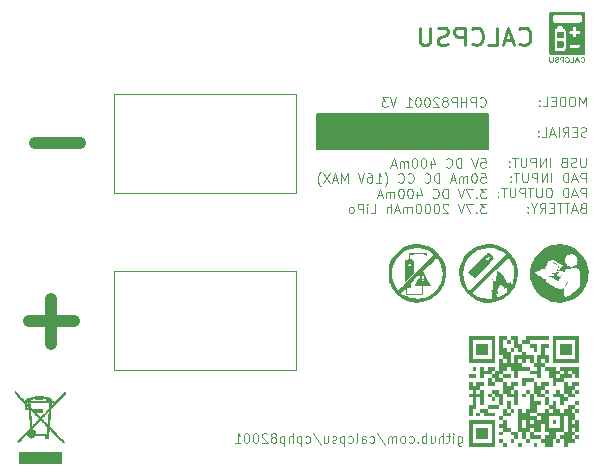
<source format=gbr>
%TF.GenerationSoftware,KiCad,Pcbnew,7.0.10*%
%TF.CreationDate,2024-01-26T14:36:32+11:00*%
%TF.ProjectId,cphp82001-pcb,63706870-3832-4303-9031-2d7063622e6b,3.1*%
%TF.SameCoordinates,Original*%
%TF.FileFunction,Legend,Bot*%
%TF.FilePolarity,Positive*%
%FSLAX46Y46*%
G04 Gerber Fmt 4.6, Leading zero omitted, Abs format (unit mm)*
G04 Created by KiCad (PCBNEW 7.0.10) date 2024-01-26 14:36:32*
%MOMM*%
%LPD*%
G01*
G04 APERTURE LIST*
%ADD10C,0.150000*%
%ADD11C,1.000000*%
%ADD12C,0.120000*%
%ADD13C,0.250000*%
%ADD14C,0.010000*%
G04 APERTURE END LIST*
D10*
X30000000Y-12000000D02*
X44500000Y-12000000D01*
X44500000Y-15000000D01*
X30000000Y-15000000D01*
X30000000Y-12000000D01*
G36*
X30000000Y-12000000D02*
G01*
X44500000Y-12000000D01*
X44500000Y-15000000D01*
X30000000Y-15000000D01*
X30000000Y-12000000D01*
G37*
D11*
X9904761Y-14456333D02*
X6095238Y-14456333D01*
D12*
X43773433Y-11303664D02*
X43811529Y-11341760D01*
X43811529Y-11341760D02*
X43925814Y-11379855D01*
X43925814Y-11379855D02*
X44002005Y-11379855D01*
X44002005Y-11379855D02*
X44116291Y-11341760D01*
X44116291Y-11341760D02*
X44192481Y-11265569D01*
X44192481Y-11265569D02*
X44230576Y-11189379D01*
X44230576Y-11189379D02*
X44268672Y-11036998D01*
X44268672Y-11036998D02*
X44268672Y-10922712D01*
X44268672Y-10922712D02*
X44230576Y-10770331D01*
X44230576Y-10770331D02*
X44192481Y-10694140D01*
X44192481Y-10694140D02*
X44116291Y-10617950D01*
X44116291Y-10617950D02*
X44002005Y-10579855D01*
X44002005Y-10579855D02*
X43925814Y-10579855D01*
X43925814Y-10579855D02*
X43811529Y-10617950D01*
X43811529Y-10617950D02*
X43773433Y-10656045D01*
X43430576Y-11379855D02*
X43430576Y-10579855D01*
X43430576Y-10579855D02*
X43125814Y-10579855D01*
X43125814Y-10579855D02*
X43049624Y-10617950D01*
X43049624Y-10617950D02*
X43011529Y-10656045D01*
X43011529Y-10656045D02*
X42973433Y-10732236D01*
X42973433Y-10732236D02*
X42973433Y-10846521D01*
X42973433Y-10846521D02*
X43011529Y-10922712D01*
X43011529Y-10922712D02*
X43049624Y-10960807D01*
X43049624Y-10960807D02*
X43125814Y-10998902D01*
X43125814Y-10998902D02*
X43430576Y-10998902D01*
X42630576Y-11379855D02*
X42630576Y-10579855D01*
X42630576Y-10960807D02*
X42173433Y-10960807D01*
X42173433Y-11379855D02*
X42173433Y-10579855D01*
X41792481Y-11379855D02*
X41792481Y-10579855D01*
X41792481Y-10579855D02*
X41487719Y-10579855D01*
X41487719Y-10579855D02*
X41411529Y-10617950D01*
X41411529Y-10617950D02*
X41373434Y-10656045D01*
X41373434Y-10656045D02*
X41335338Y-10732236D01*
X41335338Y-10732236D02*
X41335338Y-10846521D01*
X41335338Y-10846521D02*
X41373434Y-10922712D01*
X41373434Y-10922712D02*
X41411529Y-10960807D01*
X41411529Y-10960807D02*
X41487719Y-10998902D01*
X41487719Y-10998902D02*
X41792481Y-10998902D01*
X40878196Y-10922712D02*
X40954386Y-10884617D01*
X40954386Y-10884617D02*
X40992481Y-10846521D01*
X40992481Y-10846521D02*
X41030577Y-10770331D01*
X41030577Y-10770331D02*
X41030577Y-10732236D01*
X41030577Y-10732236D02*
X40992481Y-10656045D01*
X40992481Y-10656045D02*
X40954386Y-10617950D01*
X40954386Y-10617950D02*
X40878196Y-10579855D01*
X40878196Y-10579855D02*
X40725815Y-10579855D01*
X40725815Y-10579855D02*
X40649624Y-10617950D01*
X40649624Y-10617950D02*
X40611529Y-10656045D01*
X40611529Y-10656045D02*
X40573434Y-10732236D01*
X40573434Y-10732236D02*
X40573434Y-10770331D01*
X40573434Y-10770331D02*
X40611529Y-10846521D01*
X40611529Y-10846521D02*
X40649624Y-10884617D01*
X40649624Y-10884617D02*
X40725815Y-10922712D01*
X40725815Y-10922712D02*
X40878196Y-10922712D01*
X40878196Y-10922712D02*
X40954386Y-10960807D01*
X40954386Y-10960807D02*
X40992481Y-10998902D01*
X40992481Y-10998902D02*
X41030577Y-11075093D01*
X41030577Y-11075093D02*
X41030577Y-11227474D01*
X41030577Y-11227474D02*
X40992481Y-11303664D01*
X40992481Y-11303664D02*
X40954386Y-11341760D01*
X40954386Y-11341760D02*
X40878196Y-11379855D01*
X40878196Y-11379855D02*
X40725815Y-11379855D01*
X40725815Y-11379855D02*
X40649624Y-11341760D01*
X40649624Y-11341760D02*
X40611529Y-11303664D01*
X40611529Y-11303664D02*
X40573434Y-11227474D01*
X40573434Y-11227474D02*
X40573434Y-11075093D01*
X40573434Y-11075093D02*
X40611529Y-10998902D01*
X40611529Y-10998902D02*
X40649624Y-10960807D01*
X40649624Y-10960807D02*
X40725815Y-10922712D01*
X40268672Y-10656045D02*
X40230576Y-10617950D01*
X40230576Y-10617950D02*
X40154386Y-10579855D01*
X40154386Y-10579855D02*
X39963910Y-10579855D01*
X39963910Y-10579855D02*
X39887719Y-10617950D01*
X39887719Y-10617950D02*
X39849624Y-10656045D01*
X39849624Y-10656045D02*
X39811529Y-10732236D01*
X39811529Y-10732236D02*
X39811529Y-10808426D01*
X39811529Y-10808426D02*
X39849624Y-10922712D01*
X39849624Y-10922712D02*
X40306767Y-11379855D01*
X40306767Y-11379855D02*
X39811529Y-11379855D01*
X39316290Y-10579855D02*
X39240100Y-10579855D01*
X39240100Y-10579855D02*
X39163909Y-10617950D01*
X39163909Y-10617950D02*
X39125814Y-10656045D01*
X39125814Y-10656045D02*
X39087719Y-10732236D01*
X39087719Y-10732236D02*
X39049624Y-10884617D01*
X39049624Y-10884617D02*
X39049624Y-11075093D01*
X39049624Y-11075093D02*
X39087719Y-11227474D01*
X39087719Y-11227474D02*
X39125814Y-11303664D01*
X39125814Y-11303664D02*
X39163909Y-11341760D01*
X39163909Y-11341760D02*
X39240100Y-11379855D01*
X39240100Y-11379855D02*
X39316290Y-11379855D01*
X39316290Y-11379855D02*
X39392481Y-11341760D01*
X39392481Y-11341760D02*
X39430576Y-11303664D01*
X39430576Y-11303664D02*
X39468671Y-11227474D01*
X39468671Y-11227474D02*
X39506767Y-11075093D01*
X39506767Y-11075093D02*
X39506767Y-10884617D01*
X39506767Y-10884617D02*
X39468671Y-10732236D01*
X39468671Y-10732236D02*
X39430576Y-10656045D01*
X39430576Y-10656045D02*
X39392481Y-10617950D01*
X39392481Y-10617950D02*
X39316290Y-10579855D01*
X38554385Y-10579855D02*
X38478195Y-10579855D01*
X38478195Y-10579855D02*
X38402004Y-10617950D01*
X38402004Y-10617950D02*
X38363909Y-10656045D01*
X38363909Y-10656045D02*
X38325814Y-10732236D01*
X38325814Y-10732236D02*
X38287719Y-10884617D01*
X38287719Y-10884617D02*
X38287719Y-11075093D01*
X38287719Y-11075093D02*
X38325814Y-11227474D01*
X38325814Y-11227474D02*
X38363909Y-11303664D01*
X38363909Y-11303664D02*
X38402004Y-11341760D01*
X38402004Y-11341760D02*
X38478195Y-11379855D01*
X38478195Y-11379855D02*
X38554385Y-11379855D01*
X38554385Y-11379855D02*
X38630576Y-11341760D01*
X38630576Y-11341760D02*
X38668671Y-11303664D01*
X38668671Y-11303664D02*
X38706766Y-11227474D01*
X38706766Y-11227474D02*
X38744862Y-11075093D01*
X38744862Y-11075093D02*
X38744862Y-10884617D01*
X38744862Y-10884617D02*
X38706766Y-10732236D01*
X38706766Y-10732236D02*
X38668671Y-10656045D01*
X38668671Y-10656045D02*
X38630576Y-10617950D01*
X38630576Y-10617950D02*
X38554385Y-10579855D01*
X37525814Y-11379855D02*
X37982957Y-11379855D01*
X37754385Y-11379855D02*
X37754385Y-10579855D01*
X37754385Y-10579855D02*
X37830576Y-10694140D01*
X37830576Y-10694140D02*
X37906766Y-10770331D01*
X37906766Y-10770331D02*
X37982957Y-10808426D01*
X36687718Y-10579855D02*
X36421051Y-11379855D01*
X36421051Y-11379855D02*
X36154385Y-10579855D01*
X35963909Y-10579855D02*
X35468671Y-10579855D01*
X35468671Y-10579855D02*
X35735337Y-10884617D01*
X35735337Y-10884617D02*
X35621052Y-10884617D01*
X35621052Y-10884617D02*
X35544861Y-10922712D01*
X35544861Y-10922712D02*
X35506766Y-10960807D01*
X35506766Y-10960807D02*
X35468671Y-11036998D01*
X35468671Y-11036998D02*
X35468671Y-11227474D01*
X35468671Y-11227474D02*
X35506766Y-11303664D01*
X35506766Y-11303664D02*
X35544861Y-11341760D01*
X35544861Y-11341760D02*
X35621052Y-11379855D01*
X35621052Y-11379855D02*
X35849623Y-11379855D01*
X35849623Y-11379855D02*
X35925814Y-11341760D01*
X35925814Y-11341760D02*
X35963909Y-11303664D01*
X43849624Y-15731855D02*
X44230576Y-15731855D01*
X44230576Y-15731855D02*
X44268672Y-16112807D01*
X44268672Y-16112807D02*
X44230576Y-16074712D01*
X44230576Y-16074712D02*
X44154386Y-16036617D01*
X44154386Y-16036617D02*
X43963910Y-16036617D01*
X43963910Y-16036617D02*
X43887719Y-16074712D01*
X43887719Y-16074712D02*
X43849624Y-16112807D01*
X43849624Y-16112807D02*
X43811529Y-16188998D01*
X43811529Y-16188998D02*
X43811529Y-16379474D01*
X43811529Y-16379474D02*
X43849624Y-16455664D01*
X43849624Y-16455664D02*
X43887719Y-16493760D01*
X43887719Y-16493760D02*
X43963910Y-16531855D01*
X43963910Y-16531855D02*
X44154386Y-16531855D01*
X44154386Y-16531855D02*
X44230576Y-16493760D01*
X44230576Y-16493760D02*
X44268672Y-16455664D01*
X43582957Y-15731855D02*
X43316290Y-16531855D01*
X43316290Y-16531855D02*
X43049624Y-15731855D01*
X42173433Y-16531855D02*
X42173433Y-15731855D01*
X42173433Y-15731855D02*
X41982957Y-15731855D01*
X41982957Y-15731855D02*
X41868671Y-15769950D01*
X41868671Y-15769950D02*
X41792481Y-15846140D01*
X41792481Y-15846140D02*
X41754386Y-15922331D01*
X41754386Y-15922331D02*
X41716290Y-16074712D01*
X41716290Y-16074712D02*
X41716290Y-16188998D01*
X41716290Y-16188998D02*
X41754386Y-16341379D01*
X41754386Y-16341379D02*
X41792481Y-16417569D01*
X41792481Y-16417569D02*
X41868671Y-16493760D01*
X41868671Y-16493760D02*
X41982957Y-16531855D01*
X41982957Y-16531855D02*
X42173433Y-16531855D01*
X40916290Y-16455664D02*
X40954386Y-16493760D01*
X40954386Y-16493760D02*
X41068671Y-16531855D01*
X41068671Y-16531855D02*
X41144862Y-16531855D01*
X41144862Y-16531855D02*
X41259148Y-16493760D01*
X41259148Y-16493760D02*
X41335338Y-16417569D01*
X41335338Y-16417569D02*
X41373433Y-16341379D01*
X41373433Y-16341379D02*
X41411529Y-16188998D01*
X41411529Y-16188998D02*
X41411529Y-16074712D01*
X41411529Y-16074712D02*
X41373433Y-15922331D01*
X41373433Y-15922331D02*
X41335338Y-15846140D01*
X41335338Y-15846140D02*
X41259148Y-15769950D01*
X41259148Y-15769950D02*
X41144862Y-15731855D01*
X41144862Y-15731855D02*
X41068671Y-15731855D01*
X41068671Y-15731855D02*
X40954386Y-15769950D01*
X40954386Y-15769950D02*
X40916290Y-15808045D01*
X39621052Y-15998521D02*
X39621052Y-16531855D01*
X39811528Y-15693760D02*
X40002005Y-16265188D01*
X40002005Y-16265188D02*
X39506766Y-16265188D01*
X39049623Y-15731855D02*
X38973433Y-15731855D01*
X38973433Y-15731855D02*
X38897242Y-15769950D01*
X38897242Y-15769950D02*
X38859147Y-15808045D01*
X38859147Y-15808045D02*
X38821052Y-15884236D01*
X38821052Y-15884236D02*
X38782957Y-16036617D01*
X38782957Y-16036617D02*
X38782957Y-16227093D01*
X38782957Y-16227093D02*
X38821052Y-16379474D01*
X38821052Y-16379474D02*
X38859147Y-16455664D01*
X38859147Y-16455664D02*
X38897242Y-16493760D01*
X38897242Y-16493760D02*
X38973433Y-16531855D01*
X38973433Y-16531855D02*
X39049623Y-16531855D01*
X39049623Y-16531855D02*
X39125814Y-16493760D01*
X39125814Y-16493760D02*
X39163909Y-16455664D01*
X39163909Y-16455664D02*
X39202004Y-16379474D01*
X39202004Y-16379474D02*
X39240100Y-16227093D01*
X39240100Y-16227093D02*
X39240100Y-16036617D01*
X39240100Y-16036617D02*
X39202004Y-15884236D01*
X39202004Y-15884236D02*
X39163909Y-15808045D01*
X39163909Y-15808045D02*
X39125814Y-15769950D01*
X39125814Y-15769950D02*
X39049623Y-15731855D01*
X38287718Y-15731855D02*
X38211528Y-15731855D01*
X38211528Y-15731855D02*
X38135337Y-15769950D01*
X38135337Y-15769950D02*
X38097242Y-15808045D01*
X38097242Y-15808045D02*
X38059147Y-15884236D01*
X38059147Y-15884236D02*
X38021052Y-16036617D01*
X38021052Y-16036617D02*
X38021052Y-16227093D01*
X38021052Y-16227093D02*
X38059147Y-16379474D01*
X38059147Y-16379474D02*
X38097242Y-16455664D01*
X38097242Y-16455664D02*
X38135337Y-16493760D01*
X38135337Y-16493760D02*
X38211528Y-16531855D01*
X38211528Y-16531855D02*
X38287718Y-16531855D01*
X38287718Y-16531855D02*
X38363909Y-16493760D01*
X38363909Y-16493760D02*
X38402004Y-16455664D01*
X38402004Y-16455664D02*
X38440099Y-16379474D01*
X38440099Y-16379474D02*
X38478195Y-16227093D01*
X38478195Y-16227093D02*
X38478195Y-16036617D01*
X38478195Y-16036617D02*
X38440099Y-15884236D01*
X38440099Y-15884236D02*
X38402004Y-15808045D01*
X38402004Y-15808045D02*
X38363909Y-15769950D01*
X38363909Y-15769950D02*
X38287718Y-15731855D01*
X37678194Y-16531855D02*
X37678194Y-15998521D01*
X37678194Y-16074712D02*
X37640099Y-16036617D01*
X37640099Y-16036617D02*
X37563909Y-15998521D01*
X37563909Y-15998521D02*
X37449623Y-15998521D01*
X37449623Y-15998521D02*
X37373432Y-16036617D01*
X37373432Y-16036617D02*
X37335337Y-16112807D01*
X37335337Y-16112807D02*
X37335337Y-16531855D01*
X37335337Y-16112807D02*
X37297242Y-16036617D01*
X37297242Y-16036617D02*
X37221051Y-15998521D01*
X37221051Y-15998521D02*
X37106766Y-15998521D01*
X37106766Y-15998521D02*
X37030575Y-16036617D01*
X37030575Y-16036617D02*
X36992480Y-16112807D01*
X36992480Y-16112807D02*
X36992480Y-16531855D01*
X36649623Y-16303283D02*
X36268670Y-16303283D01*
X36725813Y-16531855D02*
X36459146Y-15731855D01*
X36459146Y-15731855D02*
X36192480Y-16531855D01*
X43849624Y-17019855D02*
X44230576Y-17019855D01*
X44230576Y-17019855D02*
X44268672Y-17400807D01*
X44268672Y-17400807D02*
X44230576Y-17362712D01*
X44230576Y-17362712D02*
X44154386Y-17324617D01*
X44154386Y-17324617D02*
X43963910Y-17324617D01*
X43963910Y-17324617D02*
X43887719Y-17362712D01*
X43887719Y-17362712D02*
X43849624Y-17400807D01*
X43849624Y-17400807D02*
X43811529Y-17476998D01*
X43811529Y-17476998D02*
X43811529Y-17667474D01*
X43811529Y-17667474D02*
X43849624Y-17743664D01*
X43849624Y-17743664D02*
X43887719Y-17781760D01*
X43887719Y-17781760D02*
X43963910Y-17819855D01*
X43963910Y-17819855D02*
X44154386Y-17819855D01*
X44154386Y-17819855D02*
X44230576Y-17781760D01*
X44230576Y-17781760D02*
X44268672Y-17743664D01*
X43316290Y-17019855D02*
X43240100Y-17019855D01*
X43240100Y-17019855D02*
X43163909Y-17057950D01*
X43163909Y-17057950D02*
X43125814Y-17096045D01*
X43125814Y-17096045D02*
X43087719Y-17172236D01*
X43087719Y-17172236D02*
X43049624Y-17324617D01*
X43049624Y-17324617D02*
X43049624Y-17515093D01*
X43049624Y-17515093D02*
X43087719Y-17667474D01*
X43087719Y-17667474D02*
X43125814Y-17743664D01*
X43125814Y-17743664D02*
X43163909Y-17781760D01*
X43163909Y-17781760D02*
X43240100Y-17819855D01*
X43240100Y-17819855D02*
X43316290Y-17819855D01*
X43316290Y-17819855D02*
X43392481Y-17781760D01*
X43392481Y-17781760D02*
X43430576Y-17743664D01*
X43430576Y-17743664D02*
X43468671Y-17667474D01*
X43468671Y-17667474D02*
X43506767Y-17515093D01*
X43506767Y-17515093D02*
X43506767Y-17324617D01*
X43506767Y-17324617D02*
X43468671Y-17172236D01*
X43468671Y-17172236D02*
X43430576Y-17096045D01*
X43430576Y-17096045D02*
X43392481Y-17057950D01*
X43392481Y-17057950D02*
X43316290Y-17019855D01*
X42706766Y-17819855D02*
X42706766Y-17286521D01*
X42706766Y-17362712D02*
X42668671Y-17324617D01*
X42668671Y-17324617D02*
X42592481Y-17286521D01*
X42592481Y-17286521D02*
X42478195Y-17286521D01*
X42478195Y-17286521D02*
X42402004Y-17324617D01*
X42402004Y-17324617D02*
X42363909Y-17400807D01*
X42363909Y-17400807D02*
X42363909Y-17819855D01*
X42363909Y-17400807D02*
X42325814Y-17324617D01*
X42325814Y-17324617D02*
X42249623Y-17286521D01*
X42249623Y-17286521D02*
X42135338Y-17286521D01*
X42135338Y-17286521D02*
X42059147Y-17324617D01*
X42059147Y-17324617D02*
X42021052Y-17400807D01*
X42021052Y-17400807D02*
X42021052Y-17819855D01*
X41678195Y-17591283D02*
X41297242Y-17591283D01*
X41754385Y-17819855D02*
X41487718Y-17019855D01*
X41487718Y-17019855D02*
X41221052Y-17819855D01*
X40344861Y-17819855D02*
X40344861Y-17019855D01*
X40344861Y-17019855D02*
X40154385Y-17019855D01*
X40154385Y-17019855D02*
X40040099Y-17057950D01*
X40040099Y-17057950D02*
X39963909Y-17134140D01*
X39963909Y-17134140D02*
X39925814Y-17210331D01*
X39925814Y-17210331D02*
X39887718Y-17362712D01*
X39887718Y-17362712D02*
X39887718Y-17476998D01*
X39887718Y-17476998D02*
X39925814Y-17629379D01*
X39925814Y-17629379D02*
X39963909Y-17705569D01*
X39963909Y-17705569D02*
X40040099Y-17781760D01*
X40040099Y-17781760D02*
X40154385Y-17819855D01*
X40154385Y-17819855D02*
X40344861Y-17819855D01*
X39087718Y-17743664D02*
X39125814Y-17781760D01*
X39125814Y-17781760D02*
X39240099Y-17819855D01*
X39240099Y-17819855D02*
X39316290Y-17819855D01*
X39316290Y-17819855D02*
X39430576Y-17781760D01*
X39430576Y-17781760D02*
X39506766Y-17705569D01*
X39506766Y-17705569D02*
X39544861Y-17629379D01*
X39544861Y-17629379D02*
X39582957Y-17476998D01*
X39582957Y-17476998D02*
X39582957Y-17362712D01*
X39582957Y-17362712D02*
X39544861Y-17210331D01*
X39544861Y-17210331D02*
X39506766Y-17134140D01*
X39506766Y-17134140D02*
X39430576Y-17057950D01*
X39430576Y-17057950D02*
X39316290Y-17019855D01*
X39316290Y-17019855D02*
X39240099Y-17019855D01*
X39240099Y-17019855D02*
X39125814Y-17057950D01*
X39125814Y-17057950D02*
X39087718Y-17096045D01*
X37678194Y-17743664D02*
X37716290Y-17781760D01*
X37716290Y-17781760D02*
X37830575Y-17819855D01*
X37830575Y-17819855D02*
X37906766Y-17819855D01*
X37906766Y-17819855D02*
X38021052Y-17781760D01*
X38021052Y-17781760D02*
X38097242Y-17705569D01*
X38097242Y-17705569D02*
X38135337Y-17629379D01*
X38135337Y-17629379D02*
X38173433Y-17476998D01*
X38173433Y-17476998D02*
X38173433Y-17362712D01*
X38173433Y-17362712D02*
X38135337Y-17210331D01*
X38135337Y-17210331D02*
X38097242Y-17134140D01*
X38097242Y-17134140D02*
X38021052Y-17057950D01*
X38021052Y-17057950D02*
X37906766Y-17019855D01*
X37906766Y-17019855D02*
X37830575Y-17019855D01*
X37830575Y-17019855D02*
X37716290Y-17057950D01*
X37716290Y-17057950D02*
X37678194Y-17096045D01*
X36878194Y-17743664D02*
X36916290Y-17781760D01*
X36916290Y-17781760D02*
X37030575Y-17819855D01*
X37030575Y-17819855D02*
X37106766Y-17819855D01*
X37106766Y-17819855D02*
X37221052Y-17781760D01*
X37221052Y-17781760D02*
X37297242Y-17705569D01*
X37297242Y-17705569D02*
X37335337Y-17629379D01*
X37335337Y-17629379D02*
X37373433Y-17476998D01*
X37373433Y-17476998D02*
X37373433Y-17362712D01*
X37373433Y-17362712D02*
X37335337Y-17210331D01*
X37335337Y-17210331D02*
X37297242Y-17134140D01*
X37297242Y-17134140D02*
X37221052Y-17057950D01*
X37221052Y-17057950D02*
X37106766Y-17019855D01*
X37106766Y-17019855D02*
X37030575Y-17019855D01*
X37030575Y-17019855D02*
X36916290Y-17057950D01*
X36916290Y-17057950D02*
X36878194Y-17096045D01*
X35697242Y-18124617D02*
X35735337Y-18086521D01*
X35735337Y-18086521D02*
X35811528Y-17972236D01*
X35811528Y-17972236D02*
X35849623Y-17896045D01*
X35849623Y-17896045D02*
X35887718Y-17781760D01*
X35887718Y-17781760D02*
X35925813Y-17591283D01*
X35925813Y-17591283D02*
X35925813Y-17438902D01*
X35925813Y-17438902D02*
X35887718Y-17248426D01*
X35887718Y-17248426D02*
X35849623Y-17134140D01*
X35849623Y-17134140D02*
X35811528Y-17057950D01*
X35811528Y-17057950D02*
X35735337Y-16943664D01*
X35735337Y-16943664D02*
X35697242Y-16905569D01*
X34973433Y-17819855D02*
X35430576Y-17819855D01*
X35202004Y-17819855D02*
X35202004Y-17019855D01*
X35202004Y-17019855D02*
X35278195Y-17134140D01*
X35278195Y-17134140D02*
X35354385Y-17210331D01*
X35354385Y-17210331D02*
X35430576Y-17248426D01*
X34287718Y-17019855D02*
X34440099Y-17019855D01*
X34440099Y-17019855D02*
X34516290Y-17057950D01*
X34516290Y-17057950D02*
X34554385Y-17096045D01*
X34554385Y-17096045D02*
X34630575Y-17210331D01*
X34630575Y-17210331D02*
X34668671Y-17362712D01*
X34668671Y-17362712D02*
X34668671Y-17667474D01*
X34668671Y-17667474D02*
X34630575Y-17743664D01*
X34630575Y-17743664D02*
X34592480Y-17781760D01*
X34592480Y-17781760D02*
X34516290Y-17819855D01*
X34516290Y-17819855D02*
X34363909Y-17819855D01*
X34363909Y-17819855D02*
X34287718Y-17781760D01*
X34287718Y-17781760D02*
X34249623Y-17743664D01*
X34249623Y-17743664D02*
X34211528Y-17667474D01*
X34211528Y-17667474D02*
X34211528Y-17476998D01*
X34211528Y-17476998D02*
X34249623Y-17400807D01*
X34249623Y-17400807D02*
X34287718Y-17362712D01*
X34287718Y-17362712D02*
X34363909Y-17324617D01*
X34363909Y-17324617D02*
X34516290Y-17324617D01*
X34516290Y-17324617D02*
X34592480Y-17362712D01*
X34592480Y-17362712D02*
X34630575Y-17400807D01*
X34630575Y-17400807D02*
X34668671Y-17476998D01*
X33982956Y-17019855D02*
X33716289Y-17819855D01*
X33716289Y-17819855D02*
X33449623Y-17019855D01*
X32573432Y-17819855D02*
X32573432Y-17019855D01*
X32573432Y-17019855D02*
X32306766Y-17591283D01*
X32306766Y-17591283D02*
X32040099Y-17019855D01*
X32040099Y-17019855D02*
X32040099Y-17819855D01*
X31697242Y-17591283D02*
X31316289Y-17591283D01*
X31773432Y-17819855D02*
X31506765Y-17019855D01*
X31506765Y-17019855D02*
X31240099Y-17819855D01*
X31049623Y-17019855D02*
X30516289Y-17819855D01*
X30516289Y-17019855D02*
X31049623Y-17819855D01*
X30287718Y-18124617D02*
X30249623Y-18086521D01*
X30249623Y-18086521D02*
X30173432Y-17972236D01*
X30173432Y-17972236D02*
X30135337Y-17896045D01*
X30135337Y-17896045D02*
X30097242Y-17781760D01*
X30097242Y-17781760D02*
X30059146Y-17591283D01*
X30059146Y-17591283D02*
X30059146Y-17438902D01*
X30059146Y-17438902D02*
X30097242Y-17248426D01*
X30097242Y-17248426D02*
X30135337Y-17134140D01*
X30135337Y-17134140D02*
X30173432Y-17057950D01*
X30173432Y-17057950D02*
X30249623Y-16943664D01*
X30249623Y-16943664D02*
X30287718Y-16905569D01*
X44306767Y-18307855D02*
X43811529Y-18307855D01*
X43811529Y-18307855D02*
X44078195Y-18612617D01*
X44078195Y-18612617D02*
X43963910Y-18612617D01*
X43963910Y-18612617D02*
X43887719Y-18650712D01*
X43887719Y-18650712D02*
X43849624Y-18688807D01*
X43849624Y-18688807D02*
X43811529Y-18764998D01*
X43811529Y-18764998D02*
X43811529Y-18955474D01*
X43811529Y-18955474D02*
X43849624Y-19031664D01*
X43849624Y-19031664D02*
X43887719Y-19069760D01*
X43887719Y-19069760D02*
X43963910Y-19107855D01*
X43963910Y-19107855D02*
X44192481Y-19107855D01*
X44192481Y-19107855D02*
X44268672Y-19069760D01*
X44268672Y-19069760D02*
X44306767Y-19031664D01*
X43468671Y-19031664D02*
X43430576Y-19069760D01*
X43430576Y-19069760D02*
X43468671Y-19107855D01*
X43468671Y-19107855D02*
X43506767Y-19069760D01*
X43506767Y-19069760D02*
X43468671Y-19031664D01*
X43468671Y-19031664D02*
X43468671Y-19107855D01*
X43163910Y-18307855D02*
X42630576Y-18307855D01*
X42630576Y-18307855D02*
X42973434Y-19107855D01*
X42440100Y-18307855D02*
X42173433Y-19107855D01*
X42173433Y-19107855D02*
X41906767Y-18307855D01*
X41030576Y-19107855D02*
X41030576Y-18307855D01*
X41030576Y-18307855D02*
X40840100Y-18307855D01*
X40840100Y-18307855D02*
X40725814Y-18345950D01*
X40725814Y-18345950D02*
X40649624Y-18422140D01*
X40649624Y-18422140D02*
X40611529Y-18498331D01*
X40611529Y-18498331D02*
X40573433Y-18650712D01*
X40573433Y-18650712D02*
X40573433Y-18764998D01*
X40573433Y-18764998D02*
X40611529Y-18917379D01*
X40611529Y-18917379D02*
X40649624Y-18993569D01*
X40649624Y-18993569D02*
X40725814Y-19069760D01*
X40725814Y-19069760D02*
X40840100Y-19107855D01*
X40840100Y-19107855D02*
X41030576Y-19107855D01*
X39773433Y-19031664D02*
X39811529Y-19069760D01*
X39811529Y-19069760D02*
X39925814Y-19107855D01*
X39925814Y-19107855D02*
X40002005Y-19107855D01*
X40002005Y-19107855D02*
X40116291Y-19069760D01*
X40116291Y-19069760D02*
X40192481Y-18993569D01*
X40192481Y-18993569D02*
X40230576Y-18917379D01*
X40230576Y-18917379D02*
X40268672Y-18764998D01*
X40268672Y-18764998D02*
X40268672Y-18650712D01*
X40268672Y-18650712D02*
X40230576Y-18498331D01*
X40230576Y-18498331D02*
X40192481Y-18422140D01*
X40192481Y-18422140D02*
X40116291Y-18345950D01*
X40116291Y-18345950D02*
X40002005Y-18307855D01*
X40002005Y-18307855D02*
X39925814Y-18307855D01*
X39925814Y-18307855D02*
X39811529Y-18345950D01*
X39811529Y-18345950D02*
X39773433Y-18384045D01*
X38478195Y-18574521D02*
X38478195Y-19107855D01*
X38668671Y-18269760D02*
X38859148Y-18841188D01*
X38859148Y-18841188D02*
X38363909Y-18841188D01*
X37906766Y-18307855D02*
X37830576Y-18307855D01*
X37830576Y-18307855D02*
X37754385Y-18345950D01*
X37754385Y-18345950D02*
X37716290Y-18384045D01*
X37716290Y-18384045D02*
X37678195Y-18460236D01*
X37678195Y-18460236D02*
X37640100Y-18612617D01*
X37640100Y-18612617D02*
X37640100Y-18803093D01*
X37640100Y-18803093D02*
X37678195Y-18955474D01*
X37678195Y-18955474D02*
X37716290Y-19031664D01*
X37716290Y-19031664D02*
X37754385Y-19069760D01*
X37754385Y-19069760D02*
X37830576Y-19107855D01*
X37830576Y-19107855D02*
X37906766Y-19107855D01*
X37906766Y-19107855D02*
X37982957Y-19069760D01*
X37982957Y-19069760D02*
X38021052Y-19031664D01*
X38021052Y-19031664D02*
X38059147Y-18955474D01*
X38059147Y-18955474D02*
X38097243Y-18803093D01*
X38097243Y-18803093D02*
X38097243Y-18612617D01*
X38097243Y-18612617D02*
X38059147Y-18460236D01*
X38059147Y-18460236D02*
X38021052Y-18384045D01*
X38021052Y-18384045D02*
X37982957Y-18345950D01*
X37982957Y-18345950D02*
X37906766Y-18307855D01*
X37144861Y-18307855D02*
X37068671Y-18307855D01*
X37068671Y-18307855D02*
X36992480Y-18345950D01*
X36992480Y-18345950D02*
X36954385Y-18384045D01*
X36954385Y-18384045D02*
X36916290Y-18460236D01*
X36916290Y-18460236D02*
X36878195Y-18612617D01*
X36878195Y-18612617D02*
X36878195Y-18803093D01*
X36878195Y-18803093D02*
X36916290Y-18955474D01*
X36916290Y-18955474D02*
X36954385Y-19031664D01*
X36954385Y-19031664D02*
X36992480Y-19069760D01*
X36992480Y-19069760D02*
X37068671Y-19107855D01*
X37068671Y-19107855D02*
X37144861Y-19107855D01*
X37144861Y-19107855D02*
X37221052Y-19069760D01*
X37221052Y-19069760D02*
X37259147Y-19031664D01*
X37259147Y-19031664D02*
X37297242Y-18955474D01*
X37297242Y-18955474D02*
X37335338Y-18803093D01*
X37335338Y-18803093D02*
X37335338Y-18612617D01*
X37335338Y-18612617D02*
X37297242Y-18460236D01*
X37297242Y-18460236D02*
X37259147Y-18384045D01*
X37259147Y-18384045D02*
X37221052Y-18345950D01*
X37221052Y-18345950D02*
X37144861Y-18307855D01*
X36535337Y-19107855D02*
X36535337Y-18574521D01*
X36535337Y-18650712D02*
X36497242Y-18612617D01*
X36497242Y-18612617D02*
X36421052Y-18574521D01*
X36421052Y-18574521D02*
X36306766Y-18574521D01*
X36306766Y-18574521D02*
X36230575Y-18612617D01*
X36230575Y-18612617D02*
X36192480Y-18688807D01*
X36192480Y-18688807D02*
X36192480Y-19107855D01*
X36192480Y-18688807D02*
X36154385Y-18612617D01*
X36154385Y-18612617D02*
X36078194Y-18574521D01*
X36078194Y-18574521D02*
X35963909Y-18574521D01*
X35963909Y-18574521D02*
X35887718Y-18612617D01*
X35887718Y-18612617D02*
X35849623Y-18688807D01*
X35849623Y-18688807D02*
X35849623Y-19107855D01*
X35506766Y-18879283D02*
X35125813Y-18879283D01*
X35582956Y-19107855D02*
X35316289Y-18307855D01*
X35316289Y-18307855D02*
X35049623Y-19107855D01*
X44306767Y-19595855D02*
X43811529Y-19595855D01*
X43811529Y-19595855D02*
X44078195Y-19900617D01*
X44078195Y-19900617D02*
X43963910Y-19900617D01*
X43963910Y-19900617D02*
X43887719Y-19938712D01*
X43887719Y-19938712D02*
X43849624Y-19976807D01*
X43849624Y-19976807D02*
X43811529Y-20052998D01*
X43811529Y-20052998D02*
X43811529Y-20243474D01*
X43811529Y-20243474D02*
X43849624Y-20319664D01*
X43849624Y-20319664D02*
X43887719Y-20357760D01*
X43887719Y-20357760D02*
X43963910Y-20395855D01*
X43963910Y-20395855D02*
X44192481Y-20395855D01*
X44192481Y-20395855D02*
X44268672Y-20357760D01*
X44268672Y-20357760D02*
X44306767Y-20319664D01*
X43468671Y-20319664D02*
X43430576Y-20357760D01*
X43430576Y-20357760D02*
X43468671Y-20395855D01*
X43468671Y-20395855D02*
X43506767Y-20357760D01*
X43506767Y-20357760D02*
X43468671Y-20319664D01*
X43468671Y-20319664D02*
X43468671Y-20395855D01*
X43163910Y-19595855D02*
X42630576Y-19595855D01*
X42630576Y-19595855D02*
X42973434Y-20395855D01*
X42440100Y-19595855D02*
X42173433Y-20395855D01*
X42173433Y-20395855D02*
X41906767Y-19595855D01*
X41068672Y-19672045D02*
X41030576Y-19633950D01*
X41030576Y-19633950D02*
X40954386Y-19595855D01*
X40954386Y-19595855D02*
X40763910Y-19595855D01*
X40763910Y-19595855D02*
X40687719Y-19633950D01*
X40687719Y-19633950D02*
X40649624Y-19672045D01*
X40649624Y-19672045D02*
X40611529Y-19748236D01*
X40611529Y-19748236D02*
X40611529Y-19824426D01*
X40611529Y-19824426D02*
X40649624Y-19938712D01*
X40649624Y-19938712D02*
X41106767Y-20395855D01*
X41106767Y-20395855D02*
X40611529Y-20395855D01*
X40116290Y-19595855D02*
X40040100Y-19595855D01*
X40040100Y-19595855D02*
X39963909Y-19633950D01*
X39963909Y-19633950D02*
X39925814Y-19672045D01*
X39925814Y-19672045D02*
X39887719Y-19748236D01*
X39887719Y-19748236D02*
X39849624Y-19900617D01*
X39849624Y-19900617D02*
X39849624Y-20091093D01*
X39849624Y-20091093D02*
X39887719Y-20243474D01*
X39887719Y-20243474D02*
X39925814Y-20319664D01*
X39925814Y-20319664D02*
X39963909Y-20357760D01*
X39963909Y-20357760D02*
X40040100Y-20395855D01*
X40040100Y-20395855D02*
X40116290Y-20395855D01*
X40116290Y-20395855D02*
X40192481Y-20357760D01*
X40192481Y-20357760D02*
X40230576Y-20319664D01*
X40230576Y-20319664D02*
X40268671Y-20243474D01*
X40268671Y-20243474D02*
X40306767Y-20091093D01*
X40306767Y-20091093D02*
X40306767Y-19900617D01*
X40306767Y-19900617D02*
X40268671Y-19748236D01*
X40268671Y-19748236D02*
X40230576Y-19672045D01*
X40230576Y-19672045D02*
X40192481Y-19633950D01*
X40192481Y-19633950D02*
X40116290Y-19595855D01*
X39354385Y-19595855D02*
X39278195Y-19595855D01*
X39278195Y-19595855D02*
X39202004Y-19633950D01*
X39202004Y-19633950D02*
X39163909Y-19672045D01*
X39163909Y-19672045D02*
X39125814Y-19748236D01*
X39125814Y-19748236D02*
X39087719Y-19900617D01*
X39087719Y-19900617D02*
X39087719Y-20091093D01*
X39087719Y-20091093D02*
X39125814Y-20243474D01*
X39125814Y-20243474D02*
X39163909Y-20319664D01*
X39163909Y-20319664D02*
X39202004Y-20357760D01*
X39202004Y-20357760D02*
X39278195Y-20395855D01*
X39278195Y-20395855D02*
X39354385Y-20395855D01*
X39354385Y-20395855D02*
X39430576Y-20357760D01*
X39430576Y-20357760D02*
X39468671Y-20319664D01*
X39468671Y-20319664D02*
X39506766Y-20243474D01*
X39506766Y-20243474D02*
X39544862Y-20091093D01*
X39544862Y-20091093D02*
X39544862Y-19900617D01*
X39544862Y-19900617D02*
X39506766Y-19748236D01*
X39506766Y-19748236D02*
X39468671Y-19672045D01*
X39468671Y-19672045D02*
X39430576Y-19633950D01*
X39430576Y-19633950D02*
X39354385Y-19595855D01*
X38592480Y-19595855D02*
X38516290Y-19595855D01*
X38516290Y-19595855D02*
X38440099Y-19633950D01*
X38440099Y-19633950D02*
X38402004Y-19672045D01*
X38402004Y-19672045D02*
X38363909Y-19748236D01*
X38363909Y-19748236D02*
X38325814Y-19900617D01*
X38325814Y-19900617D02*
X38325814Y-20091093D01*
X38325814Y-20091093D02*
X38363909Y-20243474D01*
X38363909Y-20243474D02*
X38402004Y-20319664D01*
X38402004Y-20319664D02*
X38440099Y-20357760D01*
X38440099Y-20357760D02*
X38516290Y-20395855D01*
X38516290Y-20395855D02*
X38592480Y-20395855D01*
X38592480Y-20395855D02*
X38668671Y-20357760D01*
X38668671Y-20357760D02*
X38706766Y-20319664D01*
X38706766Y-20319664D02*
X38744861Y-20243474D01*
X38744861Y-20243474D02*
X38782957Y-20091093D01*
X38782957Y-20091093D02*
X38782957Y-19900617D01*
X38782957Y-19900617D02*
X38744861Y-19748236D01*
X38744861Y-19748236D02*
X38706766Y-19672045D01*
X38706766Y-19672045D02*
X38668671Y-19633950D01*
X38668671Y-19633950D02*
X38592480Y-19595855D01*
X37982956Y-20395855D02*
X37982956Y-19862521D01*
X37982956Y-19938712D02*
X37944861Y-19900617D01*
X37944861Y-19900617D02*
X37868671Y-19862521D01*
X37868671Y-19862521D02*
X37754385Y-19862521D01*
X37754385Y-19862521D02*
X37678194Y-19900617D01*
X37678194Y-19900617D02*
X37640099Y-19976807D01*
X37640099Y-19976807D02*
X37640099Y-20395855D01*
X37640099Y-19976807D02*
X37602004Y-19900617D01*
X37602004Y-19900617D02*
X37525813Y-19862521D01*
X37525813Y-19862521D02*
X37411528Y-19862521D01*
X37411528Y-19862521D02*
X37335337Y-19900617D01*
X37335337Y-19900617D02*
X37297242Y-19976807D01*
X37297242Y-19976807D02*
X37297242Y-20395855D01*
X36954385Y-20167283D02*
X36573432Y-20167283D01*
X37030575Y-20395855D02*
X36763908Y-19595855D01*
X36763908Y-19595855D02*
X36497242Y-20395855D01*
X36230575Y-20395855D02*
X36230575Y-19595855D01*
X35887718Y-20395855D02*
X35887718Y-19976807D01*
X35887718Y-19976807D02*
X35925813Y-19900617D01*
X35925813Y-19900617D02*
X36002004Y-19862521D01*
X36002004Y-19862521D02*
X36116290Y-19862521D01*
X36116290Y-19862521D02*
X36192480Y-19900617D01*
X36192480Y-19900617D02*
X36230575Y-19938712D01*
X34516289Y-20395855D02*
X34897241Y-20395855D01*
X34897241Y-20395855D02*
X34897241Y-19595855D01*
X34249622Y-20395855D02*
X34249622Y-19862521D01*
X34249622Y-19595855D02*
X34287718Y-19633950D01*
X34287718Y-19633950D02*
X34249622Y-19672045D01*
X34249622Y-19672045D02*
X34211527Y-19633950D01*
X34211527Y-19633950D02*
X34249622Y-19595855D01*
X34249622Y-19595855D02*
X34249622Y-19672045D01*
X33868670Y-20395855D02*
X33868670Y-19595855D01*
X33868670Y-19595855D02*
X33563908Y-19595855D01*
X33563908Y-19595855D02*
X33487718Y-19633950D01*
X33487718Y-19633950D02*
X33449623Y-19672045D01*
X33449623Y-19672045D02*
X33411527Y-19748236D01*
X33411527Y-19748236D02*
X33411527Y-19862521D01*
X33411527Y-19862521D02*
X33449623Y-19938712D01*
X33449623Y-19938712D02*
X33487718Y-19976807D01*
X33487718Y-19976807D02*
X33563908Y-20014902D01*
X33563908Y-20014902D02*
X33868670Y-20014902D01*
X32954385Y-20395855D02*
X33030575Y-20357760D01*
X33030575Y-20357760D02*
X33068670Y-20319664D01*
X33068670Y-20319664D02*
X33106766Y-20243474D01*
X33106766Y-20243474D02*
X33106766Y-20014902D01*
X33106766Y-20014902D02*
X33068670Y-19938712D01*
X33068670Y-19938712D02*
X33030575Y-19900617D01*
X33030575Y-19900617D02*
X32954385Y-19862521D01*
X32954385Y-19862521D02*
X32840099Y-19862521D01*
X32840099Y-19862521D02*
X32763908Y-19900617D01*
X32763908Y-19900617D02*
X32725813Y-19938712D01*
X32725813Y-19938712D02*
X32687718Y-20014902D01*
X32687718Y-20014902D02*
X32687718Y-20243474D01*
X32687718Y-20243474D02*
X32725813Y-20319664D01*
X32725813Y-20319664D02*
X32763908Y-20357760D01*
X32763908Y-20357760D02*
X32840099Y-20395855D01*
X32840099Y-20395855D02*
X32954385Y-20395855D01*
D13*
X47121241Y-6038071D02*
X47192669Y-6109500D01*
X47192669Y-6109500D02*
X47406955Y-6180928D01*
X47406955Y-6180928D02*
X47549812Y-6180928D01*
X47549812Y-6180928D02*
X47764098Y-6109500D01*
X47764098Y-6109500D02*
X47906955Y-5966642D01*
X47906955Y-5966642D02*
X47978384Y-5823785D01*
X47978384Y-5823785D02*
X48049812Y-5538071D01*
X48049812Y-5538071D02*
X48049812Y-5323785D01*
X48049812Y-5323785D02*
X47978384Y-5038071D01*
X47978384Y-5038071D02*
X47906955Y-4895214D01*
X47906955Y-4895214D02*
X47764098Y-4752357D01*
X47764098Y-4752357D02*
X47549812Y-4680928D01*
X47549812Y-4680928D02*
X47406955Y-4680928D01*
X47406955Y-4680928D02*
X47192669Y-4752357D01*
X47192669Y-4752357D02*
X47121241Y-4823785D01*
X46549812Y-5752357D02*
X45835527Y-5752357D01*
X46692669Y-6180928D02*
X46192669Y-4680928D01*
X46192669Y-4680928D02*
X45692669Y-6180928D01*
X44478384Y-6180928D02*
X45192670Y-6180928D01*
X45192670Y-6180928D02*
X45192670Y-4680928D01*
X43121241Y-6038071D02*
X43192669Y-6109500D01*
X43192669Y-6109500D02*
X43406955Y-6180928D01*
X43406955Y-6180928D02*
X43549812Y-6180928D01*
X43549812Y-6180928D02*
X43764098Y-6109500D01*
X43764098Y-6109500D02*
X43906955Y-5966642D01*
X43906955Y-5966642D02*
X43978384Y-5823785D01*
X43978384Y-5823785D02*
X44049812Y-5538071D01*
X44049812Y-5538071D02*
X44049812Y-5323785D01*
X44049812Y-5323785D02*
X43978384Y-5038071D01*
X43978384Y-5038071D02*
X43906955Y-4895214D01*
X43906955Y-4895214D02*
X43764098Y-4752357D01*
X43764098Y-4752357D02*
X43549812Y-4680928D01*
X43549812Y-4680928D02*
X43406955Y-4680928D01*
X43406955Y-4680928D02*
X43192669Y-4752357D01*
X43192669Y-4752357D02*
X43121241Y-4823785D01*
X42478384Y-6180928D02*
X42478384Y-4680928D01*
X42478384Y-4680928D02*
X41906955Y-4680928D01*
X41906955Y-4680928D02*
X41764098Y-4752357D01*
X41764098Y-4752357D02*
X41692669Y-4823785D01*
X41692669Y-4823785D02*
X41621241Y-4966642D01*
X41621241Y-4966642D02*
X41621241Y-5180928D01*
X41621241Y-5180928D02*
X41692669Y-5323785D01*
X41692669Y-5323785D02*
X41764098Y-5395214D01*
X41764098Y-5395214D02*
X41906955Y-5466642D01*
X41906955Y-5466642D02*
X42478384Y-5466642D01*
X41049812Y-6109500D02*
X40835527Y-6180928D01*
X40835527Y-6180928D02*
X40478384Y-6180928D01*
X40478384Y-6180928D02*
X40335527Y-6109500D01*
X40335527Y-6109500D02*
X40264098Y-6038071D01*
X40264098Y-6038071D02*
X40192669Y-5895214D01*
X40192669Y-5895214D02*
X40192669Y-5752357D01*
X40192669Y-5752357D02*
X40264098Y-5609500D01*
X40264098Y-5609500D02*
X40335527Y-5538071D01*
X40335527Y-5538071D02*
X40478384Y-5466642D01*
X40478384Y-5466642D02*
X40764098Y-5395214D01*
X40764098Y-5395214D02*
X40906955Y-5323785D01*
X40906955Y-5323785D02*
X40978384Y-5252357D01*
X40978384Y-5252357D02*
X41049812Y-5109500D01*
X41049812Y-5109500D02*
X41049812Y-4966642D01*
X41049812Y-4966642D02*
X40978384Y-4823785D01*
X40978384Y-4823785D02*
X40906955Y-4752357D01*
X40906955Y-4752357D02*
X40764098Y-4680928D01*
X40764098Y-4680928D02*
X40406955Y-4680928D01*
X40406955Y-4680928D02*
X40192669Y-4752357D01*
X39549813Y-4680928D02*
X39549813Y-5895214D01*
X39549813Y-5895214D02*
X39478384Y-6038071D01*
X39478384Y-6038071D02*
X39406956Y-6109500D01*
X39406956Y-6109500D02*
X39264098Y-6180928D01*
X39264098Y-6180928D02*
X38978384Y-6180928D01*
X38978384Y-6180928D02*
X38835527Y-6109500D01*
X38835527Y-6109500D02*
X38764098Y-6038071D01*
X38764098Y-6038071D02*
X38692670Y-5895214D01*
X38692670Y-5895214D02*
X38692670Y-4680928D01*
D12*
X41887719Y-39298521D02*
X41887719Y-39946140D01*
X41887719Y-39946140D02*
X41925814Y-40022331D01*
X41925814Y-40022331D02*
X41963910Y-40060426D01*
X41963910Y-40060426D02*
X42040100Y-40098521D01*
X42040100Y-40098521D02*
X42154386Y-40098521D01*
X42154386Y-40098521D02*
X42230576Y-40060426D01*
X41887719Y-39793760D02*
X41963910Y-39831855D01*
X41963910Y-39831855D02*
X42116291Y-39831855D01*
X42116291Y-39831855D02*
X42192481Y-39793760D01*
X42192481Y-39793760D02*
X42230576Y-39755664D01*
X42230576Y-39755664D02*
X42268672Y-39679474D01*
X42268672Y-39679474D02*
X42268672Y-39450902D01*
X42268672Y-39450902D02*
X42230576Y-39374712D01*
X42230576Y-39374712D02*
X42192481Y-39336617D01*
X42192481Y-39336617D02*
X42116291Y-39298521D01*
X42116291Y-39298521D02*
X41963910Y-39298521D01*
X41963910Y-39298521D02*
X41887719Y-39336617D01*
X41506766Y-39831855D02*
X41506766Y-39298521D01*
X41506766Y-39031855D02*
X41544862Y-39069950D01*
X41544862Y-39069950D02*
X41506766Y-39108045D01*
X41506766Y-39108045D02*
X41468671Y-39069950D01*
X41468671Y-39069950D02*
X41506766Y-39031855D01*
X41506766Y-39031855D02*
X41506766Y-39108045D01*
X41240100Y-39298521D02*
X40935338Y-39298521D01*
X41125814Y-39031855D02*
X41125814Y-39717569D01*
X41125814Y-39717569D02*
X41087719Y-39793760D01*
X41087719Y-39793760D02*
X41011529Y-39831855D01*
X41011529Y-39831855D02*
X40935338Y-39831855D01*
X40668671Y-39831855D02*
X40668671Y-39031855D01*
X40325814Y-39831855D02*
X40325814Y-39412807D01*
X40325814Y-39412807D02*
X40363909Y-39336617D01*
X40363909Y-39336617D02*
X40440100Y-39298521D01*
X40440100Y-39298521D02*
X40554386Y-39298521D01*
X40554386Y-39298521D02*
X40630576Y-39336617D01*
X40630576Y-39336617D02*
X40668671Y-39374712D01*
X39602004Y-39298521D02*
X39602004Y-39831855D01*
X39944861Y-39298521D02*
X39944861Y-39717569D01*
X39944861Y-39717569D02*
X39906766Y-39793760D01*
X39906766Y-39793760D02*
X39830576Y-39831855D01*
X39830576Y-39831855D02*
X39716290Y-39831855D01*
X39716290Y-39831855D02*
X39640099Y-39793760D01*
X39640099Y-39793760D02*
X39602004Y-39755664D01*
X39221051Y-39831855D02*
X39221051Y-39031855D01*
X39221051Y-39336617D02*
X39144861Y-39298521D01*
X39144861Y-39298521D02*
X38992480Y-39298521D01*
X38992480Y-39298521D02*
X38916289Y-39336617D01*
X38916289Y-39336617D02*
X38878194Y-39374712D01*
X38878194Y-39374712D02*
X38840099Y-39450902D01*
X38840099Y-39450902D02*
X38840099Y-39679474D01*
X38840099Y-39679474D02*
X38878194Y-39755664D01*
X38878194Y-39755664D02*
X38916289Y-39793760D01*
X38916289Y-39793760D02*
X38992480Y-39831855D01*
X38992480Y-39831855D02*
X39144861Y-39831855D01*
X39144861Y-39831855D02*
X39221051Y-39793760D01*
X38497241Y-39755664D02*
X38459146Y-39793760D01*
X38459146Y-39793760D02*
X38497241Y-39831855D01*
X38497241Y-39831855D02*
X38535337Y-39793760D01*
X38535337Y-39793760D02*
X38497241Y-39755664D01*
X38497241Y-39755664D02*
X38497241Y-39831855D01*
X37773432Y-39793760D02*
X37849623Y-39831855D01*
X37849623Y-39831855D02*
X38002004Y-39831855D01*
X38002004Y-39831855D02*
X38078194Y-39793760D01*
X38078194Y-39793760D02*
X38116289Y-39755664D01*
X38116289Y-39755664D02*
X38154385Y-39679474D01*
X38154385Y-39679474D02*
X38154385Y-39450902D01*
X38154385Y-39450902D02*
X38116289Y-39374712D01*
X38116289Y-39374712D02*
X38078194Y-39336617D01*
X38078194Y-39336617D02*
X38002004Y-39298521D01*
X38002004Y-39298521D02*
X37849623Y-39298521D01*
X37849623Y-39298521D02*
X37773432Y-39336617D01*
X37316290Y-39831855D02*
X37392480Y-39793760D01*
X37392480Y-39793760D02*
X37430575Y-39755664D01*
X37430575Y-39755664D02*
X37468671Y-39679474D01*
X37468671Y-39679474D02*
X37468671Y-39450902D01*
X37468671Y-39450902D02*
X37430575Y-39374712D01*
X37430575Y-39374712D02*
X37392480Y-39336617D01*
X37392480Y-39336617D02*
X37316290Y-39298521D01*
X37316290Y-39298521D02*
X37202004Y-39298521D01*
X37202004Y-39298521D02*
X37125813Y-39336617D01*
X37125813Y-39336617D02*
X37087718Y-39374712D01*
X37087718Y-39374712D02*
X37049623Y-39450902D01*
X37049623Y-39450902D02*
X37049623Y-39679474D01*
X37049623Y-39679474D02*
X37087718Y-39755664D01*
X37087718Y-39755664D02*
X37125813Y-39793760D01*
X37125813Y-39793760D02*
X37202004Y-39831855D01*
X37202004Y-39831855D02*
X37316290Y-39831855D01*
X36706765Y-39831855D02*
X36706765Y-39298521D01*
X36706765Y-39374712D02*
X36668670Y-39336617D01*
X36668670Y-39336617D02*
X36592480Y-39298521D01*
X36592480Y-39298521D02*
X36478194Y-39298521D01*
X36478194Y-39298521D02*
X36402003Y-39336617D01*
X36402003Y-39336617D02*
X36363908Y-39412807D01*
X36363908Y-39412807D02*
X36363908Y-39831855D01*
X36363908Y-39412807D02*
X36325813Y-39336617D01*
X36325813Y-39336617D02*
X36249622Y-39298521D01*
X36249622Y-39298521D02*
X36135337Y-39298521D01*
X36135337Y-39298521D02*
X36059146Y-39336617D01*
X36059146Y-39336617D02*
X36021051Y-39412807D01*
X36021051Y-39412807D02*
X36021051Y-39831855D01*
X35068670Y-38993760D02*
X35754384Y-40022331D01*
X34459146Y-39793760D02*
X34535337Y-39831855D01*
X34535337Y-39831855D02*
X34687718Y-39831855D01*
X34687718Y-39831855D02*
X34763908Y-39793760D01*
X34763908Y-39793760D02*
X34802003Y-39755664D01*
X34802003Y-39755664D02*
X34840099Y-39679474D01*
X34840099Y-39679474D02*
X34840099Y-39450902D01*
X34840099Y-39450902D02*
X34802003Y-39374712D01*
X34802003Y-39374712D02*
X34763908Y-39336617D01*
X34763908Y-39336617D02*
X34687718Y-39298521D01*
X34687718Y-39298521D02*
X34535337Y-39298521D01*
X34535337Y-39298521D02*
X34459146Y-39336617D01*
X33773432Y-39831855D02*
X33773432Y-39412807D01*
X33773432Y-39412807D02*
X33811527Y-39336617D01*
X33811527Y-39336617D02*
X33887718Y-39298521D01*
X33887718Y-39298521D02*
X34040099Y-39298521D01*
X34040099Y-39298521D02*
X34116289Y-39336617D01*
X33773432Y-39793760D02*
X33849623Y-39831855D01*
X33849623Y-39831855D02*
X34040099Y-39831855D01*
X34040099Y-39831855D02*
X34116289Y-39793760D01*
X34116289Y-39793760D02*
X34154385Y-39717569D01*
X34154385Y-39717569D02*
X34154385Y-39641379D01*
X34154385Y-39641379D02*
X34116289Y-39565188D01*
X34116289Y-39565188D02*
X34040099Y-39527093D01*
X34040099Y-39527093D02*
X33849623Y-39527093D01*
X33849623Y-39527093D02*
X33773432Y-39488998D01*
X33278194Y-39831855D02*
X33354384Y-39793760D01*
X33354384Y-39793760D02*
X33392479Y-39717569D01*
X33392479Y-39717569D02*
X33392479Y-39031855D01*
X32630574Y-39793760D02*
X32706765Y-39831855D01*
X32706765Y-39831855D02*
X32859146Y-39831855D01*
X32859146Y-39831855D02*
X32935336Y-39793760D01*
X32935336Y-39793760D02*
X32973431Y-39755664D01*
X32973431Y-39755664D02*
X33011527Y-39679474D01*
X33011527Y-39679474D02*
X33011527Y-39450902D01*
X33011527Y-39450902D02*
X32973431Y-39374712D01*
X32973431Y-39374712D02*
X32935336Y-39336617D01*
X32935336Y-39336617D02*
X32859146Y-39298521D01*
X32859146Y-39298521D02*
X32706765Y-39298521D01*
X32706765Y-39298521D02*
X32630574Y-39336617D01*
X32287717Y-39298521D02*
X32287717Y-40098521D01*
X32287717Y-39336617D02*
X32211527Y-39298521D01*
X32211527Y-39298521D02*
X32059146Y-39298521D01*
X32059146Y-39298521D02*
X31982955Y-39336617D01*
X31982955Y-39336617D02*
X31944860Y-39374712D01*
X31944860Y-39374712D02*
X31906765Y-39450902D01*
X31906765Y-39450902D02*
X31906765Y-39679474D01*
X31906765Y-39679474D02*
X31944860Y-39755664D01*
X31944860Y-39755664D02*
X31982955Y-39793760D01*
X31982955Y-39793760D02*
X32059146Y-39831855D01*
X32059146Y-39831855D02*
X32211527Y-39831855D01*
X32211527Y-39831855D02*
X32287717Y-39793760D01*
X31602003Y-39793760D02*
X31525812Y-39831855D01*
X31525812Y-39831855D02*
X31373431Y-39831855D01*
X31373431Y-39831855D02*
X31297241Y-39793760D01*
X31297241Y-39793760D02*
X31259145Y-39717569D01*
X31259145Y-39717569D02*
X31259145Y-39679474D01*
X31259145Y-39679474D02*
X31297241Y-39603283D01*
X31297241Y-39603283D02*
X31373431Y-39565188D01*
X31373431Y-39565188D02*
X31487717Y-39565188D01*
X31487717Y-39565188D02*
X31563907Y-39527093D01*
X31563907Y-39527093D02*
X31602003Y-39450902D01*
X31602003Y-39450902D02*
X31602003Y-39412807D01*
X31602003Y-39412807D02*
X31563907Y-39336617D01*
X31563907Y-39336617D02*
X31487717Y-39298521D01*
X31487717Y-39298521D02*
X31373431Y-39298521D01*
X31373431Y-39298521D02*
X31297241Y-39336617D01*
X30573431Y-39298521D02*
X30573431Y-39831855D01*
X30916288Y-39298521D02*
X30916288Y-39717569D01*
X30916288Y-39717569D02*
X30878193Y-39793760D01*
X30878193Y-39793760D02*
X30802003Y-39831855D01*
X30802003Y-39831855D02*
X30687717Y-39831855D01*
X30687717Y-39831855D02*
X30611526Y-39793760D01*
X30611526Y-39793760D02*
X30573431Y-39755664D01*
X29621050Y-38993760D02*
X30306764Y-40022331D01*
X29011526Y-39793760D02*
X29087717Y-39831855D01*
X29087717Y-39831855D02*
X29240098Y-39831855D01*
X29240098Y-39831855D02*
X29316288Y-39793760D01*
X29316288Y-39793760D02*
X29354383Y-39755664D01*
X29354383Y-39755664D02*
X29392479Y-39679474D01*
X29392479Y-39679474D02*
X29392479Y-39450902D01*
X29392479Y-39450902D02*
X29354383Y-39374712D01*
X29354383Y-39374712D02*
X29316288Y-39336617D01*
X29316288Y-39336617D02*
X29240098Y-39298521D01*
X29240098Y-39298521D02*
X29087717Y-39298521D01*
X29087717Y-39298521D02*
X29011526Y-39336617D01*
X28668669Y-39298521D02*
X28668669Y-40098521D01*
X28668669Y-39336617D02*
X28592479Y-39298521D01*
X28592479Y-39298521D02*
X28440098Y-39298521D01*
X28440098Y-39298521D02*
X28363907Y-39336617D01*
X28363907Y-39336617D02*
X28325812Y-39374712D01*
X28325812Y-39374712D02*
X28287717Y-39450902D01*
X28287717Y-39450902D02*
X28287717Y-39679474D01*
X28287717Y-39679474D02*
X28325812Y-39755664D01*
X28325812Y-39755664D02*
X28363907Y-39793760D01*
X28363907Y-39793760D02*
X28440098Y-39831855D01*
X28440098Y-39831855D02*
X28592479Y-39831855D01*
X28592479Y-39831855D02*
X28668669Y-39793760D01*
X27944859Y-39831855D02*
X27944859Y-39031855D01*
X27602002Y-39831855D02*
X27602002Y-39412807D01*
X27602002Y-39412807D02*
X27640097Y-39336617D01*
X27640097Y-39336617D02*
X27716288Y-39298521D01*
X27716288Y-39298521D02*
X27830574Y-39298521D01*
X27830574Y-39298521D02*
X27906764Y-39336617D01*
X27906764Y-39336617D02*
X27944859Y-39374712D01*
X27221049Y-39298521D02*
X27221049Y-40098521D01*
X27221049Y-39336617D02*
X27144859Y-39298521D01*
X27144859Y-39298521D02*
X26992478Y-39298521D01*
X26992478Y-39298521D02*
X26916287Y-39336617D01*
X26916287Y-39336617D02*
X26878192Y-39374712D01*
X26878192Y-39374712D02*
X26840097Y-39450902D01*
X26840097Y-39450902D02*
X26840097Y-39679474D01*
X26840097Y-39679474D02*
X26878192Y-39755664D01*
X26878192Y-39755664D02*
X26916287Y-39793760D01*
X26916287Y-39793760D02*
X26992478Y-39831855D01*
X26992478Y-39831855D02*
X27144859Y-39831855D01*
X27144859Y-39831855D02*
X27221049Y-39793760D01*
X26382954Y-39374712D02*
X26459144Y-39336617D01*
X26459144Y-39336617D02*
X26497239Y-39298521D01*
X26497239Y-39298521D02*
X26535335Y-39222331D01*
X26535335Y-39222331D02*
X26535335Y-39184236D01*
X26535335Y-39184236D02*
X26497239Y-39108045D01*
X26497239Y-39108045D02*
X26459144Y-39069950D01*
X26459144Y-39069950D02*
X26382954Y-39031855D01*
X26382954Y-39031855D02*
X26230573Y-39031855D01*
X26230573Y-39031855D02*
X26154382Y-39069950D01*
X26154382Y-39069950D02*
X26116287Y-39108045D01*
X26116287Y-39108045D02*
X26078192Y-39184236D01*
X26078192Y-39184236D02*
X26078192Y-39222331D01*
X26078192Y-39222331D02*
X26116287Y-39298521D01*
X26116287Y-39298521D02*
X26154382Y-39336617D01*
X26154382Y-39336617D02*
X26230573Y-39374712D01*
X26230573Y-39374712D02*
X26382954Y-39374712D01*
X26382954Y-39374712D02*
X26459144Y-39412807D01*
X26459144Y-39412807D02*
X26497239Y-39450902D01*
X26497239Y-39450902D02*
X26535335Y-39527093D01*
X26535335Y-39527093D02*
X26535335Y-39679474D01*
X26535335Y-39679474D02*
X26497239Y-39755664D01*
X26497239Y-39755664D02*
X26459144Y-39793760D01*
X26459144Y-39793760D02*
X26382954Y-39831855D01*
X26382954Y-39831855D02*
X26230573Y-39831855D01*
X26230573Y-39831855D02*
X26154382Y-39793760D01*
X26154382Y-39793760D02*
X26116287Y-39755664D01*
X26116287Y-39755664D02*
X26078192Y-39679474D01*
X26078192Y-39679474D02*
X26078192Y-39527093D01*
X26078192Y-39527093D02*
X26116287Y-39450902D01*
X26116287Y-39450902D02*
X26154382Y-39412807D01*
X26154382Y-39412807D02*
X26230573Y-39374712D01*
X25773430Y-39108045D02*
X25735334Y-39069950D01*
X25735334Y-39069950D02*
X25659144Y-39031855D01*
X25659144Y-39031855D02*
X25468668Y-39031855D01*
X25468668Y-39031855D02*
X25392477Y-39069950D01*
X25392477Y-39069950D02*
X25354382Y-39108045D01*
X25354382Y-39108045D02*
X25316287Y-39184236D01*
X25316287Y-39184236D02*
X25316287Y-39260426D01*
X25316287Y-39260426D02*
X25354382Y-39374712D01*
X25354382Y-39374712D02*
X25811525Y-39831855D01*
X25811525Y-39831855D02*
X25316287Y-39831855D01*
X24821048Y-39031855D02*
X24744858Y-39031855D01*
X24744858Y-39031855D02*
X24668667Y-39069950D01*
X24668667Y-39069950D02*
X24630572Y-39108045D01*
X24630572Y-39108045D02*
X24592477Y-39184236D01*
X24592477Y-39184236D02*
X24554382Y-39336617D01*
X24554382Y-39336617D02*
X24554382Y-39527093D01*
X24554382Y-39527093D02*
X24592477Y-39679474D01*
X24592477Y-39679474D02*
X24630572Y-39755664D01*
X24630572Y-39755664D02*
X24668667Y-39793760D01*
X24668667Y-39793760D02*
X24744858Y-39831855D01*
X24744858Y-39831855D02*
X24821048Y-39831855D01*
X24821048Y-39831855D02*
X24897239Y-39793760D01*
X24897239Y-39793760D02*
X24935334Y-39755664D01*
X24935334Y-39755664D02*
X24973429Y-39679474D01*
X24973429Y-39679474D02*
X25011525Y-39527093D01*
X25011525Y-39527093D02*
X25011525Y-39336617D01*
X25011525Y-39336617D02*
X24973429Y-39184236D01*
X24973429Y-39184236D02*
X24935334Y-39108045D01*
X24935334Y-39108045D02*
X24897239Y-39069950D01*
X24897239Y-39069950D02*
X24821048Y-39031855D01*
X24059143Y-39031855D02*
X23982953Y-39031855D01*
X23982953Y-39031855D02*
X23906762Y-39069950D01*
X23906762Y-39069950D02*
X23868667Y-39108045D01*
X23868667Y-39108045D02*
X23830572Y-39184236D01*
X23830572Y-39184236D02*
X23792477Y-39336617D01*
X23792477Y-39336617D02*
X23792477Y-39527093D01*
X23792477Y-39527093D02*
X23830572Y-39679474D01*
X23830572Y-39679474D02*
X23868667Y-39755664D01*
X23868667Y-39755664D02*
X23906762Y-39793760D01*
X23906762Y-39793760D02*
X23982953Y-39831855D01*
X23982953Y-39831855D02*
X24059143Y-39831855D01*
X24059143Y-39831855D02*
X24135334Y-39793760D01*
X24135334Y-39793760D02*
X24173429Y-39755664D01*
X24173429Y-39755664D02*
X24211524Y-39679474D01*
X24211524Y-39679474D02*
X24249620Y-39527093D01*
X24249620Y-39527093D02*
X24249620Y-39336617D01*
X24249620Y-39336617D02*
X24211524Y-39184236D01*
X24211524Y-39184236D02*
X24173429Y-39108045D01*
X24173429Y-39108045D02*
X24135334Y-39069950D01*
X24135334Y-39069950D02*
X24059143Y-39031855D01*
X23030572Y-39831855D02*
X23487715Y-39831855D01*
X23259143Y-39831855D02*
X23259143Y-39031855D01*
X23259143Y-39031855D02*
X23335334Y-39146140D01*
X23335334Y-39146140D02*
X23411524Y-39222331D01*
X23411524Y-39222331D02*
X23487715Y-39260426D01*
X52730576Y-11331855D02*
X52730576Y-10531855D01*
X52730576Y-10531855D02*
X52463910Y-11103283D01*
X52463910Y-11103283D02*
X52197243Y-10531855D01*
X52197243Y-10531855D02*
X52197243Y-11331855D01*
X51663909Y-10531855D02*
X51511528Y-10531855D01*
X51511528Y-10531855D02*
X51435338Y-10569950D01*
X51435338Y-10569950D02*
X51359147Y-10646140D01*
X51359147Y-10646140D02*
X51321052Y-10798521D01*
X51321052Y-10798521D02*
X51321052Y-11065188D01*
X51321052Y-11065188D02*
X51359147Y-11217569D01*
X51359147Y-11217569D02*
X51435338Y-11293760D01*
X51435338Y-11293760D02*
X51511528Y-11331855D01*
X51511528Y-11331855D02*
X51663909Y-11331855D01*
X51663909Y-11331855D02*
X51740100Y-11293760D01*
X51740100Y-11293760D02*
X51816290Y-11217569D01*
X51816290Y-11217569D02*
X51854386Y-11065188D01*
X51854386Y-11065188D02*
X51854386Y-10798521D01*
X51854386Y-10798521D02*
X51816290Y-10646140D01*
X51816290Y-10646140D02*
X51740100Y-10569950D01*
X51740100Y-10569950D02*
X51663909Y-10531855D01*
X50978195Y-11331855D02*
X50978195Y-10531855D01*
X50978195Y-10531855D02*
X50787719Y-10531855D01*
X50787719Y-10531855D02*
X50673433Y-10569950D01*
X50673433Y-10569950D02*
X50597243Y-10646140D01*
X50597243Y-10646140D02*
X50559148Y-10722331D01*
X50559148Y-10722331D02*
X50521052Y-10874712D01*
X50521052Y-10874712D02*
X50521052Y-10988998D01*
X50521052Y-10988998D02*
X50559148Y-11141379D01*
X50559148Y-11141379D02*
X50597243Y-11217569D01*
X50597243Y-11217569D02*
X50673433Y-11293760D01*
X50673433Y-11293760D02*
X50787719Y-11331855D01*
X50787719Y-11331855D02*
X50978195Y-11331855D01*
X50178195Y-10912807D02*
X49911529Y-10912807D01*
X49797243Y-11331855D02*
X50178195Y-11331855D01*
X50178195Y-11331855D02*
X50178195Y-10531855D01*
X50178195Y-10531855D02*
X49797243Y-10531855D01*
X49073433Y-11331855D02*
X49454385Y-11331855D01*
X49454385Y-11331855D02*
X49454385Y-10531855D01*
X48806766Y-11255664D02*
X48768671Y-11293760D01*
X48768671Y-11293760D02*
X48806766Y-11331855D01*
X48806766Y-11331855D02*
X48844862Y-11293760D01*
X48844862Y-11293760D02*
X48806766Y-11255664D01*
X48806766Y-11255664D02*
X48806766Y-11331855D01*
X48806766Y-10836617D02*
X48768671Y-10874712D01*
X48768671Y-10874712D02*
X48806766Y-10912807D01*
X48806766Y-10912807D02*
X48844862Y-10874712D01*
X48844862Y-10874712D02*
X48806766Y-10836617D01*
X48806766Y-10836617D02*
X48806766Y-10912807D01*
X52768672Y-13869760D02*
X52654386Y-13907855D01*
X52654386Y-13907855D02*
X52463910Y-13907855D01*
X52463910Y-13907855D02*
X52387719Y-13869760D01*
X52387719Y-13869760D02*
X52349624Y-13831664D01*
X52349624Y-13831664D02*
X52311529Y-13755474D01*
X52311529Y-13755474D02*
X52311529Y-13679283D01*
X52311529Y-13679283D02*
X52349624Y-13603093D01*
X52349624Y-13603093D02*
X52387719Y-13564998D01*
X52387719Y-13564998D02*
X52463910Y-13526902D01*
X52463910Y-13526902D02*
X52616291Y-13488807D01*
X52616291Y-13488807D02*
X52692481Y-13450712D01*
X52692481Y-13450712D02*
X52730576Y-13412617D01*
X52730576Y-13412617D02*
X52768672Y-13336426D01*
X52768672Y-13336426D02*
X52768672Y-13260236D01*
X52768672Y-13260236D02*
X52730576Y-13184045D01*
X52730576Y-13184045D02*
X52692481Y-13145950D01*
X52692481Y-13145950D02*
X52616291Y-13107855D01*
X52616291Y-13107855D02*
X52425814Y-13107855D01*
X52425814Y-13107855D02*
X52311529Y-13145950D01*
X51968671Y-13488807D02*
X51702005Y-13488807D01*
X51587719Y-13907855D02*
X51968671Y-13907855D01*
X51968671Y-13907855D02*
X51968671Y-13107855D01*
X51968671Y-13107855D02*
X51587719Y-13107855D01*
X50787718Y-13907855D02*
X51054385Y-13526902D01*
X51244861Y-13907855D02*
X51244861Y-13107855D01*
X51244861Y-13107855D02*
X50940099Y-13107855D01*
X50940099Y-13107855D02*
X50863909Y-13145950D01*
X50863909Y-13145950D02*
X50825814Y-13184045D01*
X50825814Y-13184045D02*
X50787718Y-13260236D01*
X50787718Y-13260236D02*
X50787718Y-13374521D01*
X50787718Y-13374521D02*
X50825814Y-13450712D01*
X50825814Y-13450712D02*
X50863909Y-13488807D01*
X50863909Y-13488807D02*
X50940099Y-13526902D01*
X50940099Y-13526902D02*
X51244861Y-13526902D01*
X50444861Y-13907855D02*
X50444861Y-13107855D01*
X50102005Y-13679283D02*
X49721052Y-13679283D01*
X50178195Y-13907855D02*
X49911528Y-13107855D01*
X49911528Y-13107855D02*
X49644862Y-13907855D01*
X48997243Y-13907855D02*
X49378195Y-13907855D01*
X49378195Y-13907855D02*
X49378195Y-13107855D01*
X48730576Y-13831664D02*
X48692481Y-13869760D01*
X48692481Y-13869760D02*
X48730576Y-13907855D01*
X48730576Y-13907855D02*
X48768672Y-13869760D01*
X48768672Y-13869760D02*
X48730576Y-13831664D01*
X48730576Y-13831664D02*
X48730576Y-13907855D01*
X48730576Y-13412617D02*
X48692481Y-13450712D01*
X48692481Y-13450712D02*
X48730576Y-13488807D01*
X48730576Y-13488807D02*
X48768672Y-13450712D01*
X48768672Y-13450712D02*
X48730576Y-13412617D01*
X48730576Y-13412617D02*
X48730576Y-13488807D01*
X52730576Y-15683855D02*
X52730576Y-16331474D01*
X52730576Y-16331474D02*
X52692481Y-16407664D01*
X52692481Y-16407664D02*
X52654386Y-16445760D01*
X52654386Y-16445760D02*
X52578195Y-16483855D01*
X52578195Y-16483855D02*
X52425814Y-16483855D01*
X52425814Y-16483855D02*
X52349624Y-16445760D01*
X52349624Y-16445760D02*
X52311529Y-16407664D01*
X52311529Y-16407664D02*
X52273433Y-16331474D01*
X52273433Y-16331474D02*
X52273433Y-15683855D01*
X51930577Y-16445760D02*
X51816291Y-16483855D01*
X51816291Y-16483855D02*
X51625815Y-16483855D01*
X51625815Y-16483855D02*
X51549624Y-16445760D01*
X51549624Y-16445760D02*
X51511529Y-16407664D01*
X51511529Y-16407664D02*
X51473434Y-16331474D01*
X51473434Y-16331474D02*
X51473434Y-16255283D01*
X51473434Y-16255283D02*
X51511529Y-16179093D01*
X51511529Y-16179093D02*
X51549624Y-16140998D01*
X51549624Y-16140998D02*
X51625815Y-16102902D01*
X51625815Y-16102902D02*
X51778196Y-16064807D01*
X51778196Y-16064807D02*
X51854386Y-16026712D01*
X51854386Y-16026712D02*
X51892481Y-15988617D01*
X51892481Y-15988617D02*
X51930577Y-15912426D01*
X51930577Y-15912426D02*
X51930577Y-15836236D01*
X51930577Y-15836236D02*
X51892481Y-15760045D01*
X51892481Y-15760045D02*
X51854386Y-15721950D01*
X51854386Y-15721950D02*
X51778196Y-15683855D01*
X51778196Y-15683855D02*
X51587719Y-15683855D01*
X51587719Y-15683855D02*
X51473434Y-15721950D01*
X50863910Y-16064807D02*
X50749624Y-16102902D01*
X50749624Y-16102902D02*
X50711529Y-16140998D01*
X50711529Y-16140998D02*
X50673433Y-16217188D01*
X50673433Y-16217188D02*
X50673433Y-16331474D01*
X50673433Y-16331474D02*
X50711529Y-16407664D01*
X50711529Y-16407664D02*
X50749624Y-16445760D01*
X50749624Y-16445760D02*
X50825814Y-16483855D01*
X50825814Y-16483855D02*
X51130576Y-16483855D01*
X51130576Y-16483855D02*
X51130576Y-15683855D01*
X51130576Y-15683855D02*
X50863910Y-15683855D01*
X50863910Y-15683855D02*
X50787719Y-15721950D01*
X50787719Y-15721950D02*
X50749624Y-15760045D01*
X50749624Y-15760045D02*
X50711529Y-15836236D01*
X50711529Y-15836236D02*
X50711529Y-15912426D01*
X50711529Y-15912426D02*
X50749624Y-15988617D01*
X50749624Y-15988617D02*
X50787719Y-16026712D01*
X50787719Y-16026712D02*
X50863910Y-16064807D01*
X50863910Y-16064807D02*
X51130576Y-16064807D01*
X49721052Y-16483855D02*
X49721052Y-15683855D01*
X49340100Y-16483855D02*
X49340100Y-15683855D01*
X49340100Y-15683855D02*
X48882957Y-16483855D01*
X48882957Y-16483855D02*
X48882957Y-15683855D01*
X48502005Y-16483855D02*
X48502005Y-15683855D01*
X48502005Y-15683855D02*
X48197243Y-15683855D01*
X48197243Y-15683855D02*
X48121053Y-15721950D01*
X48121053Y-15721950D02*
X48082958Y-15760045D01*
X48082958Y-15760045D02*
X48044862Y-15836236D01*
X48044862Y-15836236D02*
X48044862Y-15950521D01*
X48044862Y-15950521D02*
X48082958Y-16026712D01*
X48082958Y-16026712D02*
X48121053Y-16064807D01*
X48121053Y-16064807D02*
X48197243Y-16102902D01*
X48197243Y-16102902D02*
X48502005Y-16102902D01*
X47702005Y-15683855D02*
X47702005Y-16331474D01*
X47702005Y-16331474D02*
X47663910Y-16407664D01*
X47663910Y-16407664D02*
X47625815Y-16445760D01*
X47625815Y-16445760D02*
X47549624Y-16483855D01*
X47549624Y-16483855D02*
X47397243Y-16483855D01*
X47397243Y-16483855D02*
X47321053Y-16445760D01*
X47321053Y-16445760D02*
X47282958Y-16407664D01*
X47282958Y-16407664D02*
X47244862Y-16331474D01*
X47244862Y-16331474D02*
X47244862Y-15683855D01*
X46978196Y-15683855D02*
X46521053Y-15683855D01*
X46749625Y-16483855D02*
X46749625Y-15683855D01*
X46254386Y-16407664D02*
X46216291Y-16445760D01*
X46216291Y-16445760D02*
X46254386Y-16483855D01*
X46254386Y-16483855D02*
X46292482Y-16445760D01*
X46292482Y-16445760D02*
X46254386Y-16407664D01*
X46254386Y-16407664D02*
X46254386Y-16483855D01*
X46254386Y-15988617D02*
X46216291Y-16026712D01*
X46216291Y-16026712D02*
X46254386Y-16064807D01*
X46254386Y-16064807D02*
X46292482Y-16026712D01*
X46292482Y-16026712D02*
X46254386Y-15988617D01*
X46254386Y-15988617D02*
X46254386Y-16064807D01*
X52730576Y-17771855D02*
X52730576Y-16971855D01*
X52730576Y-16971855D02*
X52425814Y-16971855D01*
X52425814Y-16971855D02*
X52349624Y-17009950D01*
X52349624Y-17009950D02*
X52311529Y-17048045D01*
X52311529Y-17048045D02*
X52273433Y-17124236D01*
X52273433Y-17124236D02*
X52273433Y-17238521D01*
X52273433Y-17238521D02*
X52311529Y-17314712D01*
X52311529Y-17314712D02*
X52349624Y-17352807D01*
X52349624Y-17352807D02*
X52425814Y-17390902D01*
X52425814Y-17390902D02*
X52730576Y-17390902D01*
X51968672Y-17543283D02*
X51587719Y-17543283D01*
X52044862Y-17771855D02*
X51778195Y-16971855D01*
X51778195Y-16971855D02*
X51511529Y-17771855D01*
X51244862Y-17771855D02*
X51244862Y-16971855D01*
X51244862Y-16971855D02*
X51054386Y-16971855D01*
X51054386Y-16971855D02*
X50940100Y-17009950D01*
X50940100Y-17009950D02*
X50863910Y-17086140D01*
X50863910Y-17086140D02*
X50825815Y-17162331D01*
X50825815Y-17162331D02*
X50787719Y-17314712D01*
X50787719Y-17314712D02*
X50787719Y-17428998D01*
X50787719Y-17428998D02*
X50825815Y-17581379D01*
X50825815Y-17581379D02*
X50863910Y-17657569D01*
X50863910Y-17657569D02*
X50940100Y-17733760D01*
X50940100Y-17733760D02*
X51054386Y-17771855D01*
X51054386Y-17771855D02*
X51244862Y-17771855D01*
X49835338Y-17771855D02*
X49835338Y-16971855D01*
X49454386Y-17771855D02*
X49454386Y-16971855D01*
X49454386Y-16971855D02*
X48997243Y-17771855D01*
X48997243Y-17771855D02*
X48997243Y-16971855D01*
X48616291Y-17771855D02*
X48616291Y-16971855D01*
X48616291Y-16971855D02*
X48311529Y-16971855D01*
X48311529Y-16971855D02*
X48235339Y-17009950D01*
X48235339Y-17009950D02*
X48197244Y-17048045D01*
X48197244Y-17048045D02*
X48159148Y-17124236D01*
X48159148Y-17124236D02*
X48159148Y-17238521D01*
X48159148Y-17238521D02*
X48197244Y-17314712D01*
X48197244Y-17314712D02*
X48235339Y-17352807D01*
X48235339Y-17352807D02*
X48311529Y-17390902D01*
X48311529Y-17390902D02*
X48616291Y-17390902D01*
X47816291Y-16971855D02*
X47816291Y-17619474D01*
X47816291Y-17619474D02*
X47778196Y-17695664D01*
X47778196Y-17695664D02*
X47740101Y-17733760D01*
X47740101Y-17733760D02*
X47663910Y-17771855D01*
X47663910Y-17771855D02*
X47511529Y-17771855D01*
X47511529Y-17771855D02*
X47435339Y-17733760D01*
X47435339Y-17733760D02*
X47397244Y-17695664D01*
X47397244Y-17695664D02*
X47359148Y-17619474D01*
X47359148Y-17619474D02*
X47359148Y-16971855D01*
X47092482Y-16971855D02*
X46635339Y-16971855D01*
X46863911Y-17771855D02*
X46863911Y-16971855D01*
X46368672Y-17695664D02*
X46330577Y-17733760D01*
X46330577Y-17733760D02*
X46368672Y-17771855D01*
X46368672Y-17771855D02*
X46406768Y-17733760D01*
X46406768Y-17733760D02*
X46368672Y-17695664D01*
X46368672Y-17695664D02*
X46368672Y-17771855D01*
X46368672Y-17276617D02*
X46330577Y-17314712D01*
X46330577Y-17314712D02*
X46368672Y-17352807D01*
X46368672Y-17352807D02*
X46406768Y-17314712D01*
X46406768Y-17314712D02*
X46368672Y-17276617D01*
X46368672Y-17276617D02*
X46368672Y-17352807D01*
X52730576Y-19059855D02*
X52730576Y-18259855D01*
X52730576Y-18259855D02*
X52425814Y-18259855D01*
X52425814Y-18259855D02*
X52349624Y-18297950D01*
X52349624Y-18297950D02*
X52311529Y-18336045D01*
X52311529Y-18336045D02*
X52273433Y-18412236D01*
X52273433Y-18412236D02*
X52273433Y-18526521D01*
X52273433Y-18526521D02*
X52311529Y-18602712D01*
X52311529Y-18602712D02*
X52349624Y-18640807D01*
X52349624Y-18640807D02*
X52425814Y-18678902D01*
X52425814Y-18678902D02*
X52730576Y-18678902D01*
X51968672Y-18831283D02*
X51587719Y-18831283D01*
X52044862Y-19059855D02*
X51778195Y-18259855D01*
X51778195Y-18259855D02*
X51511529Y-19059855D01*
X51244862Y-19059855D02*
X51244862Y-18259855D01*
X51244862Y-18259855D02*
X51054386Y-18259855D01*
X51054386Y-18259855D02*
X50940100Y-18297950D01*
X50940100Y-18297950D02*
X50863910Y-18374140D01*
X50863910Y-18374140D02*
X50825815Y-18450331D01*
X50825815Y-18450331D02*
X50787719Y-18602712D01*
X50787719Y-18602712D02*
X50787719Y-18716998D01*
X50787719Y-18716998D02*
X50825815Y-18869379D01*
X50825815Y-18869379D02*
X50863910Y-18945569D01*
X50863910Y-18945569D02*
X50940100Y-19021760D01*
X50940100Y-19021760D02*
X51054386Y-19059855D01*
X51054386Y-19059855D02*
X51244862Y-19059855D01*
X49682957Y-18259855D02*
X49530576Y-18259855D01*
X49530576Y-18259855D02*
X49454386Y-18297950D01*
X49454386Y-18297950D02*
X49378195Y-18374140D01*
X49378195Y-18374140D02*
X49340100Y-18526521D01*
X49340100Y-18526521D02*
X49340100Y-18793188D01*
X49340100Y-18793188D02*
X49378195Y-18945569D01*
X49378195Y-18945569D02*
X49454386Y-19021760D01*
X49454386Y-19021760D02*
X49530576Y-19059855D01*
X49530576Y-19059855D02*
X49682957Y-19059855D01*
X49682957Y-19059855D02*
X49759148Y-19021760D01*
X49759148Y-19021760D02*
X49835338Y-18945569D01*
X49835338Y-18945569D02*
X49873434Y-18793188D01*
X49873434Y-18793188D02*
X49873434Y-18526521D01*
X49873434Y-18526521D02*
X49835338Y-18374140D01*
X49835338Y-18374140D02*
X49759148Y-18297950D01*
X49759148Y-18297950D02*
X49682957Y-18259855D01*
X48997243Y-18259855D02*
X48997243Y-18907474D01*
X48997243Y-18907474D02*
X48959148Y-18983664D01*
X48959148Y-18983664D02*
X48921053Y-19021760D01*
X48921053Y-19021760D02*
X48844862Y-19059855D01*
X48844862Y-19059855D02*
X48692481Y-19059855D01*
X48692481Y-19059855D02*
X48616291Y-19021760D01*
X48616291Y-19021760D02*
X48578196Y-18983664D01*
X48578196Y-18983664D02*
X48540100Y-18907474D01*
X48540100Y-18907474D02*
X48540100Y-18259855D01*
X48273434Y-18259855D02*
X47816291Y-18259855D01*
X48044863Y-19059855D02*
X48044863Y-18259855D01*
X47549624Y-19059855D02*
X47549624Y-18259855D01*
X47549624Y-18259855D02*
X47244862Y-18259855D01*
X47244862Y-18259855D02*
X47168672Y-18297950D01*
X47168672Y-18297950D02*
X47130577Y-18336045D01*
X47130577Y-18336045D02*
X47092481Y-18412236D01*
X47092481Y-18412236D02*
X47092481Y-18526521D01*
X47092481Y-18526521D02*
X47130577Y-18602712D01*
X47130577Y-18602712D02*
X47168672Y-18640807D01*
X47168672Y-18640807D02*
X47244862Y-18678902D01*
X47244862Y-18678902D02*
X47549624Y-18678902D01*
X46749624Y-18259855D02*
X46749624Y-18907474D01*
X46749624Y-18907474D02*
X46711529Y-18983664D01*
X46711529Y-18983664D02*
X46673434Y-19021760D01*
X46673434Y-19021760D02*
X46597243Y-19059855D01*
X46597243Y-19059855D02*
X46444862Y-19059855D01*
X46444862Y-19059855D02*
X46368672Y-19021760D01*
X46368672Y-19021760D02*
X46330577Y-18983664D01*
X46330577Y-18983664D02*
X46292481Y-18907474D01*
X46292481Y-18907474D02*
X46292481Y-18259855D01*
X46025815Y-18259855D02*
X45568672Y-18259855D01*
X45797244Y-19059855D02*
X45797244Y-18259855D01*
X45302005Y-18983664D02*
X45263910Y-19021760D01*
X45263910Y-19021760D02*
X45302005Y-19059855D01*
X45302005Y-19059855D02*
X45340101Y-19021760D01*
X45340101Y-19021760D02*
X45302005Y-18983664D01*
X45302005Y-18983664D02*
X45302005Y-19059855D01*
X45302005Y-18564617D02*
X45263910Y-18602712D01*
X45263910Y-18602712D02*
X45302005Y-18640807D01*
X45302005Y-18640807D02*
X45340101Y-18602712D01*
X45340101Y-18602712D02*
X45302005Y-18564617D01*
X45302005Y-18564617D02*
X45302005Y-18640807D01*
X52463910Y-19928807D02*
X52349624Y-19966902D01*
X52349624Y-19966902D02*
X52311529Y-20004998D01*
X52311529Y-20004998D02*
X52273433Y-20081188D01*
X52273433Y-20081188D02*
X52273433Y-20195474D01*
X52273433Y-20195474D02*
X52311529Y-20271664D01*
X52311529Y-20271664D02*
X52349624Y-20309760D01*
X52349624Y-20309760D02*
X52425814Y-20347855D01*
X52425814Y-20347855D02*
X52730576Y-20347855D01*
X52730576Y-20347855D02*
X52730576Y-19547855D01*
X52730576Y-19547855D02*
X52463910Y-19547855D01*
X52463910Y-19547855D02*
X52387719Y-19585950D01*
X52387719Y-19585950D02*
X52349624Y-19624045D01*
X52349624Y-19624045D02*
X52311529Y-19700236D01*
X52311529Y-19700236D02*
X52311529Y-19776426D01*
X52311529Y-19776426D02*
X52349624Y-19852617D01*
X52349624Y-19852617D02*
X52387719Y-19890712D01*
X52387719Y-19890712D02*
X52463910Y-19928807D01*
X52463910Y-19928807D02*
X52730576Y-19928807D01*
X51968672Y-20119283D02*
X51587719Y-20119283D01*
X52044862Y-20347855D02*
X51778195Y-19547855D01*
X51778195Y-19547855D02*
X51511529Y-20347855D01*
X51359148Y-19547855D02*
X50902005Y-19547855D01*
X51130577Y-20347855D02*
X51130577Y-19547855D01*
X50749624Y-19547855D02*
X50292481Y-19547855D01*
X50521053Y-20347855D02*
X50521053Y-19547855D01*
X50025814Y-19928807D02*
X49759148Y-19928807D01*
X49644862Y-20347855D02*
X50025814Y-20347855D01*
X50025814Y-20347855D02*
X50025814Y-19547855D01*
X50025814Y-19547855D02*
X49644862Y-19547855D01*
X48844861Y-20347855D02*
X49111528Y-19966902D01*
X49302004Y-20347855D02*
X49302004Y-19547855D01*
X49302004Y-19547855D02*
X48997242Y-19547855D01*
X48997242Y-19547855D02*
X48921052Y-19585950D01*
X48921052Y-19585950D02*
X48882957Y-19624045D01*
X48882957Y-19624045D02*
X48844861Y-19700236D01*
X48844861Y-19700236D02*
X48844861Y-19814521D01*
X48844861Y-19814521D02*
X48882957Y-19890712D01*
X48882957Y-19890712D02*
X48921052Y-19928807D01*
X48921052Y-19928807D02*
X48997242Y-19966902D01*
X48997242Y-19966902D02*
X49302004Y-19966902D01*
X48349623Y-19966902D02*
X48349623Y-20347855D01*
X48616290Y-19547855D02*
X48349623Y-19966902D01*
X48349623Y-19966902D02*
X48082957Y-19547855D01*
X47816290Y-20271664D02*
X47778195Y-20309760D01*
X47778195Y-20309760D02*
X47816290Y-20347855D01*
X47816290Y-20347855D02*
X47854386Y-20309760D01*
X47854386Y-20309760D02*
X47816290Y-20271664D01*
X47816290Y-20271664D02*
X47816290Y-20347855D01*
X47816290Y-19852617D02*
X47778195Y-19890712D01*
X47778195Y-19890712D02*
X47816290Y-19928807D01*
X47816290Y-19928807D02*
X47854386Y-19890712D01*
X47854386Y-19890712D02*
X47816290Y-19852617D01*
X47816290Y-19852617D02*
X47816290Y-19928807D01*
D11*
X9404761Y-29556333D02*
X5595238Y-29556333D01*
X7499999Y-31461095D02*
X7499999Y-27651571D01*
%TO.C,G\u002A\u002A\u002A*%
G36*
X46698307Y-31955928D02*
G01*
X46698307Y-32117244D01*
X46536990Y-32117244D01*
X46375674Y-32117244D01*
X46375674Y-31955928D01*
X46375674Y-31794612D01*
X46536990Y-31794612D01*
X46698307Y-31794612D01*
X46698307Y-31955928D01*
G37*
G36*
X51537799Y-31955928D02*
G01*
X51537799Y-32439877D01*
X51053850Y-32439877D01*
X50569900Y-32439877D01*
X50569900Y-31955928D01*
X50569900Y-31471979D01*
X51053850Y-31471979D01*
X51537799Y-31471979D01*
X51537799Y-31955928D01*
G37*
G36*
X44439877Y-31955928D02*
G01*
X44439877Y-32439877D01*
X43955928Y-32439877D01*
X43471979Y-32439877D01*
X43471979Y-31955928D01*
X43471979Y-31471979D01*
X43955928Y-31471979D01*
X44439877Y-31471979D01*
X44439877Y-31955928D01*
G37*
G36*
X43471979Y-33569092D02*
G01*
X43471979Y-33730408D01*
X43310662Y-33730408D01*
X43149346Y-33730408D01*
X43149346Y-33569092D01*
X43149346Y-33407776D01*
X43310662Y-33407776D01*
X43471979Y-33407776D01*
X43471979Y-33569092D01*
G37*
G36*
X43471979Y-34214358D02*
G01*
X43471979Y-34375674D01*
X43149346Y-34375674D01*
X42826713Y-34375674D01*
X42826713Y-34214358D01*
X42826713Y-34053041D01*
X43149346Y-34053041D01*
X43471979Y-34053041D01*
X43471979Y-34214358D01*
G37*
G36*
X50247268Y-38085951D02*
G01*
X50247268Y-38247268D01*
X50085951Y-38247268D01*
X49924635Y-38247268D01*
X49924635Y-38085951D01*
X49924635Y-37924635D01*
X50085951Y-37924635D01*
X50247268Y-37924635D01*
X50247268Y-38085951D01*
G37*
G36*
X44439877Y-39053850D02*
G01*
X44439877Y-39537799D01*
X43955928Y-39537799D01*
X43471979Y-39537799D01*
X43471979Y-39053850D01*
X43471979Y-38569900D01*
X43955928Y-38569900D01*
X44439877Y-38569900D01*
X44439877Y-39053850D01*
G37*
G36*
X45730408Y-39699115D02*
G01*
X45730408Y-39860432D01*
X45569092Y-39860432D01*
X45407776Y-39860432D01*
X45407776Y-39699115D01*
X45407776Y-39537799D01*
X45569092Y-39537799D01*
X45730408Y-39537799D01*
X45730408Y-39699115D01*
G37*
G36*
X48634104Y-40021748D02*
G01*
X48634104Y-40183064D01*
X48472787Y-40183064D01*
X48311471Y-40183064D01*
X48311471Y-40021748D01*
X48311471Y-39860432D01*
X48472787Y-39860432D01*
X48634104Y-39860432D01*
X48634104Y-40021748D01*
G37*
G36*
X47343572Y-40021748D02*
G01*
X47343572Y-40183064D01*
X47182256Y-40183064D01*
X47020940Y-40183064D01*
X47020940Y-40021748D01*
X47020940Y-39860432D01*
X47182256Y-39860432D01*
X47343572Y-39860432D01*
X47343572Y-40021748D01*
G37*
G36*
X46053041Y-40021748D02*
G01*
X46053041Y-40183064D01*
X45891725Y-40183064D01*
X45730408Y-40183064D01*
X45730408Y-40021748D01*
X45730408Y-39860432D01*
X45891725Y-39860432D01*
X46053041Y-39860432D01*
X46053041Y-40021748D01*
G37*
G36*
X48634104Y-31794612D02*
G01*
X48634104Y-32117244D01*
X48472787Y-32117244D01*
X48311471Y-32117244D01*
X48311471Y-31955928D01*
X48311471Y-31794612D01*
X48150154Y-31794612D01*
X47988838Y-31794612D01*
X47988838Y-31633295D01*
X47988838Y-31471979D01*
X48311471Y-31471979D01*
X48634104Y-31471979D01*
X48634104Y-31794612D01*
G37*
G36*
X50247268Y-30826713D02*
G01*
X51053850Y-30826713D01*
X52183064Y-30826713D01*
X52183064Y-31955928D01*
X52183064Y-33085143D01*
X51053850Y-33085143D01*
X49924635Y-33085143D01*
X49924635Y-31955928D01*
X49924635Y-31149346D01*
X50247268Y-31149346D01*
X50247268Y-31955928D01*
X50247268Y-32762510D01*
X51053850Y-32762510D01*
X51860432Y-32762510D01*
X51860432Y-31955928D01*
X51860432Y-31149346D01*
X51053850Y-31149346D01*
X50247268Y-31149346D01*
X49924635Y-31149346D01*
X49924635Y-30826713D01*
X50247268Y-30826713D01*
G37*
G36*
X43149346Y-30826713D02*
G01*
X43955928Y-30826713D01*
X45085143Y-30826713D01*
X45085143Y-31955928D01*
X45085143Y-33085143D01*
X43955928Y-33085143D01*
X42826713Y-33085143D01*
X42826713Y-31955928D01*
X42826713Y-31149346D01*
X43149346Y-31149346D01*
X43149346Y-31955928D01*
X43149346Y-32762510D01*
X43955928Y-32762510D01*
X44762510Y-32762510D01*
X44762510Y-31955928D01*
X44762510Y-31149346D01*
X43955928Y-31149346D01*
X43149346Y-31149346D01*
X42826713Y-31149346D01*
X42826713Y-30826713D01*
X43149346Y-30826713D01*
G37*
G36*
X43149346Y-37924635D02*
G01*
X43955928Y-37924635D01*
X45085143Y-37924635D01*
X45085143Y-39053850D01*
X45085143Y-40183064D01*
X43955928Y-40183064D01*
X42826713Y-40183064D01*
X42826713Y-39053850D01*
X42826713Y-38247268D01*
X43149346Y-38247268D01*
X43149346Y-39053850D01*
X43149346Y-39860432D01*
X43955928Y-39860432D01*
X44762510Y-39860432D01*
X44762510Y-39053850D01*
X44762510Y-38247268D01*
X43955928Y-38247268D01*
X43149346Y-38247268D01*
X42826713Y-38247268D01*
X42826713Y-37924635D01*
X43149346Y-37924635D01*
G37*
G36*
X49602002Y-31633295D02*
G01*
X49602002Y-31794612D01*
X49440686Y-31794612D01*
X49279369Y-31794612D01*
X49279369Y-32117244D01*
X49279369Y-32439877D01*
X49440686Y-32439877D01*
X49602002Y-32439877D01*
X49602002Y-32762510D01*
X49602002Y-33085143D01*
X49440686Y-33085143D01*
X49279369Y-33085143D01*
X49279369Y-33246459D01*
X49279369Y-33407776D01*
X49118053Y-33407776D01*
X48956736Y-33407776D01*
X48956736Y-33891725D01*
X48956736Y-34375674D01*
X48795420Y-34375674D01*
X48634104Y-34375674D01*
X48634104Y-34214358D01*
X48634104Y-34053041D01*
X48311471Y-34053041D01*
X47988838Y-34053041D01*
X47988838Y-33891725D01*
X47988838Y-33730408D01*
X48311471Y-33730408D01*
X48634104Y-33730408D01*
X48634104Y-33569092D01*
X48634104Y-33407776D01*
X48472787Y-33407776D01*
X48311471Y-33407776D01*
X48311471Y-33246459D01*
X48311471Y-33085143D01*
X48472787Y-33085143D01*
X48634104Y-33085143D01*
X48634104Y-32762510D01*
X48956736Y-32762510D01*
X48956736Y-32923826D01*
X48956736Y-33085143D01*
X49118053Y-33085143D01*
X49279369Y-33085143D01*
X49279369Y-32923826D01*
X49279369Y-32762510D01*
X49118053Y-32762510D01*
X48956736Y-32762510D01*
X48634104Y-32762510D01*
X48634104Y-32439877D01*
X48795420Y-32439877D01*
X48956736Y-32439877D01*
X48956736Y-31955928D01*
X48956736Y-31471979D01*
X49279369Y-31471979D01*
X49602002Y-31471979D01*
X49602002Y-31633295D01*
G37*
G36*
X43149346Y-34859623D02*
G01*
X43149346Y-35020940D01*
X43310662Y-35020940D01*
X43471979Y-35020940D01*
X43471979Y-34859623D01*
X43471979Y-34698307D01*
X43794612Y-34698307D01*
X44117244Y-34698307D01*
X44117244Y-34859623D01*
X44117244Y-35020940D01*
X43955928Y-35020940D01*
X43794612Y-35020940D01*
X43794612Y-35182256D01*
X43794612Y-35343572D01*
X43633295Y-35343572D01*
X43471979Y-35343572D01*
X43471979Y-35504889D01*
X43471979Y-35666205D01*
X43633295Y-35666205D01*
X43794612Y-35666205D01*
X43794612Y-35504889D01*
X43794612Y-35343572D01*
X43955928Y-35343572D01*
X44117244Y-35343572D01*
X44117244Y-35988838D01*
X44117244Y-36634104D01*
X43955928Y-36634104D01*
X43794612Y-36634104D01*
X43794612Y-36311471D01*
X43794612Y-35988838D01*
X43633295Y-35988838D01*
X43471979Y-35988838D01*
X43471979Y-36472787D01*
X43471979Y-36956736D01*
X43310662Y-36956736D01*
X43149346Y-36956736D01*
X43149346Y-37279369D01*
X43149346Y-37602002D01*
X42988030Y-37602002D01*
X42826713Y-37602002D01*
X42826713Y-37118053D01*
X42826713Y-36634104D01*
X42988030Y-36634104D01*
X43149346Y-36634104D01*
X43149346Y-36311471D01*
X43149346Y-35988838D01*
X42988030Y-35988838D01*
X42826713Y-35988838D01*
X42826713Y-35827522D01*
X42826713Y-35666205D01*
X42988030Y-35666205D01*
X43149346Y-35666205D01*
X43149346Y-35504889D01*
X43149346Y-35343572D01*
X42988030Y-35343572D01*
X42826713Y-35343572D01*
X42826713Y-35020940D01*
X42826713Y-34698307D01*
X42988030Y-34698307D01*
X43149346Y-34698307D01*
X43149346Y-34859623D01*
G37*
G36*
X45891725Y-37924635D02*
G01*
X46053041Y-37924635D01*
X46053041Y-38247268D01*
X46053041Y-38569900D01*
X46214358Y-38569900D01*
X46375674Y-38569900D01*
X46375674Y-38731217D01*
X46375674Y-38892533D01*
X46053041Y-38892533D01*
X45730408Y-38892533D01*
X45730408Y-39053850D01*
X45730408Y-39215166D01*
X45569092Y-39215166D01*
X45407776Y-39215166D01*
X45407776Y-39053850D01*
X45407776Y-38892533D01*
X45569092Y-38892533D01*
X45730408Y-38892533D01*
X45730408Y-38731217D01*
X45730408Y-38569900D01*
X45569092Y-38569900D01*
X45407776Y-38569900D01*
X45407776Y-38408584D01*
X45407776Y-38247268D01*
X45569092Y-38247268D01*
X45730408Y-38247268D01*
X45730408Y-38085951D01*
X45730408Y-37924635D01*
X45891725Y-37924635D01*
G37*
G36*
X46053041Y-37118053D02*
G01*
X46053041Y-37279369D01*
X46214358Y-37279369D01*
X46375674Y-37279369D01*
X46375674Y-37118053D01*
X46375674Y-36956736D01*
X46536990Y-36956736D01*
X46698307Y-36956736D01*
X46698307Y-37118053D01*
X46698307Y-37279369D01*
X46536990Y-37279369D01*
X46375674Y-37279369D01*
X46375674Y-37440686D01*
X46375674Y-37602002D01*
X46053041Y-37602002D01*
X45730408Y-37602002D01*
X45730408Y-37763318D01*
X45730408Y-37924635D01*
X45569092Y-37924635D01*
X45407776Y-37924635D01*
X45407776Y-37763318D01*
X45407776Y-37602002D01*
X45569092Y-37602002D01*
X45730408Y-37602002D01*
X45730408Y-37279369D01*
X45730408Y-36956736D01*
X45891725Y-36956736D01*
X46053041Y-36956736D01*
X46053041Y-37118053D01*
G37*
G36*
X46375674Y-36634104D02*
G01*
X46375674Y-36956736D01*
X46214358Y-36956736D01*
X46053041Y-36956736D01*
X46053041Y-36634104D01*
X46053041Y-36311471D01*
X46214358Y-36311471D01*
X46375674Y-36311471D01*
X46375674Y-36634104D01*
G37*
G36*
X51053850Y-34698307D02*
G01*
X51215166Y-34698307D01*
X51215166Y-34859623D01*
X51215166Y-35020940D01*
X51376482Y-35020940D01*
X51537799Y-35020940D01*
X51537799Y-34859623D01*
X51537799Y-34698307D01*
X51860432Y-34698307D01*
X52183064Y-34698307D01*
X52183064Y-34859623D01*
X52183064Y-35020940D01*
X52021748Y-35020940D01*
X51860432Y-35020940D01*
X51860432Y-35182256D01*
X51860432Y-35343572D01*
X51699115Y-35343572D01*
X51537799Y-35343572D01*
X51537799Y-35504889D01*
X51537799Y-35666205D01*
X51699115Y-35666205D01*
X51860432Y-35666205D01*
X51860432Y-35504889D01*
X51860432Y-35343572D01*
X52021748Y-35343572D01*
X52183064Y-35343572D01*
X52183064Y-35504889D01*
X52183064Y-35666205D01*
X52021748Y-35666205D01*
X51860432Y-35666205D01*
X51860432Y-35827522D01*
X51860432Y-35988838D01*
X51537799Y-35988838D01*
X51215166Y-35988838D01*
X51215166Y-36150154D01*
X51215166Y-36311471D01*
X51053850Y-36311471D01*
X50892533Y-36311471D01*
X50892533Y-36472787D01*
X50892533Y-36634104D01*
X50731217Y-36634104D01*
X50569900Y-36634104D01*
X50569900Y-36311471D01*
X50569900Y-35988838D01*
X50247268Y-35988838D01*
X49924635Y-35988838D01*
X49924635Y-35827522D01*
X49924635Y-35666205D01*
X50085951Y-35666205D01*
X50247268Y-35666205D01*
X50247268Y-35504889D01*
X50247268Y-35343572D01*
X50408584Y-35343572D01*
X50569900Y-35343572D01*
X50569900Y-35504889D01*
X50569900Y-35666205D01*
X50731217Y-35666205D01*
X50892533Y-35666205D01*
X50892533Y-35827522D01*
X50892533Y-35988838D01*
X51053850Y-35988838D01*
X51215166Y-35988838D01*
X51215166Y-35827522D01*
X51215166Y-35666205D01*
X51053850Y-35666205D01*
X50892533Y-35666205D01*
X50892533Y-35182256D01*
X50892533Y-34698307D01*
X51053850Y-34698307D01*
G37*
G36*
X50247268Y-33569092D02*
G01*
X50247268Y-33730408D01*
X50408584Y-33730408D01*
X50569900Y-33730408D01*
X50569900Y-33569092D01*
X50569900Y-33407776D01*
X50892533Y-33407776D01*
X51215166Y-33407776D01*
X51376482Y-33407776D01*
X52183064Y-33407776D01*
X52183064Y-33891725D01*
X52183064Y-34375674D01*
X52021748Y-34375674D01*
X51860432Y-34375674D01*
X51860432Y-34214358D01*
X51860432Y-34053041D01*
X51699115Y-34053041D01*
X51537799Y-34053041D01*
X51537799Y-34214358D01*
X51537799Y-34375674D01*
X51215166Y-34375674D01*
X50892533Y-34375674D01*
X50892533Y-34536990D01*
X50892533Y-34698307D01*
X50569900Y-34698307D01*
X50247268Y-34698307D01*
X50247268Y-34859623D01*
X50247268Y-35020940D01*
X50085951Y-35020940D01*
X49924635Y-35020940D01*
X49924635Y-34698307D01*
X49924635Y-34375674D01*
X50247268Y-34375674D01*
X50408584Y-34375674D01*
X50569900Y-34375674D01*
X50569900Y-34214358D01*
X50569900Y-34053041D01*
X50731217Y-34053041D01*
X50892533Y-34053041D01*
X50892533Y-33891725D01*
X50892533Y-33730408D01*
X51215166Y-33730408D01*
X51215166Y-33891725D01*
X51215166Y-34053041D01*
X51376482Y-34053041D01*
X51537799Y-34053041D01*
X51537799Y-33891725D01*
X51537799Y-33730408D01*
X51376482Y-33730408D01*
X51215166Y-33730408D01*
X50892533Y-33730408D01*
X50731217Y-33730408D01*
X50569900Y-33730408D01*
X50569900Y-33891725D01*
X50569900Y-34053041D01*
X50408584Y-34053041D01*
X50247268Y-34053041D01*
X50247268Y-34214358D01*
X50247268Y-34375674D01*
X49924635Y-34375674D01*
X49763318Y-34375674D01*
X49602002Y-34375674D01*
X49602002Y-34053041D01*
X49602002Y-33730408D01*
X49440686Y-33730408D01*
X49279369Y-33730408D01*
X49279369Y-33569092D01*
X49279369Y-33407776D01*
X49763318Y-33407776D01*
X50247268Y-33407776D01*
X50247268Y-33569092D01*
G37*
G36*
X45891725Y-34698307D02*
G01*
X46053041Y-34698307D01*
X46053041Y-34859623D01*
X46053041Y-35020940D01*
X46214358Y-35020940D01*
X46375674Y-35020940D01*
X46375674Y-34859623D01*
X46375674Y-34698307D01*
X46698307Y-34698307D01*
X47020940Y-34698307D01*
X47020940Y-34859623D01*
X47020940Y-35020940D01*
X46859623Y-35020940D01*
X46698307Y-35020940D01*
X46698307Y-35182256D01*
X46698307Y-35343572D01*
X46536990Y-35343572D01*
X46375674Y-35343572D01*
X46375674Y-35504889D01*
X46375674Y-35666205D01*
X46536990Y-35666205D01*
X46698307Y-35666205D01*
X46698307Y-35504889D01*
X46698307Y-35343572D01*
X46859623Y-35343572D01*
X47020940Y-35343572D01*
X47020940Y-35988838D01*
X47020940Y-36634104D01*
X46859623Y-36634104D01*
X46698307Y-36634104D01*
X46698307Y-36311471D01*
X46698307Y-35988838D01*
X46375674Y-35988838D01*
X46053041Y-35988838D01*
X46053041Y-35827522D01*
X46053041Y-35666205D01*
X45891725Y-35666205D01*
X45730408Y-35666205D01*
X45730408Y-36150154D01*
X45730408Y-36634104D01*
X45569092Y-36634104D01*
X45407776Y-36634104D01*
X45407776Y-36795420D01*
X45407776Y-36956736D01*
X44923826Y-36956736D01*
X44439877Y-36956736D01*
X44439877Y-37118053D01*
X44439877Y-37279369D01*
X44762510Y-37279369D01*
X45085143Y-37279369D01*
X45085143Y-37440686D01*
X45085143Y-37602002D01*
X44601194Y-37602002D01*
X44117244Y-37602002D01*
X44117244Y-37440686D01*
X44117244Y-37279369D01*
X43955928Y-37279369D01*
X43794612Y-37279369D01*
X43794612Y-37440686D01*
X43794612Y-37602002D01*
X43633295Y-37602002D01*
X43471979Y-37602002D01*
X43471979Y-37440686D01*
X43471979Y-37279369D01*
X43633295Y-37279369D01*
X43794612Y-37279369D01*
X43794612Y-37118053D01*
X43794612Y-36956736D01*
X44117244Y-36956736D01*
X44439877Y-36956736D01*
X44439877Y-36795420D01*
X44439877Y-36634104D01*
X44923826Y-36634104D01*
X45407776Y-36634104D01*
X45407776Y-36311471D01*
X45407776Y-35988838D01*
X45246459Y-35988838D01*
X45085143Y-35988838D01*
X45085143Y-36150154D01*
X45085143Y-36311471D01*
X44923826Y-36311471D01*
X44762510Y-36311471D01*
X44762510Y-36150154D01*
X44762510Y-35988838D01*
X44923826Y-35988838D01*
X45085143Y-35988838D01*
X45085143Y-35827522D01*
X45085143Y-35666205D01*
X44923826Y-35666205D01*
X44762510Y-35666205D01*
X44762510Y-35827522D01*
X44762510Y-35988838D01*
X44601194Y-35988838D01*
X44439877Y-35988838D01*
X44439877Y-35827522D01*
X44439877Y-35666205D01*
X44601194Y-35666205D01*
X44762510Y-35666205D01*
X44762510Y-35504889D01*
X44762510Y-35343572D01*
X45085143Y-35343572D01*
X45407776Y-35343572D01*
X45407776Y-35504889D01*
X45407776Y-35666205D01*
X45569092Y-35666205D01*
X45730408Y-35666205D01*
X45730408Y-35182256D01*
X45730408Y-34698307D01*
X45891725Y-34698307D01*
G37*
G36*
X46053041Y-30988030D02*
G01*
X46053041Y-31149346D01*
X45891725Y-31149346D01*
X45730408Y-31149346D01*
X45730408Y-31471979D01*
X45730408Y-31794612D01*
X45891725Y-31794612D01*
X46053041Y-31794612D01*
X46053041Y-31955928D01*
X46053041Y-32117244D01*
X46214358Y-32117244D01*
X46375674Y-32117244D01*
X46375674Y-32601194D01*
X46375674Y-33085143D01*
X46536990Y-33085143D01*
X46698307Y-33085143D01*
X46698307Y-32762510D01*
X47020940Y-32762510D01*
X47020940Y-32923826D01*
X47020940Y-33085143D01*
X47182256Y-33085143D01*
X47343572Y-33085143D01*
X47343572Y-32923826D01*
X47343572Y-32762510D01*
X47182256Y-32762510D01*
X47020940Y-32762510D01*
X46698307Y-32762510D01*
X46698307Y-32439877D01*
X47020940Y-32439877D01*
X47343572Y-32439877D01*
X47343572Y-32278561D01*
X47343572Y-32117244D01*
X47504889Y-32117244D01*
X47666205Y-32117244D01*
X47666205Y-32278561D01*
X47666205Y-32439877D01*
X47988838Y-32439877D01*
X48311471Y-32439877D01*
X48311471Y-32762510D01*
X48311471Y-33085143D01*
X48150154Y-33085143D01*
X47988838Y-33085143D01*
X47988838Y-32923826D01*
X47988838Y-32762510D01*
X47827522Y-32762510D01*
X47666205Y-32762510D01*
X47666205Y-32923826D01*
X47666205Y-33085143D01*
X47504889Y-33085143D01*
X47343572Y-33085143D01*
X47343572Y-33246459D01*
X47343572Y-33407776D01*
X47666205Y-33407776D01*
X47988838Y-33407776D01*
X47988838Y-33569092D01*
X47988838Y-33730408D01*
X47504889Y-33730408D01*
X47020940Y-33730408D01*
X47020940Y-34053041D01*
X47020940Y-34375674D01*
X46859623Y-34375674D01*
X46698307Y-34375674D01*
X46698307Y-34053041D01*
X46698307Y-33730408D01*
X46536990Y-33730408D01*
X46375674Y-33730408D01*
X46375674Y-33569092D01*
X46375674Y-33407776D01*
X46214358Y-33407776D01*
X46053041Y-33407776D01*
X46053041Y-33569092D01*
X46053041Y-33730408D01*
X45891725Y-33730408D01*
X45730408Y-33730408D01*
X45730408Y-33891725D01*
X45730408Y-34053041D01*
X45569092Y-34053041D01*
X45407776Y-34053041D01*
X45407776Y-34214358D01*
X45407776Y-34375674D01*
X45569092Y-34375674D01*
X45730408Y-34375674D01*
X45730408Y-34214358D01*
X45730408Y-34053041D01*
X46053041Y-34053041D01*
X46375674Y-34053041D01*
X46375674Y-34214358D01*
X46375674Y-34375674D01*
X46053041Y-34375674D01*
X45730408Y-34375674D01*
X45730408Y-34536990D01*
X45730408Y-34698307D01*
X45407776Y-34698307D01*
X45085143Y-34698307D01*
X45085143Y-34859623D01*
X45085143Y-35020940D01*
X44762510Y-35020940D01*
X44439877Y-35020940D01*
X44439877Y-34698307D01*
X44439877Y-34375674D01*
X44601194Y-34375674D01*
X44762510Y-34375674D01*
X44762510Y-34536990D01*
X44762510Y-34698307D01*
X44923826Y-34698307D01*
X45085143Y-34698307D01*
X45085143Y-34536990D01*
X45085143Y-34375674D01*
X44923826Y-34375674D01*
X44762510Y-34375674D01*
X44762510Y-34214358D01*
X44762510Y-34053041D01*
X44439877Y-34053041D01*
X44117244Y-34053041D01*
X44117244Y-34214358D01*
X44117244Y-34375674D01*
X43955928Y-34375674D01*
X43794612Y-34375674D01*
X43794612Y-33891725D01*
X43794612Y-33407776D01*
X43955928Y-33407776D01*
X44117244Y-33407776D01*
X44117244Y-33569092D01*
X44117244Y-33730408D01*
X44278561Y-33730408D01*
X44439877Y-33730408D01*
X44439877Y-33569092D01*
X44439877Y-33407776D01*
X44762510Y-33407776D01*
X45085143Y-33407776D01*
X45085143Y-33569092D01*
X45085143Y-33730408D01*
X44923826Y-33730408D01*
X44762510Y-33730408D01*
X44762510Y-33891725D01*
X44762510Y-34053041D01*
X44923826Y-34053041D01*
X45085143Y-34053041D01*
X45085143Y-33891725D01*
X45085143Y-33730408D01*
X45246459Y-33730408D01*
X45407776Y-33730408D01*
X45407776Y-33246459D01*
X45407776Y-32762510D01*
X45569092Y-32762510D01*
X45730408Y-32762510D01*
X45730408Y-32923826D01*
X45730408Y-33085143D01*
X45891725Y-33085143D01*
X46053041Y-33085143D01*
X46053041Y-32923826D01*
X46053041Y-32762510D01*
X45891725Y-32762510D01*
X45730408Y-32762510D01*
X45730408Y-32601194D01*
X45730408Y-32439877D01*
X45569092Y-32439877D01*
X45407776Y-32439877D01*
X45407776Y-31633295D01*
X45407776Y-30826713D01*
X45730408Y-30826713D01*
X46053041Y-30826713D01*
X46053041Y-30988030D01*
G37*
G36*
X47020940Y-31149346D02*
G01*
X47020940Y-31471979D01*
X47182256Y-31471979D01*
X47343572Y-31471979D01*
X47343572Y-31310662D01*
X47343572Y-31149346D01*
X47504889Y-31149346D01*
X47666205Y-31149346D01*
X47666205Y-30988030D01*
X47666205Y-30826713D01*
X48634104Y-30826713D01*
X49602002Y-30826713D01*
X49602002Y-30988030D01*
X49602002Y-31149346D01*
X48795420Y-31149346D01*
X47988838Y-31149346D01*
X47988838Y-31310662D01*
X47988838Y-31471979D01*
X47666205Y-31471979D01*
X47343572Y-31471979D01*
X47343572Y-31794612D01*
X47343572Y-32117244D01*
X47182256Y-32117244D01*
X47020940Y-32117244D01*
X47020940Y-31955928D01*
X47020940Y-31794612D01*
X46859623Y-31794612D01*
X46698307Y-31794612D01*
X46698307Y-31471979D01*
X46698307Y-31149346D01*
X46536990Y-31149346D01*
X46375674Y-31149346D01*
X46375674Y-31310662D01*
X46375674Y-31471979D01*
X46214358Y-31471979D01*
X46053041Y-31471979D01*
X46053041Y-31310662D01*
X46053041Y-31149346D01*
X46214358Y-31149346D01*
X46375674Y-31149346D01*
X46375674Y-30988030D01*
X46375674Y-30826713D01*
X46698307Y-30826713D01*
X47020940Y-30826713D01*
X47020940Y-31149346D01*
G37*
G36*
X48472787Y-34698307D02*
G01*
X48634104Y-34698307D01*
X48634104Y-34859623D01*
X48634104Y-35020940D01*
X48795420Y-35020940D01*
X48956736Y-35020940D01*
X48956736Y-34859623D01*
X48956736Y-34698307D01*
X49279369Y-34698307D01*
X49602002Y-34698307D01*
X49602002Y-34859623D01*
X49602002Y-35020940D01*
X49440686Y-35020940D01*
X49279369Y-35020940D01*
X49279369Y-35182256D01*
X49279369Y-35343572D01*
X49118053Y-35343572D01*
X48956736Y-35343572D01*
X48956736Y-35504889D01*
X48956736Y-35666205D01*
X49118053Y-35666205D01*
X49279369Y-35666205D01*
X49279369Y-35504889D01*
X49279369Y-35343572D01*
X49440686Y-35343572D01*
X49602002Y-35343572D01*
X49602002Y-35504889D01*
X49602002Y-35666205D01*
X49440686Y-35666205D01*
X49279369Y-35666205D01*
X49279369Y-35827522D01*
X49279369Y-35988838D01*
X48956736Y-35988838D01*
X48634104Y-35988838D01*
X48634104Y-35827522D01*
X48634104Y-35666205D01*
X48472787Y-35666205D01*
X48311471Y-35666205D01*
X48311471Y-35988838D01*
X48311471Y-36311471D01*
X48634104Y-36311471D01*
X48956736Y-36311471D01*
X48956736Y-36472787D01*
X48956736Y-36634104D01*
X48795420Y-36634104D01*
X48634104Y-36634104D01*
X48634104Y-36956736D01*
X48634104Y-37279369D01*
X48311471Y-37279369D01*
X47988838Y-37279369D01*
X47988838Y-37440686D01*
X47988838Y-37602002D01*
X48311471Y-37602002D01*
X48634104Y-37602002D01*
X48634104Y-37763318D01*
X48634104Y-37924635D01*
X48795420Y-37924635D01*
X48956736Y-37924635D01*
X48956736Y-37763318D01*
X48956736Y-37602002D01*
X49602002Y-37602002D01*
X49602002Y-38085951D01*
X49602002Y-38569900D01*
X50085951Y-38569900D01*
X50569900Y-38569900D01*
X50569900Y-38085951D01*
X50569900Y-37602002D01*
X50085951Y-37602002D01*
X49602002Y-37602002D01*
X48956736Y-37602002D01*
X48795420Y-37602002D01*
X48634104Y-37602002D01*
X48634104Y-37440686D01*
X48634104Y-37279369D01*
X48956736Y-37279369D01*
X49279369Y-37279369D01*
X49279369Y-37118053D01*
X49279369Y-36956736D01*
X49440686Y-36956736D01*
X49602002Y-36956736D01*
X49602002Y-37118053D01*
X49602002Y-37279369D01*
X49763318Y-37279369D01*
X49924635Y-37279369D01*
X49924635Y-37118053D01*
X49924635Y-36956736D01*
X49763318Y-36956736D01*
X49602002Y-36956736D01*
X49602002Y-36795420D01*
X49602002Y-36634104D01*
X49440686Y-36634104D01*
X49279369Y-36634104D01*
X49279369Y-36311471D01*
X49279369Y-35988838D01*
X49440686Y-35988838D01*
X49602002Y-35988838D01*
X49602002Y-36311471D01*
X49602002Y-36634104D01*
X49763318Y-36634104D01*
X49924635Y-36634104D01*
X49924635Y-36472787D01*
X49924635Y-36311471D01*
X50085951Y-36311471D01*
X50247268Y-36311471D01*
X50247268Y-36634104D01*
X50247268Y-36956736D01*
X50408584Y-36956736D01*
X50569900Y-36956736D01*
X50569900Y-37118053D01*
X50569900Y-37279369D01*
X50731217Y-37279369D01*
X50892533Y-37279369D01*
X50892533Y-37118053D01*
X50892533Y-36956736D01*
X51053850Y-36956736D01*
X51215166Y-36956736D01*
X51215166Y-36795420D01*
X51215166Y-36634104D01*
X51537799Y-36634104D01*
X51860432Y-36634104D01*
X51860432Y-36472787D01*
X51860432Y-36311471D01*
X52021748Y-36311471D01*
X52183064Y-36311471D01*
X52183064Y-36472787D01*
X52183064Y-36634104D01*
X52021748Y-36634104D01*
X51860432Y-36634104D01*
X51860432Y-36795420D01*
X51860432Y-36956736D01*
X51699115Y-36956736D01*
X51537799Y-36956736D01*
X51537799Y-37118053D01*
X51537799Y-37279369D01*
X51699115Y-37279369D01*
X51860432Y-37279369D01*
X51860432Y-37118053D01*
X51860432Y-36956736D01*
X52021748Y-36956736D01*
X52183064Y-36956736D01*
X52183064Y-37118053D01*
X52183064Y-37279369D01*
X52021748Y-37279369D01*
X51860432Y-37279369D01*
X51860432Y-37602002D01*
X51860432Y-37924635D01*
X51699115Y-37924635D01*
X51537799Y-37924635D01*
X51537799Y-38085951D01*
X51537799Y-38247268D01*
X51699115Y-38247268D01*
X51860432Y-38247268D01*
X51860432Y-38085951D01*
X51860432Y-37924635D01*
X52021748Y-37924635D01*
X52183064Y-37924635D01*
X52183064Y-38408584D01*
X52183064Y-38892533D01*
X52021748Y-38892533D01*
X51860432Y-38892533D01*
X51860432Y-39053850D01*
X51860432Y-39215166D01*
X51699115Y-39215166D01*
X51537799Y-39215166D01*
X51537799Y-39376482D01*
X51537799Y-39537799D01*
X51699115Y-39537799D01*
X51860432Y-39537799D01*
X51860432Y-39376482D01*
X51860432Y-39215166D01*
X52021748Y-39215166D01*
X52183064Y-39215166D01*
X52183064Y-39376482D01*
X52183064Y-39537799D01*
X52021748Y-39537799D01*
X51860432Y-39537799D01*
X51860432Y-39699115D01*
X51860432Y-39860432D01*
X51537799Y-39860432D01*
X51215166Y-39860432D01*
X51215166Y-40021748D01*
X51215166Y-40183064D01*
X51053850Y-40183064D01*
X50892533Y-40183064D01*
X50892533Y-39860432D01*
X50892533Y-39537799D01*
X50731217Y-39537799D01*
X50569900Y-39537799D01*
X50569900Y-39699115D01*
X50569900Y-39860432D01*
X50408584Y-39860432D01*
X50247268Y-39860432D01*
X50247268Y-39699115D01*
X50247268Y-39537799D01*
X50408584Y-39537799D01*
X50569900Y-39537799D01*
X50569900Y-39376482D01*
X50569900Y-39215166D01*
X50731217Y-39215166D01*
X50892533Y-39215166D01*
X50892533Y-39053850D01*
X50892533Y-38892533D01*
X51053850Y-38892533D01*
X51215166Y-38892533D01*
X51215166Y-38569900D01*
X51537799Y-38569900D01*
X51537799Y-38731217D01*
X51537799Y-38892533D01*
X51699115Y-38892533D01*
X51860432Y-38892533D01*
X51860432Y-38731217D01*
X51860432Y-38569900D01*
X51699115Y-38569900D01*
X51537799Y-38569900D01*
X51215166Y-38569900D01*
X51215166Y-38247268D01*
X51215166Y-37602002D01*
X51053850Y-37602002D01*
X50892533Y-37602002D01*
X50892533Y-38247268D01*
X50892533Y-38892533D01*
X50569900Y-38892533D01*
X50247268Y-38892533D01*
X50247268Y-39215166D01*
X50247268Y-39537799D01*
X50085951Y-39537799D01*
X49924635Y-39537799D01*
X49924635Y-39860432D01*
X49924635Y-40183064D01*
X49602002Y-40183064D01*
X49279369Y-40183064D01*
X49279369Y-40021748D01*
X49279369Y-39860432D01*
X49118053Y-39860432D01*
X48956736Y-39860432D01*
X48956736Y-39699115D01*
X48956736Y-39537799D01*
X49118053Y-39537799D01*
X49279369Y-39537799D01*
X49279369Y-39376482D01*
X49279369Y-39215166D01*
X49440686Y-39215166D01*
X49602002Y-39215166D01*
X49602002Y-39053850D01*
X49602002Y-38892533D01*
X49440686Y-38892533D01*
X49279369Y-38892533D01*
X49279369Y-38569900D01*
X49279369Y-38247268D01*
X49118053Y-38247268D01*
X48956736Y-38247268D01*
X48956736Y-38569900D01*
X48956736Y-38892533D01*
X48634104Y-38892533D01*
X48311471Y-38892533D01*
X48311471Y-39053850D01*
X48311471Y-39215166D01*
X48634104Y-39215166D01*
X48956736Y-39215166D01*
X48956736Y-39376482D01*
X48956736Y-39537799D01*
X48472787Y-39537799D01*
X47988838Y-39537799D01*
X47988838Y-39699115D01*
X47988838Y-39860432D01*
X47827522Y-39860432D01*
X47666205Y-39860432D01*
X47666205Y-39699115D01*
X47666205Y-39537799D01*
X47827522Y-39537799D01*
X47988838Y-39537799D01*
X47988838Y-39215166D01*
X47988838Y-38892533D01*
X48150154Y-38892533D01*
X48311471Y-38892533D01*
X48311471Y-38731217D01*
X48311471Y-38569900D01*
X48150154Y-38569900D01*
X47988838Y-38569900D01*
X47988838Y-38731217D01*
X47988838Y-38892533D01*
X47827522Y-38892533D01*
X47666205Y-38892533D01*
X47666205Y-39215166D01*
X47666205Y-39537799D01*
X47504889Y-39537799D01*
X47343572Y-39537799D01*
X47343572Y-39215166D01*
X47343572Y-38892533D01*
X47182256Y-38892533D01*
X47020940Y-38892533D01*
X47020940Y-39215166D01*
X47020940Y-39537799D01*
X46859623Y-39537799D01*
X46698307Y-39537799D01*
X46698307Y-39699115D01*
X46698307Y-39860432D01*
X46536990Y-39860432D01*
X46375674Y-39860432D01*
X46375674Y-39699115D01*
X46375674Y-39537799D01*
X46536990Y-39537799D01*
X46698307Y-39537799D01*
X46698307Y-39376482D01*
X46698307Y-39215166D01*
X46536990Y-39215166D01*
X46375674Y-39215166D01*
X46375674Y-39053850D01*
X46375674Y-38892533D01*
X46698307Y-38892533D01*
X47020940Y-38892533D01*
X47020940Y-37924635D01*
X47343572Y-37924635D01*
X47343572Y-38247268D01*
X47343572Y-38569900D01*
X47504889Y-38569900D01*
X47666205Y-38569900D01*
X47666205Y-38247268D01*
X47666205Y-37924635D01*
X47988838Y-37924635D01*
X47988838Y-38085951D01*
X47988838Y-38247268D01*
X48150154Y-38247268D01*
X48311471Y-38247268D01*
X48311471Y-38085951D01*
X48311471Y-37924635D01*
X48150154Y-37924635D01*
X47988838Y-37924635D01*
X47666205Y-37924635D01*
X47504889Y-37924635D01*
X47343572Y-37924635D01*
X47020940Y-37924635D01*
X47020940Y-36956736D01*
X47182256Y-36956736D01*
X47343572Y-36956736D01*
X47343572Y-37118053D01*
X47343572Y-37279369D01*
X47504889Y-37279369D01*
X47666205Y-37279369D01*
X47666205Y-37118053D01*
X47666205Y-36956736D01*
X47827522Y-36956736D01*
X47988838Y-36956736D01*
X47988838Y-36311471D01*
X47988838Y-35666205D01*
X47827522Y-35666205D01*
X47666205Y-35666205D01*
X47666205Y-35827522D01*
X47666205Y-35988838D01*
X47504889Y-35988838D01*
X47343572Y-35988838D01*
X47343572Y-35827522D01*
X47343572Y-35666205D01*
X47504889Y-35666205D01*
X47666205Y-35666205D01*
X47666205Y-35504889D01*
X47666205Y-35343572D01*
X47827522Y-35343572D01*
X47988838Y-35343572D01*
X47988838Y-35504889D01*
X47988838Y-35666205D01*
X48150154Y-35666205D01*
X48311471Y-35666205D01*
X48311471Y-35182256D01*
X48311471Y-34698307D01*
X48472787Y-34698307D01*
G37*
G36*
X48311471Y-34536990D02*
G01*
X48311471Y-34698307D01*
X47988838Y-34698307D01*
X47666205Y-34698307D01*
X47666205Y-34859623D01*
X47666205Y-35020940D01*
X47504889Y-35020940D01*
X47343572Y-35020940D01*
X47343572Y-34698307D01*
X47343572Y-34375674D01*
X47827522Y-34375674D01*
X48311471Y-34375674D01*
X48311471Y-34536990D01*
G37*
%TO.C,REF\u002A\u002A*%
G36*
X44935110Y-24189384D02*
G01*
X44942125Y-24201727D01*
X44940331Y-24235892D01*
X44912515Y-24288539D01*
X44852696Y-24366599D01*
X44754895Y-24476999D01*
X44613132Y-24626669D01*
X44421426Y-24822538D01*
X44173798Y-25071536D01*
X43957254Y-25286712D01*
X43757666Y-25481970D01*
X43585066Y-25647707D01*
X43447851Y-25775955D01*
X43354419Y-25858747D01*
X43313167Y-25888115D01*
X43302031Y-25884456D01*
X43236317Y-25837343D01*
X43133909Y-25747295D01*
X43011694Y-25628836D01*
X42755120Y-25369556D01*
X43381636Y-24755576D01*
X43522523Y-24617499D01*
X43760881Y-24384084D01*
X44292932Y-24384084D01*
X44320035Y-24413359D01*
X44391148Y-24379642D01*
X44452841Y-24346962D01*
X44521562Y-24378778D01*
X44561867Y-24404456D01*
X44586248Y-24386603D01*
X44583989Y-24371031D01*
X44540315Y-24312355D01*
X44521877Y-24281479D01*
X44561971Y-24209282D01*
X44578403Y-24189468D01*
X44605644Y-24121995D01*
X44572422Y-24100855D01*
X44497000Y-24144311D01*
X44443888Y-24180395D01*
X44393926Y-24165967D01*
X44382895Y-24151768D01*
X44319679Y-24120034D01*
X44300203Y-24130997D01*
X44327504Y-24184720D01*
X44359371Y-24245792D01*
X44326639Y-24315134D01*
X44292932Y-24384084D01*
X43760881Y-24384084D01*
X43779661Y-24365693D01*
X43984598Y-24165957D01*
X44143798Y-24012719D01*
X44263724Y-23900409D01*
X44350839Y-23823459D01*
X44411607Y-23776296D01*
X44452490Y-23753353D01*
X44479952Y-23749058D01*
X44500457Y-23757841D01*
X44520467Y-23774133D01*
X44565648Y-23801693D01*
X44616798Y-23801991D01*
X44623519Y-23798592D01*
X44677218Y-23819860D01*
X44754997Y-23881744D01*
X44834003Y-23961698D01*
X44891383Y-24037176D01*
X44904287Y-24085632D01*
X44900496Y-24118499D01*
X44902203Y-24121995D01*
X44935110Y-24189384D01*
G37*
G36*
X38200673Y-24945528D02*
G01*
X38200673Y-25502841D01*
X37826515Y-25863398D01*
X37820006Y-25869669D01*
X37676103Y-26007604D01*
X37556924Y-26120550D01*
X37474701Y-26196999D01*
X37441666Y-26225445D01*
X37440413Y-26219290D01*
X37437398Y-26149140D01*
X37434804Y-26010573D01*
X37432773Y-25815910D01*
X37431449Y-25577471D01*
X37430976Y-25307576D01*
X37430976Y-24783921D01*
X37580640Y-24783921D01*
X37676852Y-24802847D01*
X37735713Y-24828109D01*
X37773064Y-24904321D01*
X37780675Y-24951188D01*
X37815825Y-24986869D01*
X37840678Y-24970832D01*
X37858586Y-24901347D01*
X37872641Y-24846062D01*
X37944108Y-24815825D01*
X37993815Y-24807807D01*
X38029629Y-24773064D01*
X38013593Y-24748210D01*
X37944108Y-24730303D01*
X37888822Y-24716248D01*
X37858586Y-24644781D01*
X37850567Y-24595074D01*
X37815825Y-24559259D01*
X37791958Y-24573064D01*
X37773064Y-24639794D01*
X37753433Y-24695952D01*
X37676852Y-24752125D01*
X37580640Y-24783921D01*
X37430976Y-24783921D01*
X37430976Y-24388216D01*
X37537879Y-24388216D01*
X37608187Y-24377599D01*
X37644781Y-24345455D01*
X37652017Y-24325783D01*
X37708922Y-24302694D01*
X37716651Y-24302188D01*
X37750676Y-24275089D01*
X37768138Y-24195104D01*
X37773064Y-24046128D01*
X37773064Y-23789562D01*
X38521380Y-23789562D01*
X39269697Y-23789562D01*
X39269697Y-23893941D01*
X39267162Y-23936048D01*
X39242531Y-24008420D01*
X39205054Y-24019722D01*
X39171355Y-23958961D01*
X39167597Y-23945988D01*
X39150967Y-23916533D01*
X39115114Y-23896768D01*
X39046784Y-23885193D01*
X38932722Y-23880309D01*
X38759675Y-23880614D01*
X38514389Y-23884610D01*
X37879966Y-23896465D01*
X37866655Y-24081517D01*
X37864367Y-24200213D01*
X37886219Y-24261697D01*
X37941487Y-24289618D01*
X37993959Y-24310813D01*
X38029629Y-24350442D01*
X38045635Y-24372378D01*
X38115151Y-24388216D01*
X38147809Y-24392092D01*
X38172410Y-24413414D01*
X38187909Y-24465806D01*
X38196393Y-24562882D01*
X38199951Y-24718252D01*
X38200125Y-24773064D01*
X38200673Y-24945528D01*
G37*
G36*
X40571136Y-24210599D02*
G01*
X40749532Y-24562149D01*
X40870286Y-24936544D01*
X40930365Y-25325796D01*
X40928770Y-25500000D01*
X40926738Y-25721916D01*
X40856372Y-26116916D01*
X40716235Y-26502807D01*
X40503294Y-26871601D01*
X40214518Y-27215311D01*
X40002713Y-27408143D01*
X39622643Y-27669039D01*
X39213768Y-27850077D01*
X38777946Y-27950306D01*
X38468176Y-27969874D01*
X38040825Y-27928128D01*
X37628682Y-27811442D01*
X37241689Y-27625971D01*
X36889787Y-27377871D01*
X36665307Y-27155072D01*
X37083139Y-27155072D01*
X37298483Y-27293258D01*
X37382583Y-27343984D01*
X37567374Y-27441955D01*
X37739658Y-27519175D01*
X37809904Y-27542684D01*
X38032612Y-27589596D01*
X38296309Y-27617797D01*
X38570310Y-27625921D01*
X38823930Y-27612602D01*
X39026483Y-27576473D01*
X39310091Y-27474855D01*
X39680107Y-27271026D01*
X39996188Y-27007074D01*
X40252627Y-26690496D01*
X40443715Y-26328792D01*
X40563746Y-25929460D01*
X40607011Y-25500000D01*
X40603957Y-25332394D01*
X40576394Y-25086193D01*
X40515378Y-24853944D01*
X40480567Y-24757975D01*
X40406434Y-24586677D01*
X40324126Y-24426260D01*
X40243552Y-24293884D01*
X40174625Y-24206711D01*
X40127253Y-24181900D01*
X40126869Y-24182056D01*
X40084009Y-24216655D01*
X39990793Y-24301516D01*
X39857399Y-24427061D01*
X39694009Y-24583712D01*
X39510803Y-24761890D01*
X38932601Y-25327988D01*
X39289835Y-25937816D01*
X39545682Y-26374568D01*
X39647069Y-26547643D01*
X39308719Y-26560063D01*
X38970370Y-26572482D01*
X38970370Y-26955602D01*
X38970370Y-27210438D01*
X38970370Y-27338721D01*
X38245308Y-27338721D01*
X37520245Y-27338721D01*
X37514894Y-27210438D01*
X37602020Y-27210438D01*
X38243434Y-27210438D01*
X38884848Y-27210438D01*
X38884848Y-26889731D01*
X38884848Y-26569024D01*
X38564141Y-26569024D01*
X38534171Y-26568906D01*
X38386583Y-26564480D01*
X38282704Y-26554938D01*
X38243434Y-26542040D01*
X38246960Y-26531860D01*
X38282661Y-26460841D01*
X38350704Y-26335437D01*
X38443499Y-26169488D01*
X38553451Y-25976838D01*
X38598416Y-25898594D01*
X38662095Y-25786869D01*
X38868229Y-25786869D01*
X38906386Y-25885152D01*
X38957214Y-25993377D01*
X38965383Y-26043876D01*
X38927609Y-26034512D01*
X38911679Y-26027132D01*
X38886641Y-26042679D01*
X38888322Y-26051580D01*
X38916381Y-26122446D01*
X38967573Y-26225920D01*
X39046713Y-26374568D01*
X39040613Y-26054877D01*
X39037343Y-25945880D01*
X39026097Y-25818401D01*
X39004873Y-25752296D01*
X38970370Y-25732412D01*
X38890715Y-25740601D01*
X38868229Y-25786869D01*
X38662095Y-25786869D01*
X38704687Y-25712140D01*
X38792254Y-25556344D01*
X38853047Y-25445644D01*
X38878994Y-25394479D01*
X38867580Y-25398700D01*
X38806461Y-25450492D01*
X38701437Y-25547462D01*
X38562073Y-25680723D01*
X38397933Y-25841390D01*
X38216797Y-26021099D01*
X38084186Y-26156384D01*
X37995181Y-26255680D01*
X37941088Y-26331150D01*
X37913214Y-26394960D01*
X37902864Y-26459273D01*
X37901347Y-26536255D01*
X37901347Y-26740067D01*
X37751683Y-26740067D01*
X37602020Y-26740067D01*
X37602020Y-26975253D01*
X37602020Y-27210438D01*
X37514894Y-27210438D01*
X37507681Y-27037496D01*
X37495118Y-26736272D01*
X37289128Y-26945672D01*
X37083139Y-27155072D01*
X36665307Y-27155072D01*
X36582915Y-27073297D01*
X36331013Y-26718404D01*
X36144024Y-26319348D01*
X36103534Y-26197952D01*
X36071767Y-26067622D01*
X36052804Y-25923853D01*
X36043633Y-25742646D01*
X36041470Y-25522730D01*
X36326546Y-25522730D01*
X36367730Y-25923521D01*
X36486630Y-26315030D01*
X36684327Y-26686616D01*
X36756752Y-26793227D01*
X36818431Y-26878441D01*
X36847508Y-26911111D01*
X36849776Y-26909525D01*
X36895321Y-26867383D01*
X36994574Y-26772152D01*
X37141717Y-26629507D01*
X37330932Y-26445126D01*
X37556402Y-26224687D01*
X37812309Y-25973866D01*
X38092835Y-25698341D01*
X38392162Y-25403788D01*
X39922505Y-23896465D01*
X39723298Y-23754055D01*
X39641407Y-23697968D01*
X39320424Y-23526270D01*
X38974936Y-23420110D01*
X38582748Y-23372055D01*
X38356441Y-23369118D01*
X37962068Y-23414832D01*
X37605584Y-23531837D01*
X37274688Y-23724872D01*
X36957076Y-23998682D01*
X36917392Y-24039480D01*
X36658502Y-24371029D01*
X36473012Y-24735846D01*
X36362000Y-25123292D01*
X36326546Y-25522730D01*
X36041470Y-25522730D01*
X36041246Y-25500000D01*
X36041256Y-25487277D01*
X36052518Y-25153283D01*
X36089980Y-24875826D01*
X36161068Y-24628839D01*
X36273208Y-24386259D01*
X36433825Y-24122019D01*
X36675259Y-23815209D01*
X36999891Y-23523433D01*
X37369289Y-23293837D01*
X37771673Y-23132248D01*
X38195264Y-23044495D01*
X38628283Y-23036404D01*
X38920651Y-23075116D01*
X39341775Y-23192616D01*
X39720417Y-23372902D01*
X40053546Y-23607987D01*
X40338130Y-23889882D01*
X40342913Y-23896465D01*
X40571136Y-24210599D01*
G37*
G36*
X46516281Y-24028188D02*
G01*
X46738412Y-24396679D01*
X46900955Y-24818718D01*
X46975042Y-25168714D01*
X46988877Y-25478438D01*
X46994456Y-25603321D01*
X46937767Y-26026734D01*
X46810551Y-26430316D01*
X46618382Y-26805432D01*
X46524150Y-26932055D01*
X46366834Y-27143446D01*
X46061483Y-27435723D01*
X45707903Y-27673627D01*
X45311670Y-27848522D01*
X44878358Y-27951774D01*
X44752529Y-27966526D01*
X44306998Y-27966565D01*
X43876041Y-27888696D01*
X43468792Y-27738949D01*
X43094385Y-27523352D01*
X42761953Y-27247934D01*
X42687097Y-27160336D01*
X43120820Y-27160336D01*
X43325515Y-27300019D01*
X43421185Y-27359127D01*
X43606982Y-27455354D01*
X43788704Y-27531826D01*
X43892826Y-27563794D01*
X44154540Y-27616319D01*
X44453104Y-27646316D01*
X44470284Y-27647260D01*
X44652346Y-27656139D01*
X44763958Y-27656889D01*
X44819632Y-27647171D01*
X44833878Y-27624645D01*
X44821205Y-27586973D01*
X44806868Y-27540094D01*
X44787607Y-27417025D01*
X44777630Y-27268081D01*
X44774582Y-27203239D01*
X45123457Y-27203239D01*
X45165976Y-27277677D01*
X45209170Y-27357437D01*
X45233107Y-27450173D01*
X45238146Y-27491010D01*
X45265450Y-27526044D01*
X45299183Y-27517106D01*
X45399531Y-27469746D01*
X45536281Y-27392895D01*
X45688162Y-27299338D01*
X45833900Y-27201861D01*
X45952225Y-27113250D01*
X46029902Y-27047796D01*
X46095687Y-26979834D01*
X46109526Y-26932055D01*
X46081988Y-26885944D01*
X46027666Y-26802426D01*
X45975246Y-26685908D01*
X45952403Y-26625085D01*
X45933399Y-26600220D01*
X45926495Y-26650038D01*
X45920280Y-26711499D01*
X45894942Y-26816893D01*
X45871464Y-26847201D01*
X45834912Y-26818763D01*
X45776351Y-26719001D01*
X45696143Y-26572799D01*
X45601392Y-26416574D01*
X45526958Y-26313698D01*
X45481070Y-26276504D01*
X45476443Y-26278041D01*
X45456728Y-26328990D01*
X45448727Y-26429710D01*
X45448409Y-26450463D01*
X45434947Y-26538317D01*
X45405603Y-26556536D01*
X45404838Y-26556081D01*
X45374405Y-26574284D01*
X45362479Y-26658721D01*
X45345771Y-26762806D01*
X45299846Y-26850190D01*
X45265610Y-26890064D01*
X45250619Y-26928737D01*
X45253273Y-26933828D01*
X45269650Y-26998044D01*
X45288990Y-27106439D01*
X45291658Y-27123964D01*
X45300993Y-27216921D01*
X45284234Y-27244839D01*
X45233243Y-27225030D01*
X45228863Y-27222696D01*
X45143355Y-27185744D01*
X45123457Y-27203239D01*
X44774582Y-27203239D01*
X44773360Y-27177237D01*
X44758257Y-27028182D01*
X44737520Y-26923428D01*
X44721577Y-26869212D01*
X44726232Y-26841462D01*
X44775913Y-26876320D01*
X44835711Y-26910751D01*
X44895524Y-26898181D01*
X44917025Y-26827032D01*
X44889999Y-26712017D01*
X44859322Y-26578225D01*
X44865741Y-26368387D01*
X44868665Y-26345419D01*
X44873707Y-26178571D01*
X44847004Y-26064371D01*
X44840706Y-26052215D01*
X44820819Y-25987159D01*
X44847679Y-25978694D01*
X44908957Y-26022564D01*
X44992322Y-26114516D01*
X45102779Y-26254669D01*
X45103257Y-26069251D01*
X45104161Y-26039243D01*
X45128066Y-25881830D01*
X45174185Y-25747597D01*
X45176782Y-25742470D01*
X45226103Y-25599700D01*
X45248922Y-25447871D01*
X45249978Y-25417338D01*
X45257428Y-25322562D01*
X45267731Y-25284380D01*
X45287178Y-25293975D01*
X45361171Y-25340418D01*
X45468336Y-25412408D01*
X45633363Y-25540910D01*
X45818604Y-25748162D01*
X45920762Y-25965718D01*
X45925562Y-25982266D01*
X45981296Y-26108508D01*
X46051268Y-26200517D01*
X46108271Y-26265161D01*
X46138710Y-26340495D01*
X46151823Y-26394706D01*
X46195567Y-26392784D01*
X46258074Y-26319355D01*
X46301346Y-26265829D01*
X46357240Y-26233107D01*
X46372804Y-26236592D01*
X46375653Y-26276617D01*
X46364104Y-26316821D01*
X46373113Y-26393500D01*
X46403434Y-26456306D01*
X46442512Y-26469093D01*
X46486307Y-26414535D01*
X46539039Y-26286511D01*
X46587906Y-26108956D01*
X46628405Y-25901802D01*
X46656032Y-25684985D01*
X46666285Y-25478438D01*
X46662808Y-25332797D01*
X46618611Y-24992795D01*
X46516413Y-24676447D01*
X46347133Y-24351691D01*
X46209559Y-24124695D01*
X45451809Y-24852559D01*
X45389758Y-24912268D01*
X45113466Y-25180032D01*
X44804712Y-25481718D01*
X44485872Y-25795332D01*
X44179322Y-26098883D01*
X43907439Y-26370380D01*
X43120820Y-27160336D01*
X42687097Y-27160336D01*
X42480630Y-26918723D01*
X42259550Y-26541750D01*
X42107846Y-26123042D01*
X42046092Y-25759731D01*
X42044997Y-25504361D01*
X42351311Y-25504361D01*
X42393513Y-25911987D01*
X42516365Y-26312577D01*
X42720674Y-26696689D01*
X42792372Y-26804307D01*
X42851484Y-26890172D01*
X42876874Y-26923090D01*
X42879143Y-26921212D01*
X42924832Y-26877687D01*
X43024727Y-26780815D01*
X43172997Y-26636298D01*
X43363812Y-26449837D01*
X43591343Y-26227132D01*
X43849759Y-25973886D01*
X44133229Y-25695799D01*
X44435923Y-25398572D01*
X45987776Y-23874055D01*
X45710581Y-23694540D01*
X45698140Y-23686532D01*
X45327646Y-23492795D01*
X44942924Y-23380319D01*
X44527801Y-23344315D01*
X44429519Y-23346167D01*
X44002581Y-23399488D01*
X43616565Y-23527838D01*
X43266934Y-23733152D01*
X42949150Y-24017364D01*
X42700563Y-24333680D01*
X42505641Y-24705766D01*
X42388956Y-25099140D01*
X42351311Y-25504361D01*
X42044997Y-25504361D01*
X42044258Y-25331992D01*
X42110281Y-24903631D01*
X42240630Y-24496355D01*
X42431773Y-24131868D01*
X42611869Y-23888936D01*
X42919038Y-23580717D01*
X43261691Y-23340658D01*
X43631187Y-23167432D01*
X44018881Y-23059710D01*
X44416130Y-23016164D01*
X44814293Y-23035465D01*
X45204724Y-23116285D01*
X45578781Y-23257295D01*
X45927822Y-23457168D01*
X46243203Y-23714575D01*
X46382070Y-23874055D01*
X46516281Y-24028188D01*
G37*
G36*
X52832574Y-24664598D02*
G01*
X52929751Y-25017718D01*
X52974305Y-25379009D01*
X52966114Y-25742473D01*
X52905055Y-26102115D01*
X52791005Y-26451937D01*
X52723214Y-26587391D01*
X52623843Y-26785944D01*
X52580355Y-26852203D01*
X52478180Y-26985385D01*
X52352401Y-27131234D01*
X52216493Y-27275108D01*
X52083930Y-27402366D01*
X51968186Y-27498368D01*
X51761752Y-27630895D01*
X51488258Y-27766162D01*
X51196682Y-27874158D01*
X50907583Y-27946201D01*
X50832051Y-27954575D01*
X50711471Y-27960503D01*
X50566351Y-27962814D01*
X50413703Y-27960996D01*
X50398648Y-27960578D01*
X50216685Y-27952232D01*
X50069524Y-27937083D01*
X49936073Y-27912186D01*
X49795243Y-27874595D01*
X49709680Y-27847604D01*
X49363078Y-27702402D01*
X49046593Y-27510833D01*
X48764110Y-27277067D01*
X48519512Y-27005271D01*
X48316684Y-26699615D01*
X48159508Y-26364268D01*
X48063526Y-26042472D01*
X49377583Y-26042472D01*
X49408955Y-26168996D01*
X49414656Y-26181545D01*
X49426495Y-26204314D01*
X49443531Y-26226050D01*
X49472125Y-26251037D01*
X49518633Y-26283563D01*
X49589414Y-26327912D01*
X49690828Y-26388371D01*
X49829232Y-26469223D01*
X50010985Y-26574756D01*
X50108376Y-26630889D01*
X50257205Y-26714040D01*
X50370125Y-26772268D01*
X50455401Y-26809390D01*
X50521299Y-26829218D01*
X50576085Y-26835570D01*
X50583725Y-26835674D01*
X50641318Y-26833061D01*
X50691177Y-26819748D01*
X50739744Y-26789436D01*
X50793465Y-26735821D01*
X50858784Y-26652602D01*
X50942145Y-26533478D01*
X51049992Y-26372147D01*
X51095102Y-26304852D01*
X51173104Y-26192619D01*
X51236828Y-26106315D01*
X51280645Y-26053419D01*
X51298928Y-26041406D01*
X51288546Y-26073963D01*
X51251367Y-26144046D01*
X51193248Y-26240757D01*
X51120202Y-26353592D01*
X50931483Y-26635801D01*
X50931483Y-27060312D01*
X50931476Y-27082934D01*
X50931610Y-27245533D01*
X50934632Y-27358858D01*
X50944149Y-27430288D01*
X50963766Y-27467204D01*
X50997090Y-27476986D01*
X51047727Y-27467013D01*
X51119282Y-27444667D01*
X51276731Y-27384878D01*
X51508696Y-27263998D01*
X51733527Y-27112051D01*
X51934475Y-26940761D01*
X52094789Y-26761853D01*
X52225934Y-26587391D01*
X52225934Y-25920651D01*
X52225790Y-25777835D01*
X52224236Y-25579029D01*
X52219690Y-25426437D01*
X52210595Y-25312957D01*
X52195395Y-25231491D01*
X52172531Y-25174938D01*
X52140447Y-25136199D01*
X52097586Y-25108172D01*
X52042390Y-25083760D01*
X52029260Y-25079477D01*
X51948951Y-25067887D01*
X51830895Y-25063192D01*
X51688698Y-25064627D01*
X51535970Y-25071431D01*
X51386318Y-25082840D01*
X51253351Y-25098091D01*
X51150678Y-25116420D01*
X51091907Y-25137065D01*
X51059255Y-25172512D01*
X51002595Y-25249271D01*
X50938831Y-25342828D01*
X50928111Y-25358556D01*
X50841630Y-25491814D01*
X50748976Y-25640494D01*
X50747091Y-25643578D01*
X50656952Y-25789698D01*
X50575951Y-25918415D01*
X50509231Y-26021762D01*
X50461932Y-26091774D01*
X50439196Y-26120482D01*
X50438304Y-26120882D01*
X50401491Y-26111655D01*
X50326533Y-26078202D01*
X50223866Y-26025554D01*
X50103923Y-25958746D01*
X49947968Y-25872270D01*
X49805325Y-25804506D01*
X49693684Y-25768813D01*
X49605149Y-25763713D01*
X49531823Y-25787730D01*
X49465813Y-25839388D01*
X49402645Y-25926291D01*
X49377583Y-26042472D01*
X48063526Y-26042472D01*
X48051871Y-26003397D01*
X48031366Y-25868584D01*
X48018769Y-25685097D01*
X48016041Y-25481756D01*
X48018483Y-25409630D01*
X48458705Y-25409630D01*
X48465429Y-25418301D01*
X48508720Y-25457914D01*
X48585446Y-25522648D01*
X48687788Y-25605974D01*
X48807928Y-25701359D01*
X48872557Y-25751967D01*
X48988821Y-25842375D01*
X49085929Y-25917068D01*
X49155215Y-25969400D01*
X49188011Y-25992729D01*
X49195337Y-25996177D01*
X49256088Y-25991902D01*
X49326442Y-25945279D01*
X49393094Y-25864618D01*
X49414890Y-25835271D01*
X49509923Y-25760459D01*
X49626536Y-25721507D01*
X49742844Y-25727025D01*
X49774255Y-25733244D01*
X49855483Y-25726236D01*
X49962047Y-25685938D01*
X50024504Y-25657017D01*
X50181462Y-25657017D01*
X50375100Y-25722336D01*
X50382472Y-25724819D01*
X50478999Y-25756571D01*
X50551537Y-25779095D01*
X50584878Y-25787655D01*
X50591710Y-25782197D01*
X50623874Y-25739426D01*
X50674032Y-25663405D01*
X50734701Y-25565242D01*
X50868382Y-25342828D01*
X50734531Y-25291992D01*
X50688749Y-25275332D01*
X50611715Y-25250794D01*
X50566116Y-25241133D01*
X50552435Y-25247391D01*
X50504605Y-25288238D01*
X50435987Y-25358745D01*
X50356507Y-25449063D01*
X50210922Y-25622019D01*
X50181462Y-25657017D01*
X50024504Y-25657017D01*
X50100084Y-25622019D01*
X49962047Y-25522104D01*
X49905809Y-25481602D01*
X49692953Y-25332718D01*
X49516452Y-25216975D01*
X49378125Y-25135464D01*
X49279790Y-25089273D01*
X49223267Y-25079491D01*
X49193114Y-25088685D01*
X49113561Y-25117875D01*
X49007754Y-25160012D01*
X48887070Y-25210185D01*
X48762887Y-25263480D01*
X48646582Y-25314984D01*
X48549532Y-25359786D01*
X48483114Y-25392972D01*
X48458705Y-25409630D01*
X48018483Y-25409630D01*
X48022950Y-25277699D01*
X48039263Y-25092065D01*
X48049817Y-25030746D01*
X49325000Y-25030746D01*
X49710062Y-25294138D01*
X49797635Y-25353612D01*
X49919178Y-25434611D01*
X50018981Y-25499249D01*
X50088533Y-25542047D01*
X50119325Y-25557531D01*
X50135584Y-25541825D01*
X50170052Y-25483089D01*
X50215244Y-25392101D01*
X50266041Y-25280864D01*
X50317323Y-25161379D01*
X50363971Y-25045649D01*
X50400868Y-24945675D01*
X50422893Y-24873460D01*
X50424928Y-24841005D01*
X50414949Y-24833308D01*
X50361807Y-24797685D01*
X50275958Y-24743101D01*
X50167589Y-24675737D01*
X50046886Y-24601775D01*
X49924034Y-24527397D01*
X49809222Y-24458787D01*
X49712634Y-24402125D01*
X49644457Y-24363594D01*
X49614878Y-24349377D01*
X49613449Y-24349733D01*
X49591573Y-24379860D01*
X49557414Y-24448958D01*
X49517719Y-24543544D01*
X49476508Y-24648618D01*
X49425584Y-24777823D01*
X49383395Y-24884229D01*
X49325000Y-25030746D01*
X48049817Y-25030746D01*
X48064748Y-24943993D01*
X48078117Y-24891556D01*
X48201839Y-24533685D01*
X48313134Y-24319566D01*
X49756386Y-24319566D01*
X49784365Y-24361652D01*
X49852924Y-24419626D01*
X49965610Y-24496921D01*
X50125972Y-24596972D01*
X50194293Y-24639005D01*
X50315159Y-24716328D01*
X50412087Y-24782285D01*
X50476526Y-24830943D01*
X50485785Y-24841005D01*
X50499925Y-24856371D01*
X50492980Y-24881803D01*
X50465890Y-24951573D01*
X50423090Y-25051565D01*
X50369678Y-25169519D01*
X50326898Y-25263402D01*
X50283862Y-25362389D01*
X50256308Y-25431539D01*
X50248842Y-25459790D01*
X50253465Y-25457488D01*
X50287661Y-25423871D01*
X50349053Y-25356662D01*
X50430884Y-25263365D01*
X50526398Y-25151486D01*
X50567011Y-25102731D01*
X50653705Y-24993944D01*
X50720299Y-24903575D01*
X50760869Y-24839921D01*
X50769487Y-24811275D01*
X50723191Y-24777705D01*
X50639272Y-24725064D01*
X50528051Y-24659275D01*
X50399143Y-24585623D01*
X50262162Y-24509392D01*
X50126722Y-24435864D01*
X50002439Y-24370323D01*
X49928531Y-24333003D01*
X50971531Y-24333003D01*
X50979016Y-24492269D01*
X51029501Y-24642726D01*
X51119816Y-24771719D01*
X51172758Y-24811275D01*
X51246791Y-24866589D01*
X51297284Y-24889597D01*
X51457263Y-24928351D01*
X51610169Y-24919326D01*
X51749745Y-24869349D01*
X51869734Y-24785246D01*
X51963882Y-24673844D01*
X52025930Y-24541967D01*
X52049623Y-24396444D01*
X52028705Y-24244100D01*
X51956920Y-24091762D01*
X51890115Y-24010518D01*
X51760990Y-23918024D01*
X51612381Y-23868311D01*
X51455821Y-23861323D01*
X51302843Y-23897003D01*
X51164982Y-23975296D01*
X51053769Y-24096146D01*
X51010220Y-24177587D01*
X50971531Y-24333003D01*
X49928531Y-24333003D01*
X49898928Y-24318055D01*
X49825802Y-24284341D01*
X49792678Y-24274467D01*
X49765436Y-24289936D01*
X49756386Y-24319566D01*
X48313134Y-24319566D01*
X48373410Y-24203601D01*
X48588994Y-23905324D01*
X48844757Y-23642869D01*
X49136865Y-23420255D01*
X49461482Y-23241498D01*
X49814775Y-23110616D01*
X49941263Y-23081521D01*
X50132543Y-23053615D01*
X50343970Y-23035759D01*
X50556562Y-23028962D01*
X50751336Y-23034229D01*
X50909310Y-23052568D01*
X51075058Y-23088905D01*
X51441109Y-23208032D01*
X51776278Y-23373870D01*
X52077878Y-23584668D01*
X52343223Y-23838676D01*
X52569625Y-24134145D01*
X52682896Y-24325645D01*
X52714160Y-24396444D01*
X52832574Y-24664598D01*
G37*
D14*
X8272971Y-41517822D02*
X4752178Y-41517822D01*
X4752178Y-40650198D01*
X8272971Y-40650198D01*
X8272971Y-41517822D01*
G36*
X8272971Y-41517822D02*
G01*
X4752178Y-41517822D01*
X4752178Y-40650198D01*
X8272971Y-40650198D01*
X8272971Y-41517822D01*
G37*
X7241894Y-35975718D02*
X7242388Y-35988668D01*
X7248819Y-36010411D01*
X7267123Y-36028851D01*
X7302830Y-36050801D01*
X7334174Y-36070854D01*
X7381893Y-36109356D01*
X7425138Y-36152579D01*
X7458219Y-36194627D01*
X7475442Y-36229604D01*
X7479662Y-36243081D01*
X7487480Y-36252334D01*
X7490116Y-36255454D01*
X7511662Y-36260696D01*
X7551314Y-36261782D01*
X7619109Y-36261782D01*
X7619109Y-36374951D01*
X7459577Y-36374951D01*
X7444682Y-36552732D01*
X7442682Y-36577037D01*
X7438023Y-36637880D01*
X7434731Y-36687389D01*
X7433092Y-36720992D01*
X7433390Y-36734116D01*
X7437724Y-36730343D01*
X7457496Y-36710676D01*
X7491679Y-36675818D01*
X7538541Y-36627576D01*
X7596354Y-36567757D01*
X7663387Y-36498167D01*
X7737912Y-36420615D01*
X7818197Y-36336907D01*
X7902513Y-36248849D01*
X7989130Y-36158250D01*
X8076319Y-36066915D01*
X8162349Y-35976653D01*
X8245492Y-35889269D01*
X8324016Y-35806572D01*
X8396192Y-35730368D01*
X8460291Y-35662463D01*
X8514583Y-35604666D01*
X8611592Y-35501040D01*
X8612034Y-35589315D01*
X8612475Y-35677589D01*
X8011938Y-36309158D01*
X7411401Y-36940726D01*
X7399396Y-37084674D01*
X7351365Y-37660635D01*
X7342876Y-37762791D01*
X7332343Y-37890612D01*
X7322621Y-38009767D01*
X7313898Y-38117914D01*
X7306358Y-38212713D01*
X7300187Y-38291819D01*
X7295573Y-38352892D01*
X7292700Y-38393590D01*
X7291754Y-38411570D01*
X7294251Y-38419808D01*
X7305471Y-38437599D01*
X7326751Y-38464411D01*
X7337021Y-38476129D01*
X7359225Y-38501466D01*
X7404023Y-38549986D01*
X7462281Y-38611192D01*
X7535129Y-38686307D01*
X7623703Y-38776550D01*
X7729134Y-38883145D01*
X7798492Y-38953093D01*
X7895179Y-39050658D01*
X7991526Y-39147941D01*
X8084638Y-39242014D01*
X8171618Y-39329950D01*
X8249569Y-39408820D01*
X8315596Y-39475699D01*
X8366802Y-39527658D01*
X8567514Y-39731620D01*
X8531058Y-39769671D01*
X8522460Y-39778245D01*
X8497095Y-39799297D01*
X8479695Y-39807723D01*
X8466071Y-39800530D01*
X8440743Y-39778944D01*
X8410379Y-39747995D01*
X8391896Y-39728448D01*
X8357427Y-39692752D01*
X8308712Y-39642684D01*
X8247469Y-39580001D01*
X8175420Y-39506457D01*
X8094285Y-39423810D01*
X8005784Y-39333815D01*
X7911637Y-39238228D01*
X7813565Y-39138805D01*
X7271161Y-38589343D01*
X7249066Y-38874746D01*
X7244250Y-38935662D01*
X7237216Y-39017548D01*
X7230872Y-39079569D01*
X7224748Y-39124987D01*
X7218373Y-39157062D01*
X7211277Y-39179052D01*
X7202991Y-39194219D01*
X7191393Y-39215416D01*
X7181850Y-39254386D01*
X7179010Y-39310531D01*
X7179010Y-39392773D01*
X6952674Y-39392773D01*
X6952674Y-39216733D01*
X6107082Y-39216733D01*
X6058203Y-39272262D01*
X6044836Y-39286722D01*
X5972388Y-39344813D01*
X5890532Y-39380576D01*
X5801900Y-39392773D01*
X5723692Y-39386306D01*
X5635233Y-39359047D01*
X5559507Y-39310328D01*
X5544748Y-39296403D01*
X5507864Y-39251328D01*
X5475503Y-39198819D01*
X5452297Y-39147061D01*
X5442879Y-39104239D01*
X5442697Y-39098023D01*
X5441342Y-39075246D01*
X5437800Y-39059513D01*
X5430390Y-39052068D01*
X5417431Y-39054156D01*
X5397243Y-39067020D01*
X5368145Y-39091905D01*
X5328456Y-39130053D01*
X5276496Y-39182710D01*
X5210584Y-39251119D01*
X5129040Y-39336524D01*
X5085604Y-39382112D01*
X5013000Y-39458441D01*
X4944309Y-39530808D01*
X4882223Y-39596366D01*
X4829434Y-39652274D01*
X4788634Y-39695686D01*
X4762515Y-39723758D01*
X4691119Y-39801436D01*
X4602863Y-39713416D01*
X5148690Y-39141287D01*
X5183105Y-39105188D01*
X5305546Y-38976272D01*
X5410651Y-38864754D01*
X5498736Y-38770288D01*
X5570116Y-38692529D01*
X5620588Y-38636174D01*
X5827247Y-38636174D01*
X5828872Y-38649434D01*
X5829156Y-38650819D01*
X5842698Y-38682228D01*
X5869748Y-38696863D01*
X5953129Y-38728063D01*
X6027418Y-38780038D01*
X6085846Y-38848791D01*
X6125890Y-38931315D01*
X6145026Y-39024606D01*
X6151364Y-39103565D01*
X7100838Y-39103565D01*
X7107458Y-39075273D01*
X7108629Y-39068329D01*
X7112268Y-39037281D01*
X7117234Y-38987081D01*
X7123157Y-38921727D01*
X7129669Y-38845219D01*
X7136401Y-38761555D01*
X7158724Y-38476129D01*
X6857826Y-38170565D01*
X6802636Y-38114704D01*
X6735109Y-38046888D01*
X6674529Y-37986643D01*
X6623021Y-37936052D01*
X6582710Y-37897200D01*
X6555722Y-37872170D01*
X6544182Y-37863046D01*
X6536444Y-37867405D01*
X6513395Y-37887241D01*
X6478709Y-37920375D01*
X6435487Y-37963820D01*
X6386832Y-38014587D01*
X6374140Y-38028051D01*
X6317229Y-38088275D01*
X6249414Y-38159864D01*
X6175800Y-38237437D01*
X6101493Y-38315611D01*
X6031599Y-38389005D01*
X6027401Y-38393409D01*
X5962420Y-38461785D01*
X5912836Y-38514732D01*
X5876688Y-38554767D01*
X5852016Y-38584411D01*
X5836858Y-38606181D01*
X5829256Y-38622595D01*
X5827247Y-38636174D01*
X5620588Y-38636174D01*
X5625105Y-38631131D01*
X5664019Y-38585748D01*
X5687173Y-38556035D01*
X5694882Y-38541644D01*
X5694883Y-38541559D01*
X5693825Y-38523624D01*
X5690737Y-38483421D01*
X5685858Y-38423687D01*
X5679432Y-38347158D01*
X5671700Y-38256569D01*
X5662905Y-38154657D01*
X5653287Y-38044159D01*
X5643091Y-37927811D01*
X5632556Y-37808348D01*
X5621926Y-37688507D01*
X5611442Y-37571025D01*
X5601346Y-37458637D01*
X5591881Y-37354081D01*
X5583288Y-37260091D01*
X5575809Y-37179405D01*
X5569687Y-37114759D01*
X5565162Y-37068888D01*
X5562478Y-37044530D01*
X5557067Y-37003732D01*
X5686253Y-37003732D01*
X5687908Y-37034653D01*
X5691549Y-37086653D01*
X5696995Y-37157487D01*
X5704063Y-37244911D01*
X5712570Y-37346681D01*
X5722335Y-37460552D01*
X5733174Y-37584279D01*
X5744907Y-37715618D01*
X5754079Y-37816908D01*
X5765566Y-37942526D01*
X5776322Y-38058762D01*
X5786131Y-38163380D01*
X5794781Y-38254140D01*
X5802057Y-38328804D01*
X5807746Y-38385134D01*
X5811634Y-38420891D01*
X5813506Y-38433837D01*
X5819188Y-38429826D01*
X5840020Y-38410138D01*
X5873872Y-38376322D01*
X5918412Y-38330837D01*
X5971310Y-38276146D01*
X6030236Y-38214710D01*
X6092858Y-38148990D01*
X6156848Y-38081449D01*
X6219874Y-38014547D01*
X6279606Y-37950746D01*
X6333713Y-37892507D01*
X6379865Y-37842292D01*
X6415733Y-37802563D01*
X6438984Y-37775780D01*
X6445778Y-37766477D01*
X6627601Y-37766477D01*
X6903305Y-38041968D01*
X6970726Y-38109224D01*
X7034267Y-38172162D01*
X7083490Y-38220100D01*
X7120196Y-38254594D01*
X7146190Y-38277199D01*
X7163276Y-38289471D01*
X7173256Y-38292966D01*
X7177935Y-38289238D01*
X7179116Y-38279844D01*
X7179873Y-38264749D01*
X7182601Y-38225883D01*
X7187108Y-38166895D01*
X7193179Y-38090473D01*
X7200596Y-37999305D01*
X7209142Y-37896080D01*
X7218602Y-37783483D01*
X7228758Y-37664205D01*
X7237723Y-37559077D01*
X7247066Y-37448351D01*
X7255443Y-37347814D01*
X7262653Y-37259943D01*
X7268496Y-37187215D01*
X7272769Y-37132110D01*
X7275273Y-37097104D01*
X7275805Y-37084674D01*
X7275384Y-37084908D01*
X7263509Y-37096350D01*
X7237130Y-37123198D01*
X7198570Y-37163018D01*
X7150153Y-37213372D01*
X7094203Y-37271828D01*
X7033042Y-37335948D01*
X6968995Y-37403298D01*
X6904385Y-37471443D01*
X6841535Y-37537948D01*
X6782768Y-37600377D01*
X6730409Y-37656295D01*
X6629533Y-37764406D01*
X6627601Y-37766477D01*
X6445778Y-37766477D01*
X6447290Y-37764406D01*
X6439148Y-37753383D01*
X6415478Y-37726999D01*
X6378478Y-37687527D01*
X6330350Y-37637191D01*
X6273296Y-37578217D01*
X6209520Y-37512830D01*
X6141222Y-37443255D01*
X6070605Y-37371716D01*
X5999871Y-37300438D01*
X5931222Y-37231647D01*
X5866861Y-37167566D01*
X5808989Y-37110422D01*
X5759810Y-37062439D01*
X5721524Y-37025841D01*
X5696334Y-37002854D01*
X5686442Y-36995703D01*
X5686253Y-37003732D01*
X5557067Y-37003732D01*
X5555390Y-36991089D01*
X5280297Y-36991089D01*
X5280140Y-36890495D01*
X5380891Y-36890495D01*
X5462624Y-36890495D01*
X5469895Y-36890489D01*
X5510950Y-36889613D01*
X5533277Y-36885867D01*
X5542529Y-36877270D01*
X5544357Y-36861840D01*
X5536306Y-36839159D01*
X5508730Y-36801428D01*
X5462624Y-36752179D01*
X5380891Y-36671172D01*
X5380891Y-36890495D01*
X5280140Y-36890495D01*
X5279968Y-36780471D01*
X5279639Y-36569852D01*
X4827914Y-36110891D01*
X4376189Y-35651931D01*
X4375570Y-35564848D01*
X4374951Y-35477767D01*
X4916769Y-36026952D01*
X4969137Y-36079998D01*
X5077803Y-36189772D01*
X5170709Y-36283114D01*
X5249055Y-36361173D01*
X5314043Y-36425097D01*
X5366872Y-36476035D01*
X5408743Y-36515135D01*
X5440855Y-36543548D01*
X5464410Y-36562420D01*
X5480608Y-36572901D01*
X5490649Y-36576139D01*
X5507579Y-36575158D01*
X5517084Y-36567996D01*
X5518723Y-36548401D01*
X5514782Y-36510124D01*
X5512065Y-36486025D01*
X5508284Y-36445744D01*
X5506760Y-36418961D01*
X5506015Y-36409728D01*
X5498746Y-36399839D01*
X5478668Y-36396562D01*
X5439689Y-36397992D01*
X5429737Y-36398553D01*
X5389898Y-36397921D01*
X5361560Y-36389167D01*
X5341586Y-36374951D01*
X5624852Y-36374951D01*
X5629013Y-36422104D01*
X5630935Y-36443498D01*
X5636924Y-36501909D01*
X5642826Y-36540381D01*
X5649727Y-36562912D01*
X5658712Y-36573498D01*
X5670870Y-36576139D01*
X5681801Y-36577937D01*
X5689050Y-36586530D01*
X5693100Y-36606505D01*
X5694863Y-36642450D01*
X5695248Y-36698952D01*
X5695248Y-36821766D01*
X5735447Y-36861840D01*
X5833565Y-36959654D01*
X5971881Y-37097542D01*
X5971881Y-36991089D01*
X6726337Y-36991089D01*
X6726337Y-37230000D01*
X6107831Y-37230000D01*
X6317592Y-37446906D01*
X6357770Y-37488334D01*
X6413328Y-37545200D01*
X6461570Y-37594082D01*
X6499971Y-37632441D01*
X6526003Y-37657741D01*
X6537140Y-37667442D01*
X6541373Y-37664767D01*
X6561224Y-37646782D01*
X6595451Y-37613481D01*
X6642227Y-37566712D01*
X6699724Y-37508325D01*
X6766112Y-37440169D01*
X6839564Y-37364094D01*
X6918251Y-37281950D01*
X6997341Y-37198943D01*
X7074871Y-37117136D01*
X7137746Y-37050083D01*
X7187502Y-36996007D01*
X7225678Y-36953129D01*
X7253811Y-36919673D01*
X7273440Y-36893861D01*
X7286101Y-36873914D01*
X7293334Y-36858056D01*
X7296675Y-36844509D01*
X7297561Y-36837910D01*
X7301488Y-36801548D01*
X7306459Y-36748018D01*
X7311927Y-36683421D01*
X7317344Y-36613862D01*
X7319181Y-36589635D01*
X7324488Y-36524178D01*
X7329548Y-36467717D01*
X7333863Y-36425618D01*
X7336934Y-36403243D01*
X7342955Y-36374951D01*
X5624852Y-36374951D01*
X5341586Y-36374951D01*
X5333630Y-36369289D01*
X5328820Y-36365104D01*
X5289482Y-36314427D01*
X5273903Y-36261782D01*
X5614698Y-36261782D01*
X7029221Y-36261782D01*
X7241881Y-36261782D01*
X7298908Y-36261782D01*
X7315993Y-36261662D01*
X7341308Y-36259462D01*
X7348616Y-36252334D01*
X7342943Y-36237508D01*
X7341267Y-36234682D01*
X7322448Y-36212944D01*
X7295183Y-36188820D01*
X7267987Y-36169254D01*
X7249371Y-36161188D01*
X7247697Y-36162463D01*
X7243544Y-36179976D01*
X7241881Y-36211485D01*
X7241881Y-36261782D01*
X7029221Y-36261782D01*
X7025526Y-36171095D01*
X7021832Y-36080407D01*
X6946386Y-36065252D01*
X6908551Y-36058379D01*
X6845368Y-36048756D01*
X6786065Y-36041496D01*
X6701188Y-36032893D01*
X6701188Y-36136040D01*
X6122773Y-36136040D01*
X6122773Y-36045122D01*
X6050471Y-36053753D01*
X5939998Y-36072249D01*
X5828816Y-36105691D01*
X5736850Y-36152324D01*
X5662542Y-36212786D01*
X5614698Y-36261782D01*
X5273903Y-36261782D01*
X5272172Y-36255934D01*
X5277474Y-36194575D01*
X5305975Y-36135297D01*
X5308733Y-36131606D01*
X5346822Y-36099851D01*
X5396476Y-36081067D01*
X5450002Y-36076071D01*
X5499707Y-36085678D01*
X5537900Y-36110704D01*
X5550831Y-36123480D01*
X5563428Y-36126576D01*
X5581467Y-36116998D01*
X5611928Y-36093082D01*
X5621274Y-36085731D01*
X5693430Y-36039339D01*
X5701497Y-36035446D01*
X6223367Y-36035446D01*
X6600594Y-36035446D01*
X6600594Y-35972575D01*
X6223367Y-35972575D01*
X6223367Y-36035446D01*
X5701497Y-36035446D01*
X5778915Y-35998084D01*
X5869767Y-35964936D01*
X5958027Y-35942868D01*
X6035736Y-35934852D01*
X6043991Y-35934788D01*
X6089879Y-35930321D01*
X6115079Y-35917795D01*
X6122773Y-35895784D01*
X6123676Y-35888849D01*
X6128615Y-35882885D01*
X6140611Y-35878519D01*
X6162680Y-35875503D01*
X6197836Y-35873590D01*
X6249094Y-35872530D01*
X6319471Y-35872077D01*
X6411980Y-35871980D01*
X6498660Y-35872150D01*
X6572332Y-35872834D01*
X6626265Y-35874215D01*
X6663288Y-35876470D01*
X6686230Y-35879778D01*
X6697920Y-35884320D01*
X6701188Y-35890272D01*
X6711937Y-35904888D01*
X6742055Y-35914215D01*
X6753582Y-35915847D01*
X6792886Y-35921591D01*
X6845188Y-35929378D01*
X6902376Y-35938003D01*
X6933916Y-35942393D01*
X6980074Y-35947148D01*
X7012641Y-35948295D01*
X7026023Y-35945495D01*
X7028308Y-35943671D01*
X7049405Y-35939165D01*
X7087355Y-35936029D01*
X7136048Y-35934852D01*
X7241881Y-35934852D01*
X7241894Y-35972575D01*
X7241894Y-35975718D01*
G36*
X7241894Y-35975718D02*
G01*
X7242388Y-35988668D01*
X7248819Y-36010411D01*
X7267123Y-36028851D01*
X7302830Y-36050801D01*
X7334174Y-36070854D01*
X7381893Y-36109356D01*
X7425138Y-36152579D01*
X7458219Y-36194627D01*
X7475442Y-36229604D01*
X7479662Y-36243081D01*
X7487480Y-36252334D01*
X7490116Y-36255454D01*
X7511662Y-36260696D01*
X7551314Y-36261782D01*
X7619109Y-36261782D01*
X7619109Y-36374951D01*
X7459577Y-36374951D01*
X7444682Y-36552732D01*
X7442682Y-36577037D01*
X7438023Y-36637880D01*
X7434731Y-36687389D01*
X7433092Y-36720992D01*
X7433390Y-36734116D01*
X7437724Y-36730343D01*
X7457496Y-36710676D01*
X7491679Y-36675818D01*
X7538541Y-36627576D01*
X7596354Y-36567757D01*
X7663387Y-36498167D01*
X7737912Y-36420615D01*
X7818197Y-36336907D01*
X7902513Y-36248849D01*
X7989130Y-36158250D01*
X8076319Y-36066915D01*
X8162349Y-35976653D01*
X8245492Y-35889269D01*
X8324016Y-35806572D01*
X8396192Y-35730368D01*
X8460291Y-35662463D01*
X8514583Y-35604666D01*
X8611592Y-35501040D01*
X8612034Y-35589315D01*
X8612475Y-35677589D01*
X8011938Y-36309158D01*
X7411401Y-36940726D01*
X7399396Y-37084674D01*
X7351365Y-37660635D01*
X7342876Y-37762791D01*
X7332343Y-37890612D01*
X7322621Y-38009767D01*
X7313898Y-38117914D01*
X7306358Y-38212713D01*
X7300187Y-38291819D01*
X7295573Y-38352892D01*
X7292700Y-38393590D01*
X7291754Y-38411570D01*
X7294251Y-38419808D01*
X7305471Y-38437599D01*
X7326751Y-38464411D01*
X7337021Y-38476129D01*
X7359225Y-38501466D01*
X7404023Y-38549986D01*
X7462281Y-38611192D01*
X7535129Y-38686307D01*
X7623703Y-38776550D01*
X7729134Y-38883145D01*
X7798492Y-38953093D01*
X7895179Y-39050658D01*
X7991526Y-39147941D01*
X8084638Y-39242014D01*
X8171618Y-39329950D01*
X8249569Y-39408820D01*
X8315596Y-39475699D01*
X8366802Y-39527658D01*
X8567514Y-39731620D01*
X8531058Y-39769671D01*
X8522460Y-39778245D01*
X8497095Y-39799297D01*
X8479695Y-39807723D01*
X8466071Y-39800530D01*
X8440743Y-39778944D01*
X8410379Y-39747995D01*
X8391896Y-39728448D01*
X8357427Y-39692752D01*
X8308712Y-39642684D01*
X8247469Y-39580001D01*
X8175420Y-39506457D01*
X8094285Y-39423810D01*
X8005784Y-39333815D01*
X7911637Y-39238228D01*
X7813565Y-39138805D01*
X7271161Y-38589343D01*
X7249066Y-38874746D01*
X7244250Y-38935662D01*
X7237216Y-39017548D01*
X7230872Y-39079569D01*
X7224748Y-39124987D01*
X7218373Y-39157062D01*
X7211277Y-39179052D01*
X7202991Y-39194219D01*
X7191393Y-39215416D01*
X7181850Y-39254386D01*
X7179010Y-39310531D01*
X7179010Y-39392773D01*
X6952674Y-39392773D01*
X6952674Y-39216733D01*
X6107082Y-39216733D01*
X6058203Y-39272262D01*
X6044836Y-39286722D01*
X5972388Y-39344813D01*
X5890532Y-39380576D01*
X5801900Y-39392773D01*
X5723692Y-39386306D01*
X5635233Y-39359047D01*
X5559507Y-39310328D01*
X5544748Y-39296403D01*
X5507864Y-39251328D01*
X5475503Y-39198819D01*
X5452297Y-39147061D01*
X5442879Y-39104239D01*
X5442697Y-39098023D01*
X5441342Y-39075246D01*
X5437800Y-39059513D01*
X5430390Y-39052068D01*
X5417431Y-39054156D01*
X5397243Y-39067020D01*
X5368145Y-39091905D01*
X5328456Y-39130053D01*
X5276496Y-39182710D01*
X5210584Y-39251119D01*
X5129040Y-39336524D01*
X5085604Y-39382112D01*
X5013000Y-39458441D01*
X4944309Y-39530808D01*
X4882223Y-39596366D01*
X4829434Y-39652274D01*
X4788634Y-39695686D01*
X4762515Y-39723758D01*
X4691119Y-39801436D01*
X4602863Y-39713416D01*
X5148690Y-39141287D01*
X5183105Y-39105188D01*
X5305546Y-38976272D01*
X5410651Y-38864754D01*
X5498736Y-38770288D01*
X5570116Y-38692529D01*
X5620588Y-38636174D01*
X5827247Y-38636174D01*
X5828872Y-38649434D01*
X5829156Y-38650819D01*
X5842698Y-38682228D01*
X5869748Y-38696863D01*
X5953129Y-38728063D01*
X6027418Y-38780038D01*
X6085846Y-38848791D01*
X6125890Y-38931315D01*
X6145026Y-39024606D01*
X6151364Y-39103565D01*
X7100838Y-39103565D01*
X7107458Y-39075273D01*
X7108629Y-39068329D01*
X7112268Y-39037281D01*
X7117234Y-38987081D01*
X7123157Y-38921727D01*
X7129669Y-38845219D01*
X7136401Y-38761555D01*
X7158724Y-38476129D01*
X6857826Y-38170565D01*
X6802636Y-38114704D01*
X6735109Y-38046888D01*
X6674529Y-37986643D01*
X6623021Y-37936052D01*
X6582710Y-37897200D01*
X6555722Y-37872170D01*
X6544182Y-37863046D01*
X6536444Y-37867405D01*
X6513395Y-37887241D01*
X6478709Y-37920375D01*
X6435487Y-37963820D01*
X6386832Y-38014587D01*
X6374140Y-38028051D01*
X6317229Y-38088275D01*
X6249414Y-38159864D01*
X6175800Y-38237437D01*
X6101493Y-38315611D01*
X6031599Y-38389005D01*
X6027401Y-38393409D01*
X5962420Y-38461785D01*
X5912836Y-38514732D01*
X5876688Y-38554767D01*
X5852016Y-38584411D01*
X5836858Y-38606181D01*
X5829256Y-38622595D01*
X5827247Y-38636174D01*
X5620588Y-38636174D01*
X5625105Y-38631131D01*
X5664019Y-38585748D01*
X5687173Y-38556035D01*
X5694882Y-38541644D01*
X5694883Y-38541559D01*
X5693825Y-38523624D01*
X5690737Y-38483421D01*
X5685858Y-38423687D01*
X5679432Y-38347158D01*
X5671700Y-38256569D01*
X5662905Y-38154657D01*
X5653287Y-38044159D01*
X5643091Y-37927811D01*
X5632556Y-37808348D01*
X5621926Y-37688507D01*
X5611442Y-37571025D01*
X5601346Y-37458637D01*
X5591881Y-37354081D01*
X5583288Y-37260091D01*
X5575809Y-37179405D01*
X5569687Y-37114759D01*
X5565162Y-37068888D01*
X5562478Y-37044530D01*
X5557067Y-37003732D01*
X5686253Y-37003732D01*
X5687908Y-37034653D01*
X5691549Y-37086653D01*
X5696995Y-37157487D01*
X5704063Y-37244911D01*
X5712570Y-37346681D01*
X5722335Y-37460552D01*
X5733174Y-37584279D01*
X5744907Y-37715618D01*
X5754079Y-37816908D01*
X5765566Y-37942526D01*
X5776322Y-38058762D01*
X5786131Y-38163380D01*
X5794781Y-38254140D01*
X5802057Y-38328804D01*
X5807746Y-38385134D01*
X5811634Y-38420891D01*
X5813506Y-38433837D01*
X5819188Y-38429826D01*
X5840020Y-38410138D01*
X5873872Y-38376322D01*
X5918412Y-38330837D01*
X5971310Y-38276146D01*
X6030236Y-38214710D01*
X6092858Y-38148990D01*
X6156848Y-38081449D01*
X6219874Y-38014547D01*
X6279606Y-37950746D01*
X6333713Y-37892507D01*
X6379865Y-37842292D01*
X6415733Y-37802563D01*
X6438984Y-37775780D01*
X6445778Y-37766477D01*
X6627601Y-37766477D01*
X6903305Y-38041968D01*
X6970726Y-38109224D01*
X7034267Y-38172162D01*
X7083490Y-38220100D01*
X7120196Y-38254594D01*
X7146190Y-38277199D01*
X7163276Y-38289471D01*
X7173256Y-38292966D01*
X7177935Y-38289238D01*
X7179116Y-38279844D01*
X7179873Y-38264749D01*
X7182601Y-38225883D01*
X7187108Y-38166895D01*
X7193179Y-38090473D01*
X7200596Y-37999305D01*
X7209142Y-37896080D01*
X7218602Y-37783483D01*
X7228758Y-37664205D01*
X7237723Y-37559077D01*
X7247066Y-37448351D01*
X7255443Y-37347814D01*
X7262653Y-37259943D01*
X7268496Y-37187215D01*
X7272769Y-37132110D01*
X7275273Y-37097104D01*
X7275805Y-37084674D01*
X7275384Y-37084908D01*
X7263509Y-37096350D01*
X7237130Y-37123198D01*
X7198570Y-37163018D01*
X7150153Y-37213372D01*
X7094203Y-37271828D01*
X7033042Y-37335948D01*
X6968995Y-37403298D01*
X6904385Y-37471443D01*
X6841535Y-37537948D01*
X6782768Y-37600377D01*
X6730409Y-37656295D01*
X6629533Y-37764406D01*
X6627601Y-37766477D01*
X6445778Y-37766477D01*
X6447290Y-37764406D01*
X6439148Y-37753383D01*
X6415478Y-37726999D01*
X6378478Y-37687527D01*
X6330350Y-37637191D01*
X6273296Y-37578217D01*
X6209520Y-37512830D01*
X6141222Y-37443255D01*
X6070605Y-37371716D01*
X5999871Y-37300438D01*
X5931222Y-37231647D01*
X5866861Y-37167566D01*
X5808989Y-37110422D01*
X5759810Y-37062439D01*
X5721524Y-37025841D01*
X5696334Y-37002854D01*
X5686442Y-36995703D01*
X5686253Y-37003732D01*
X5557067Y-37003732D01*
X5555390Y-36991089D01*
X5280297Y-36991089D01*
X5280140Y-36890495D01*
X5380891Y-36890495D01*
X5462624Y-36890495D01*
X5469895Y-36890489D01*
X5510950Y-36889613D01*
X5533277Y-36885867D01*
X5542529Y-36877270D01*
X5544357Y-36861840D01*
X5536306Y-36839159D01*
X5508730Y-36801428D01*
X5462624Y-36752179D01*
X5380891Y-36671172D01*
X5380891Y-36890495D01*
X5280140Y-36890495D01*
X5279968Y-36780471D01*
X5279639Y-36569852D01*
X4827914Y-36110891D01*
X4376189Y-35651931D01*
X4375570Y-35564848D01*
X4374951Y-35477767D01*
X4916769Y-36026952D01*
X4969137Y-36079998D01*
X5077803Y-36189772D01*
X5170709Y-36283114D01*
X5249055Y-36361173D01*
X5314043Y-36425097D01*
X5366872Y-36476035D01*
X5408743Y-36515135D01*
X5440855Y-36543548D01*
X5464410Y-36562420D01*
X5480608Y-36572901D01*
X5490649Y-36576139D01*
X5507579Y-36575158D01*
X5517084Y-36567996D01*
X5518723Y-36548401D01*
X5514782Y-36510124D01*
X5512065Y-36486025D01*
X5508284Y-36445744D01*
X5506760Y-36418961D01*
X5506015Y-36409728D01*
X5498746Y-36399839D01*
X5478668Y-36396562D01*
X5439689Y-36397992D01*
X5429737Y-36398553D01*
X5389898Y-36397921D01*
X5361560Y-36389167D01*
X5341586Y-36374951D01*
X5624852Y-36374951D01*
X5629013Y-36422104D01*
X5630935Y-36443498D01*
X5636924Y-36501909D01*
X5642826Y-36540381D01*
X5649727Y-36562912D01*
X5658712Y-36573498D01*
X5670870Y-36576139D01*
X5681801Y-36577937D01*
X5689050Y-36586530D01*
X5693100Y-36606505D01*
X5694863Y-36642450D01*
X5695248Y-36698952D01*
X5695248Y-36821766D01*
X5735447Y-36861840D01*
X5833565Y-36959654D01*
X5971881Y-37097542D01*
X5971881Y-36991089D01*
X6726337Y-36991089D01*
X6726337Y-37230000D01*
X6107831Y-37230000D01*
X6317592Y-37446906D01*
X6357770Y-37488334D01*
X6413328Y-37545200D01*
X6461570Y-37594082D01*
X6499971Y-37632441D01*
X6526003Y-37657741D01*
X6537140Y-37667442D01*
X6541373Y-37664767D01*
X6561224Y-37646782D01*
X6595451Y-37613481D01*
X6642227Y-37566712D01*
X6699724Y-37508325D01*
X6766112Y-37440169D01*
X6839564Y-37364094D01*
X6918251Y-37281950D01*
X6997341Y-37198943D01*
X7074871Y-37117136D01*
X7137746Y-37050083D01*
X7187502Y-36996007D01*
X7225678Y-36953129D01*
X7253811Y-36919673D01*
X7273440Y-36893861D01*
X7286101Y-36873914D01*
X7293334Y-36858056D01*
X7296675Y-36844509D01*
X7297561Y-36837910D01*
X7301488Y-36801548D01*
X7306459Y-36748018D01*
X7311927Y-36683421D01*
X7317344Y-36613862D01*
X7319181Y-36589635D01*
X7324488Y-36524178D01*
X7329548Y-36467717D01*
X7333863Y-36425618D01*
X7336934Y-36403243D01*
X7342955Y-36374951D01*
X5624852Y-36374951D01*
X5341586Y-36374951D01*
X5333630Y-36369289D01*
X5328820Y-36365104D01*
X5289482Y-36314427D01*
X5273903Y-36261782D01*
X5614698Y-36261782D01*
X7029221Y-36261782D01*
X7241881Y-36261782D01*
X7298908Y-36261782D01*
X7315993Y-36261662D01*
X7341308Y-36259462D01*
X7348616Y-36252334D01*
X7342943Y-36237508D01*
X7341267Y-36234682D01*
X7322448Y-36212944D01*
X7295183Y-36188820D01*
X7267987Y-36169254D01*
X7249371Y-36161188D01*
X7247697Y-36162463D01*
X7243544Y-36179976D01*
X7241881Y-36211485D01*
X7241881Y-36261782D01*
X7029221Y-36261782D01*
X7025526Y-36171095D01*
X7021832Y-36080407D01*
X6946386Y-36065252D01*
X6908551Y-36058379D01*
X6845368Y-36048756D01*
X6786065Y-36041496D01*
X6701188Y-36032893D01*
X6701188Y-36136040D01*
X6122773Y-36136040D01*
X6122773Y-36045122D01*
X6050471Y-36053753D01*
X5939998Y-36072249D01*
X5828816Y-36105691D01*
X5736850Y-36152324D01*
X5662542Y-36212786D01*
X5614698Y-36261782D01*
X5273903Y-36261782D01*
X5272172Y-36255934D01*
X5277474Y-36194575D01*
X5305975Y-36135297D01*
X5308733Y-36131606D01*
X5346822Y-36099851D01*
X5396476Y-36081067D01*
X5450002Y-36076071D01*
X5499707Y-36085678D01*
X5537900Y-36110704D01*
X5550831Y-36123480D01*
X5563428Y-36126576D01*
X5581467Y-36116998D01*
X5611928Y-36093082D01*
X5621274Y-36085731D01*
X5693430Y-36039339D01*
X5701497Y-36035446D01*
X6223367Y-36035446D01*
X6600594Y-36035446D01*
X6600594Y-35972575D01*
X6223367Y-35972575D01*
X6223367Y-36035446D01*
X5701497Y-36035446D01*
X5778915Y-35998084D01*
X5869767Y-35964936D01*
X5958027Y-35942868D01*
X6035736Y-35934852D01*
X6043991Y-35934788D01*
X6089879Y-35930321D01*
X6115079Y-35917795D01*
X6122773Y-35895784D01*
X6123676Y-35888849D01*
X6128615Y-35882885D01*
X6140611Y-35878519D01*
X6162680Y-35875503D01*
X6197836Y-35873590D01*
X6249094Y-35872530D01*
X6319471Y-35872077D01*
X6411980Y-35871980D01*
X6498660Y-35872150D01*
X6572332Y-35872834D01*
X6626265Y-35874215D01*
X6663288Y-35876470D01*
X6686230Y-35879778D01*
X6697920Y-35884320D01*
X6701188Y-35890272D01*
X6711937Y-35904888D01*
X6742055Y-35914215D01*
X6753582Y-35915847D01*
X6792886Y-35921591D01*
X6845188Y-35929378D01*
X6902376Y-35938003D01*
X6933916Y-35942393D01*
X6980074Y-35947148D01*
X7012641Y-35948295D01*
X7026023Y-35945495D01*
X7028308Y-35943671D01*
X7049405Y-35939165D01*
X7087355Y-35936029D01*
X7136048Y-35934852D01*
X7241881Y-35934852D01*
X7241894Y-35972575D01*
X7241894Y-35975718D01*
G37*
D12*
%TO.C,J3*%
X12800000Y-10300000D02*
X28200000Y-10300000D01*
X28200000Y-10300000D02*
X28200000Y-18700000D01*
X28200000Y-18700000D02*
X12800000Y-18700000D01*
X12800000Y-18700000D02*
X12800000Y-10300000D01*
%TO.C,REF\u002A\u002A*%
G36*
X51697415Y-7180012D02*
G01*
X51716315Y-7185393D01*
X51731001Y-7197205D01*
X51739714Y-7214158D01*
X51740388Y-7217751D01*
X51741566Y-7231303D01*
X51742457Y-7253171D01*
X51743062Y-7283418D01*
X51743382Y-7322108D01*
X51743419Y-7369303D01*
X51743173Y-7425066D01*
X51742980Y-7453854D01*
X51742658Y-7495242D01*
X51742303Y-7529256D01*
X51741880Y-7556682D01*
X51741356Y-7578310D01*
X51740694Y-7594926D01*
X51739861Y-7607319D01*
X51738821Y-7616275D01*
X51737540Y-7622585D01*
X51735984Y-7627033D01*
X51734116Y-7630410D01*
X51725951Y-7639824D01*
X51716843Y-7646133D01*
X51715205Y-7646520D01*
X51705524Y-7647455D01*
X51688803Y-7648306D01*
X51666185Y-7649041D01*
X51638813Y-7649627D01*
X51607830Y-7650030D01*
X51574378Y-7650219D01*
X51559758Y-7650242D01*
X51521874Y-7650180D01*
X51491457Y-7649841D01*
X51467634Y-7649120D01*
X51449532Y-7647913D01*
X51436277Y-7646112D01*
X51426996Y-7643612D01*
X51420815Y-7640309D01*
X51416861Y-7636096D01*
X51414261Y-7630867D01*
X51412520Y-7624499D01*
X51412047Y-7608369D01*
X51416024Y-7594117D01*
X51416401Y-7593423D01*
X51420601Y-7587212D01*
X51426217Y-7582373D01*
X51434279Y-7578739D01*
X51445820Y-7576141D01*
X51461870Y-7574412D01*
X51483461Y-7573385D01*
X51511623Y-7572892D01*
X51547389Y-7572764D01*
X51649082Y-7572764D01*
X51649082Y-7390966D01*
X51649082Y-7209167D01*
X51663765Y-7194485D01*
X51668153Y-7190326D01*
X51680328Y-7182181D01*
X51692913Y-7179819D01*
X51697415Y-7180012D01*
G37*
G36*
X50902024Y-7424284D02*
G01*
X50902024Y-7629765D01*
X50887342Y-7644448D01*
X50871448Y-7655953D01*
X50854315Y-7659214D01*
X50835354Y-7654146D01*
X50834154Y-7653590D01*
X50825768Y-7648855D01*
X50819459Y-7642803D01*
X50814905Y-7634214D01*
X50811780Y-7621868D01*
X50809762Y-7604546D01*
X50808527Y-7581028D01*
X50807752Y-7550094D01*
X50806322Y-7473444D01*
X50768887Y-7473370D01*
X50740710Y-7472845D01*
X50693339Y-7469214D01*
X50653413Y-7461934D01*
X50620579Y-7450770D01*
X50594483Y-7435487D01*
X50574772Y-7415852D01*
X50561093Y-7391631D01*
X50553093Y-7362589D01*
X50550610Y-7330928D01*
X50647246Y-7330928D01*
X50647565Y-7339533D01*
X50652320Y-7360275D01*
X50663421Y-7375999D01*
X50681698Y-7388085D01*
X50687490Y-7390675D01*
X50698414Y-7394220D01*
X50711786Y-7396628D01*
X50729669Y-7398219D01*
X50754123Y-7399310D01*
X50807022Y-7401077D01*
X50807022Y-7328648D01*
X50807022Y-7256219D01*
X50753203Y-7258762D01*
X50730517Y-7260241D01*
X50701586Y-7264111D01*
X50679792Y-7270385D01*
X50664297Y-7279634D01*
X50654267Y-7292427D01*
X50648862Y-7309335D01*
X50647246Y-7330928D01*
X50550610Y-7330928D01*
X50550419Y-7328493D01*
X50550446Y-7317348D01*
X50551146Y-7300739D01*
X50553245Y-7287928D01*
X50557395Y-7275732D01*
X50564247Y-7260970D01*
X50571300Y-7247950D01*
X50585744Y-7228721D01*
X50604196Y-7213476D01*
X50628966Y-7200040D01*
X50631484Y-7198897D01*
X50637990Y-7196286D01*
X50645020Y-7194287D01*
X50653733Y-7192820D01*
X50665288Y-7191803D01*
X50680843Y-7191154D01*
X50701559Y-7190791D01*
X50728593Y-7190633D01*
X50763105Y-7190598D01*
X50876805Y-7190598D01*
X50889414Y-7204701D01*
X50902024Y-7218803D01*
X50902024Y-7256219D01*
X50902024Y-7424284D01*
G37*
G36*
X50654036Y-5849887D02*
G01*
X50690043Y-5850041D01*
X50719667Y-5850387D01*
X50743679Y-5850997D01*
X50762853Y-5851940D01*
X50777959Y-5853287D01*
X50789771Y-5855108D01*
X50799059Y-5857475D01*
X50806596Y-5860456D01*
X50813155Y-5864124D01*
X50819506Y-5868548D01*
X50826423Y-5873799D01*
X50833237Y-5880182D01*
X50844871Y-5895289D01*
X50855573Y-5913873D01*
X50869637Y-5942440D01*
X50869637Y-6123898D01*
X50869637Y-6305355D01*
X50857502Y-6330071D01*
X50853528Y-6337517D01*
X50835872Y-6361342D01*
X50814037Y-6379921D01*
X50789881Y-6391565D01*
X50782483Y-6392786D01*
X50766927Y-6394031D01*
X50744773Y-6395127D01*
X50717101Y-6396071D01*
X50684992Y-6396856D01*
X50649526Y-6397479D01*
X50611783Y-6397933D01*
X50572846Y-6398214D01*
X50533792Y-6398318D01*
X50495705Y-6398237D01*
X50459663Y-6397969D01*
X50426747Y-6397507D01*
X50398039Y-6396847D01*
X50374618Y-6395984D01*
X50357565Y-6394912D01*
X50347960Y-6393627D01*
X50340507Y-6391430D01*
X50314667Y-6378255D01*
X50292653Y-6357743D01*
X50275185Y-6330519D01*
X50260762Y-6301224D01*
X50260762Y-6124082D01*
X50260774Y-6087552D01*
X50260889Y-6046551D01*
X50261231Y-6012662D01*
X50261924Y-5985021D01*
X50263090Y-5962763D01*
X50264854Y-5945022D01*
X50267339Y-5930934D01*
X50270668Y-5919634D01*
X50274966Y-5910256D01*
X50280355Y-5901935D01*
X50286959Y-5893807D01*
X50294901Y-5885006D01*
X50297328Y-5882350D01*
X50303907Y-5875197D01*
X50310036Y-5869183D01*
X50316470Y-5864207D01*
X50323968Y-5860172D01*
X50333287Y-5856979D01*
X50345183Y-5854528D01*
X50360416Y-5852721D01*
X50379740Y-5851460D01*
X50403915Y-5850645D01*
X50433697Y-5850178D01*
X50469843Y-5849959D01*
X50513111Y-5849891D01*
X50564259Y-5849874D01*
X50610874Y-5849856D01*
X50654036Y-5849887D01*
G37*
G36*
X50574872Y-5025917D02*
G01*
X50787590Y-5027151D01*
X50807646Y-5038941D01*
X50820910Y-5047795D01*
X50843394Y-5069907D01*
X50860604Y-5098402D01*
X50862260Y-5102103D01*
X50864190Y-5107285D01*
X50865751Y-5113350D01*
X50866982Y-5121160D01*
X50867921Y-5131576D01*
X50868609Y-5145459D01*
X50869083Y-5163672D01*
X50869384Y-5187075D01*
X50869551Y-5216530D01*
X50869622Y-5252898D01*
X50869637Y-5297042D01*
X50869636Y-5308613D01*
X50869598Y-5351061D01*
X50869482Y-5385954D01*
X50869250Y-5414164D01*
X50868867Y-5436560D01*
X50868299Y-5454012D01*
X50867508Y-5467392D01*
X50866459Y-5477569D01*
X50865116Y-5485413D01*
X50863444Y-5491796D01*
X50861407Y-5497588D01*
X50852687Y-5514888D01*
X50837353Y-5535627D01*
X50819167Y-5553338D01*
X50800545Y-5565331D01*
X50799703Y-5565708D01*
X50795160Y-5567448D01*
X50789637Y-5568899D01*
X50782369Y-5570087D01*
X50772591Y-5571038D01*
X50759535Y-5571779D01*
X50742438Y-5572337D01*
X50720533Y-5572737D01*
X50693054Y-5573006D01*
X50659235Y-5573170D01*
X50618312Y-5573257D01*
X50569518Y-5573292D01*
X50519144Y-5573231D01*
X50468595Y-5572971D01*
X50426092Y-5572508D01*
X50391754Y-5571845D01*
X50365698Y-5570985D01*
X50348041Y-5569929D01*
X50338901Y-5568680D01*
X50327764Y-5564012D01*
X50310114Y-5551623D01*
X50293067Y-5534653D01*
X50278671Y-5515244D01*
X50268979Y-5495544D01*
X50268885Y-5495272D01*
X50266843Y-5488801D01*
X50265173Y-5481736D01*
X50263838Y-5473184D01*
X50262800Y-5462250D01*
X50262024Y-5448042D01*
X50261471Y-5429665D01*
X50261106Y-5406226D01*
X50260890Y-5376832D01*
X50260788Y-5340588D01*
X50260762Y-5296602D01*
X50260762Y-5121273D01*
X50275876Y-5091676D01*
X50279195Y-5085490D01*
X50297819Y-5059367D01*
X50319998Y-5040440D01*
X50345106Y-5029273D01*
X50351954Y-5028271D01*
X50368156Y-5027257D01*
X50392845Y-5026490D01*
X50425941Y-5025972D01*
X50467365Y-5025702D01*
X50517035Y-5025684D01*
X50574872Y-5025917D01*
G37*
G36*
X52503451Y-7181243D02*
G01*
X52542735Y-7188309D01*
X52580131Y-7202104D01*
X52614415Y-7222587D01*
X52644362Y-7249719D01*
X52659309Y-7268585D01*
X52678849Y-7303022D01*
X52692497Y-7340964D01*
X52700377Y-7381221D01*
X52702615Y-7422603D01*
X52699336Y-7463921D01*
X52690665Y-7503985D01*
X52676727Y-7541605D01*
X52657647Y-7575592D01*
X52633552Y-7604756D01*
X52604564Y-7627907D01*
X52583541Y-7639016D01*
X52556290Y-7649526D01*
X52530007Y-7656146D01*
X52515426Y-7657705D01*
X52493401Y-7658458D01*
X52469457Y-7658102D01*
X52447096Y-7656700D01*
X52429820Y-7654317D01*
X52410795Y-7649214D01*
X52378597Y-7635259D01*
X52349893Y-7616085D01*
X52325711Y-7592767D01*
X52307079Y-7566381D01*
X52295026Y-7538001D01*
X52290579Y-7508704D01*
X52290574Y-7503467D01*
X52291609Y-7491016D01*
X52295172Y-7482730D01*
X52302460Y-7475237D01*
X52311235Y-7469392D01*
X52327411Y-7464775D01*
X52343283Y-7466473D01*
X52356098Y-7474524D01*
X52362184Y-7482973D01*
X52370090Y-7496651D01*
X52377873Y-7512309D01*
X52387082Y-7530050D01*
X52405132Y-7553853D01*
X52426910Y-7570195D01*
X52453185Y-7579579D01*
X52484726Y-7582512D01*
X52513908Y-7579648D01*
X52541839Y-7569873D01*
X52564786Y-7553110D01*
X52582797Y-7529310D01*
X52595922Y-7498423D01*
X52604209Y-7460399D01*
X52606286Y-7439966D01*
X52605986Y-7402052D01*
X52600548Y-7365960D01*
X52590372Y-7333204D01*
X52575862Y-7305301D01*
X52557417Y-7283763D01*
X52548463Y-7276611D01*
X52526448Y-7264768D01*
X52500878Y-7258820D01*
X52469957Y-7258242D01*
X52450224Y-7260654D01*
X52431112Y-7266996D01*
X52414160Y-7278223D01*
X52397755Y-7295442D01*
X52380280Y-7319762D01*
X52373855Y-7329478D01*
X52363604Y-7344176D01*
X52355683Y-7353430D01*
X52348589Y-7358498D01*
X52340821Y-7360637D01*
X52330877Y-7361104D01*
X52316140Y-7358666D01*
X52303507Y-7350211D01*
X52295743Y-7336870D01*
X52292854Y-7319856D01*
X52294848Y-7300383D01*
X52301730Y-7279664D01*
X52313509Y-7258913D01*
X52330190Y-7239342D01*
X52351917Y-7221083D01*
X52386511Y-7200827D01*
X52424115Y-7187462D01*
X52463503Y-7180948D01*
X52503451Y-7181243D01*
G37*
G36*
X51232329Y-7185853D02*
G01*
X51270837Y-7199040D01*
X51306184Y-7219314D01*
X51337223Y-7246479D01*
X51356757Y-7269921D01*
X51375841Y-7301342D01*
X51388839Y-7335779D01*
X51396263Y-7374673D01*
X51398623Y-7419466D01*
X51398024Y-7442174D01*
X51392410Y-7487658D01*
X51380635Y-7527957D01*
X51362394Y-7563960D01*
X51337378Y-7596557D01*
X51336269Y-7597763D01*
X51309731Y-7622129D01*
X51280974Y-7639463D01*
X51247484Y-7651295D01*
X51231135Y-7654909D01*
X51190651Y-7658990D01*
X51149536Y-7656986D01*
X51110243Y-7649121D01*
X51075225Y-7635618D01*
X51070161Y-7632912D01*
X51047756Y-7617394D01*
X51028035Y-7598169D01*
X51011599Y-7576508D01*
X50999050Y-7553683D01*
X50990991Y-7530967D01*
X50988024Y-7509632D01*
X50990751Y-7490950D01*
X50999773Y-7476192D01*
X51000060Y-7475909D01*
X51014842Y-7467015D01*
X51032369Y-7464697D01*
X51049364Y-7469404D01*
X51050235Y-7469974D01*
X51056514Y-7477183D01*
X51064309Y-7489641D01*
X51072138Y-7505030D01*
X51074583Y-7510261D01*
X51090467Y-7538516D01*
X51107921Y-7559066D01*
X51128070Y-7572716D01*
X51152040Y-7580267D01*
X51180960Y-7582521D01*
X51188905Y-7582299D01*
X51220538Y-7576957D01*
X51247254Y-7564642D01*
X51268922Y-7545544D01*
X51285411Y-7519857D01*
X51296588Y-7487770D01*
X51302324Y-7449477D01*
X51302485Y-7405169D01*
X51299781Y-7377281D01*
X51292346Y-7343970D01*
X51280262Y-7316241D01*
X51263095Y-7292856D01*
X51247387Y-7277880D01*
X51228152Y-7265993D01*
X51205987Y-7259601D01*
X51178392Y-7257667D01*
X51177431Y-7257667D01*
X51152250Y-7259514D01*
X51131319Y-7265606D01*
X51112982Y-7276957D01*
X51095583Y-7294582D01*
X51077465Y-7319495D01*
X51070637Y-7329556D01*
X51060291Y-7343656D01*
X51051805Y-7353866D01*
X51046540Y-7358469D01*
X51034143Y-7361241D01*
X51016973Y-7358935D01*
X51002358Y-7350336D01*
X50992207Y-7336730D01*
X50988431Y-7319399D01*
X50989072Y-7310485D01*
X50996022Y-7286575D01*
X51009689Y-7262375D01*
X51028925Y-7239355D01*
X51052579Y-7218988D01*
X51079503Y-7202745D01*
X51109295Y-7190752D01*
X51150412Y-7181515D01*
X51191805Y-7179946D01*
X51232329Y-7185853D01*
G37*
G36*
X50007221Y-7183271D02*
G01*
X50023690Y-7194485D01*
X50038372Y-7209167D01*
X50038372Y-7355830D01*
X50038317Y-7379389D01*
X50038033Y-7414233D01*
X50037534Y-7446488D01*
X50036853Y-7474946D01*
X50036020Y-7498397D01*
X50035065Y-7515631D01*
X50034020Y-7525438D01*
X50032557Y-7532530D01*
X50020677Y-7568701D01*
X50002593Y-7598888D01*
X49978400Y-7622996D01*
X49948191Y-7640926D01*
X49912058Y-7652581D01*
X49893086Y-7655656D01*
X49865063Y-7657976D01*
X49835080Y-7658638D01*
X49806606Y-7657582D01*
X49783104Y-7654751D01*
X49772099Y-7652262D01*
X49740523Y-7640452D01*
X49711920Y-7623008D01*
X49688114Y-7601204D01*
X49670929Y-7576317D01*
X49667654Y-7569638D01*
X49662765Y-7558036D01*
X49658835Y-7545629D01*
X49655774Y-7531438D01*
X49653491Y-7514486D01*
X49651899Y-7493793D01*
X49650908Y-7468382D01*
X49650429Y-7437273D01*
X49650372Y-7399488D01*
X49650648Y-7354049D01*
X49651888Y-7204995D01*
X49665990Y-7192399D01*
X49674209Y-7186336D01*
X49691838Y-7180106D01*
X49709447Y-7181502D01*
X49725176Y-7190174D01*
X49737167Y-7205772D01*
X49738475Y-7208630D01*
X49740328Y-7214241D01*
X49741779Y-7221687D01*
X49742876Y-7231939D01*
X49743667Y-7245970D01*
X49744200Y-7264750D01*
X49744521Y-7289252D01*
X49744680Y-7320447D01*
X49744723Y-7359306D01*
X49744771Y-7391247D01*
X49745052Y-7428798D01*
X49745696Y-7459354D01*
X49746832Y-7483867D01*
X49748585Y-7503292D01*
X49751082Y-7518582D01*
X49754449Y-7530689D01*
X49758814Y-7540567D01*
X49764302Y-7549169D01*
X49771041Y-7557448D01*
X49781605Y-7567393D01*
X49798364Y-7576509D01*
X49819763Y-7581420D01*
X49847517Y-7582692D01*
X49875662Y-7580186D01*
X49898961Y-7572617D01*
X49916832Y-7559501D01*
X49930246Y-7540341D01*
X49941211Y-7519052D01*
X49943370Y-7365621D01*
X49943451Y-7359938D01*
X49944057Y-7320030D01*
X49944659Y-7287756D01*
X49945307Y-7262229D01*
X49946056Y-7242559D01*
X49946957Y-7227858D01*
X49948064Y-7217239D01*
X49949430Y-7209811D01*
X49951106Y-7204688D01*
X49953147Y-7200980D01*
X49956965Y-7195988D01*
X49972045Y-7184189D01*
X49989402Y-7179895D01*
X50007221Y-7183271D01*
G37*
G36*
X52197248Y-7498133D02*
G01*
X52207783Y-7525163D01*
X52216339Y-7547206D01*
X52223110Y-7564760D01*
X52228290Y-7578320D01*
X52232071Y-7588383D01*
X52234646Y-7595447D01*
X52236210Y-7600007D01*
X52238698Y-7617802D01*
X52233481Y-7635487D01*
X52220085Y-7650639D01*
X52211737Y-7655605D01*
X52195205Y-7659293D01*
X52178760Y-7656836D01*
X52165520Y-7648363D01*
X52160833Y-7641519D01*
X52153613Y-7627851D01*
X52145410Y-7609996D01*
X52137250Y-7590067D01*
X52118958Y-7542537D01*
X52025093Y-7542537D01*
X51931227Y-7542537D01*
X51912651Y-7590137D01*
X51909704Y-7597564D01*
X51898729Y-7622354D01*
X51888460Y-7639921D01*
X51878052Y-7651249D01*
X51866659Y-7657324D01*
X51853437Y-7659130D01*
X51846536Y-7658603D01*
X51835214Y-7654188D01*
X51822992Y-7643899D01*
X51819103Y-7639928D01*
X51811861Y-7630849D01*
X51809265Y-7622263D01*
X51809846Y-7610433D01*
X51809967Y-7609683D01*
X51812518Y-7600899D01*
X51817933Y-7585304D01*
X51825813Y-7563887D01*
X51835764Y-7537637D01*
X51847387Y-7507544D01*
X51860286Y-7474596D01*
X51863775Y-7465781D01*
X51959997Y-7465781D01*
X51961346Y-7466450D01*
X51969672Y-7467510D01*
X51984327Y-7468359D01*
X52003842Y-7468922D01*
X52026746Y-7469126D01*
X52093496Y-7469126D01*
X52073825Y-7414068D01*
X52065586Y-7390962D01*
X52056312Y-7364871D01*
X52047675Y-7340497D01*
X52040814Y-7321047D01*
X52038093Y-7313520D01*
X52031845Y-7298200D01*
X52027119Y-7289690D01*
X52024303Y-7288749D01*
X52022083Y-7293890D01*
X52017473Y-7305733D01*
X52011088Y-7322671D01*
X52003460Y-7343240D01*
X51995123Y-7365974D01*
X51986608Y-7389407D01*
X51978448Y-7412075D01*
X51971174Y-7432512D01*
X51965319Y-7449252D01*
X51961416Y-7460830D01*
X51959997Y-7465781D01*
X51863775Y-7465781D01*
X51874065Y-7439783D01*
X51888327Y-7404093D01*
X51902674Y-7368515D01*
X51916711Y-7334040D01*
X51930040Y-7301655D01*
X51942265Y-7272350D01*
X51952989Y-7247115D01*
X51961815Y-7226937D01*
X51968346Y-7212806D01*
X51972187Y-7205712D01*
X51976160Y-7200920D01*
X51992984Y-7188459D01*
X52013551Y-7181436D01*
X52035130Y-7180495D01*
X52054990Y-7186276D01*
X52058611Y-7188329D01*
X52070412Y-7198103D01*
X52081498Y-7212829D01*
X52092643Y-7233685D01*
X52104618Y-7261850D01*
X52108136Y-7270808D01*
X52131461Y-7330219D01*
X52151842Y-7382160D01*
X52169471Y-7427128D01*
X52184542Y-7465621D01*
X52185912Y-7469126D01*
X52197248Y-7498133D01*
G37*
G36*
X50333247Y-7181223D02*
G01*
X50368538Y-7187450D01*
X50401019Y-7198330D01*
X50429075Y-7213644D01*
X50451090Y-7233172D01*
X50454359Y-7237183D01*
X50469060Y-7262484D01*
X50476946Y-7290467D01*
X50478113Y-7319423D01*
X50472652Y-7347645D01*
X50460658Y-7373424D01*
X50442224Y-7395053D01*
X50438691Y-7398065D01*
X50423485Y-7409082D01*
X50405440Y-7418963D01*
X50383132Y-7428325D01*
X50355138Y-7437784D01*
X50320034Y-7447956D01*
X50314218Y-7449558D01*
X50286192Y-7457590D01*
X50265035Y-7464424D01*
X50249429Y-7470652D01*
X50238053Y-7476868D01*
X50229587Y-7483664D01*
X50222709Y-7491632D01*
X50217390Y-7501785D01*
X50213946Y-7520021D01*
X50215703Y-7538866D01*
X50222664Y-7554577D01*
X50226531Y-7559261D01*
X50244753Y-7573584D01*
X50267858Y-7583393D01*
X50293748Y-7588430D01*
X50320328Y-7588437D01*
X50345500Y-7583157D01*
X50367168Y-7572331D01*
X50368130Y-7571596D01*
X50376774Y-7562143D01*
X50386876Y-7547338D01*
X50396827Y-7529503D01*
X50399707Y-7523941D01*
X50408734Y-7508244D01*
X50417184Y-7495792D01*
X50423542Y-7488884D01*
X50426363Y-7487078D01*
X50442858Y-7482012D01*
X50459862Y-7484827D01*
X50475427Y-7495282D01*
X50480819Y-7500942D01*
X50485765Y-7508516D01*
X50487223Y-7517493D01*
X50486259Y-7531436D01*
X50481383Y-7555045D01*
X50468088Y-7583182D01*
X50446561Y-7609583D01*
X50426190Y-7627014D01*
X50399605Y-7641979D01*
X50367595Y-7652402D01*
X50359934Y-7654023D01*
X50333729Y-7657335D01*
X50304111Y-7658617D01*
X50274790Y-7657793D01*
X50249476Y-7654789D01*
X50245320Y-7653955D01*
X50213883Y-7643942D01*
X50184797Y-7628459D01*
X50159627Y-7608704D01*
X50139937Y-7585876D01*
X50127293Y-7561174D01*
X50122696Y-7540789D01*
X50120681Y-7515340D01*
X50121607Y-7489745D01*
X50125552Y-7468108D01*
X50126027Y-7466612D01*
X50135594Y-7447968D01*
X50151039Y-7428946D01*
X50170249Y-7411783D01*
X50191114Y-7398715D01*
X50191220Y-7398663D01*
X50204931Y-7392890D01*
X50224406Y-7385880D01*
X50247066Y-7378512D01*
X50270333Y-7371667D01*
X50271763Y-7371271D01*
X50294327Y-7364886D01*
X50315512Y-7358679D01*
X50332999Y-7353339D01*
X50344468Y-7349560D01*
X50362360Y-7341324D01*
X50378902Y-7328295D01*
X50388171Y-7313603D01*
X50390520Y-7298293D01*
X50386297Y-7283407D01*
X50375854Y-7269991D01*
X50359541Y-7259086D01*
X50337708Y-7251738D01*
X50310706Y-7248990D01*
X50286087Y-7250776D01*
X50264786Y-7257613D01*
X50247527Y-7270495D01*
X50232479Y-7290392D01*
X50229931Y-7294530D01*
X50218223Y-7312745D01*
X50209100Y-7324796D01*
X50201287Y-7331900D01*
X50193508Y-7335270D01*
X50184488Y-7336124D01*
X50167351Y-7333938D01*
X50153207Y-7325726D01*
X50143559Y-7310715D01*
X50140084Y-7297562D01*
X50141291Y-7276568D01*
X50149517Y-7255092D01*
X50164025Y-7234380D01*
X50184080Y-7215676D01*
X50208943Y-7200227D01*
X50226686Y-7192662D01*
X50260705Y-7183609D01*
X50296765Y-7179870D01*
X50333247Y-7181223D01*
G37*
G36*
X52701820Y-3749625D02*
G01*
X52701972Y-3800942D01*
X52702107Y-3857396D01*
X52702225Y-3919235D01*
X52702328Y-3986711D01*
X52702416Y-4060072D01*
X52702491Y-4139569D01*
X52702554Y-4225452D01*
X52702605Y-4317971D01*
X52702647Y-4417376D01*
X52702679Y-4523918D01*
X52702703Y-4637845D01*
X52702720Y-4759409D01*
X52702730Y-4888860D01*
X52702736Y-5026446D01*
X52702737Y-5081988D01*
X52702738Y-5172420D01*
X52702738Y-5232328D01*
X52702737Y-5374375D01*
X52702734Y-5508141D01*
X52702728Y-5633877D01*
X52702720Y-5722390D01*
X52702717Y-5751836D01*
X52702700Y-5862270D01*
X52702677Y-5965431D01*
X52702645Y-6061573D01*
X52702603Y-6150947D01*
X52702551Y-6233806D01*
X52702537Y-6251081D01*
X52702487Y-6310402D01*
X52702410Y-6380988D01*
X52702318Y-6445815D01*
X52702211Y-6505137D01*
X52702087Y-6559206D01*
X52701944Y-6608274D01*
X52701782Y-6652593D01*
X52701600Y-6692416D01*
X52701395Y-6727996D01*
X52701168Y-6759584D01*
X52700916Y-6787434D01*
X52700639Y-6811797D01*
X52700335Y-6832926D01*
X52700002Y-6851073D01*
X52699641Y-6866491D01*
X52699249Y-6879432D01*
X52698825Y-6890148D01*
X52698368Y-6898892D01*
X52697877Y-6905917D01*
X52697350Y-6911474D01*
X52696787Y-6915816D01*
X52696186Y-6919196D01*
X52695546Y-6921865D01*
X52694865Y-6924077D01*
X52694142Y-6926083D01*
X52689971Y-6935524D01*
X52674312Y-6958823D01*
X52653311Y-6979067D01*
X52629327Y-6993793D01*
X52628380Y-6994217D01*
X52626485Y-6994998D01*
X52624274Y-6995729D01*
X52621472Y-6996411D01*
X52617799Y-6997046D01*
X52612978Y-6997636D01*
X52606733Y-6998182D01*
X52598786Y-6998687D01*
X52588859Y-6999151D01*
X52576676Y-6999576D01*
X52561958Y-6999965D01*
X52544428Y-7000318D01*
X52523810Y-7000638D01*
X52499825Y-7000926D01*
X52472196Y-7001183D01*
X52440646Y-7001413D01*
X52404898Y-7001615D01*
X52364673Y-7001792D01*
X52319696Y-7001946D01*
X52269687Y-7002077D01*
X52214371Y-7002189D01*
X52153469Y-7002282D01*
X52086705Y-7002358D01*
X52013800Y-7002419D01*
X51934478Y-7002467D01*
X51848461Y-7002503D01*
X51755472Y-7002529D01*
X51655233Y-7002546D01*
X51547467Y-7002557D01*
X51431896Y-7002562D01*
X51308244Y-7002564D01*
X51176233Y-7002565D01*
X51106891Y-7002564D01*
X50979238Y-7002563D01*
X50859801Y-7002560D01*
X50748302Y-7002552D01*
X50644464Y-7002538D01*
X50548009Y-7002517D01*
X50458661Y-7002486D01*
X50376141Y-7002444D01*
X50300173Y-7002390D01*
X50230479Y-7002321D01*
X50166782Y-7002236D01*
X50108804Y-7002134D01*
X50056267Y-7002012D01*
X50008896Y-7001869D01*
X49966411Y-7001703D01*
X49928537Y-7001513D01*
X49894995Y-7001297D01*
X49865507Y-7001054D01*
X49839798Y-7000781D01*
X49817589Y-7000476D01*
X49798603Y-7000140D01*
X49782562Y-6999768D01*
X49769190Y-6999361D01*
X49758208Y-6998916D01*
X49749340Y-6998431D01*
X49742308Y-6997905D01*
X49736834Y-6997336D01*
X49732642Y-6996723D01*
X49729454Y-6996064D01*
X49726992Y-6995357D01*
X49724980Y-6994601D01*
X49723139Y-6993793D01*
X49713522Y-6988830D01*
X49690427Y-6971644D01*
X49671241Y-6949907D01*
X49658324Y-6926083D01*
X49658026Y-6925280D01*
X49657321Y-6923221D01*
X49656656Y-6920854D01*
X49656032Y-6917928D01*
X49655446Y-6914189D01*
X49654898Y-6909385D01*
X49654386Y-6903264D01*
X49653909Y-6895574D01*
X49653466Y-6886062D01*
X49653055Y-6874476D01*
X49652675Y-6860563D01*
X49652326Y-6844071D01*
X49652005Y-6824747D01*
X49651712Y-6802339D01*
X49651445Y-6776596D01*
X49651203Y-6747263D01*
X49650985Y-6714090D01*
X49650790Y-6676823D01*
X49650616Y-6635210D01*
X49650462Y-6588999D01*
X49650327Y-6537938D01*
X49650210Y-6481773D01*
X49650109Y-6420253D01*
X49650023Y-6353125D01*
X49649951Y-6280137D01*
X49649892Y-6201036D01*
X49649845Y-6115571D01*
X49649807Y-6023488D01*
X49649779Y-5924535D01*
X49649758Y-5818460D01*
X49649744Y-5705011D01*
X49649744Y-5702414D01*
X50107160Y-5702414D01*
X50107182Y-5776718D01*
X50107241Y-5850641D01*
X50107337Y-5923667D01*
X50107469Y-5995279D01*
X50107638Y-6064963D01*
X50107843Y-6132202D01*
X50108084Y-6196480D01*
X50108362Y-6257282D01*
X50108676Y-6314090D01*
X50109026Y-6366390D01*
X50109412Y-6413665D01*
X50109833Y-6455400D01*
X50110291Y-6491077D01*
X50110784Y-6520183D01*
X50111312Y-6542199D01*
X50111876Y-6556611D01*
X50112476Y-6562903D01*
X50114106Y-6567722D01*
X50126894Y-6590075D01*
X50146899Y-6609627D01*
X50173044Y-6625274D01*
X50200307Y-6637861D01*
X50550085Y-6638497D01*
X50571377Y-6638529D01*
X50625405Y-6638556D01*
X50677063Y-6638503D01*
X50725654Y-6638375D01*
X50770483Y-6638178D01*
X50810854Y-6637917D01*
X50846069Y-6637596D01*
X50875434Y-6637220D01*
X50898250Y-6636795D01*
X50913823Y-6636326D01*
X50921456Y-6635818D01*
X50951132Y-6628183D01*
X50978287Y-6614501D01*
X50999955Y-6595869D01*
X51014881Y-6573124D01*
X51015798Y-6570855D01*
X51016664Y-6567935D01*
X51017455Y-6564058D01*
X51018174Y-6558858D01*
X51018825Y-6551970D01*
X51019411Y-6543028D01*
X51019936Y-6531666D01*
X51020403Y-6517519D01*
X51020815Y-6500221D01*
X51021176Y-6479406D01*
X51021490Y-6454708D01*
X51021758Y-6425762D01*
X51021986Y-6392203D01*
X51022176Y-6353663D01*
X51022331Y-6309779D01*
X51022450Y-6262607D01*
X51360581Y-6262607D01*
X51366897Y-6290973D01*
X51380037Y-6317245D01*
X51399828Y-6340153D01*
X51426097Y-6358427D01*
X51448283Y-6370129D01*
X51811017Y-6371069D01*
X51853499Y-6371171D01*
X51914847Y-6371279D01*
X51968404Y-6371314D01*
X52014692Y-6371268D01*
X52054233Y-6371135D01*
X52087546Y-6370907D01*
X52115153Y-6370579D01*
X52137576Y-6370143D01*
X52155334Y-6369593D01*
X52168950Y-6368921D01*
X52178943Y-6368121D01*
X52185836Y-6367186D01*
X52190149Y-6366110D01*
X52216349Y-6353289D01*
X52240644Y-6333492D01*
X52259183Y-6309006D01*
X52271018Y-6281109D01*
X52275206Y-6251081D01*
X52275175Y-6248026D01*
X52270549Y-6217817D01*
X52257905Y-6190248D01*
X52237005Y-6164783D01*
X52235094Y-6162896D01*
X52229063Y-6156831D01*
X52223565Y-6151518D01*
X52218027Y-6146907D01*
X52211875Y-6142948D01*
X52204537Y-6139593D01*
X52195439Y-6136790D01*
X52184009Y-6134492D01*
X52169673Y-6132647D01*
X52151858Y-6131208D01*
X52129991Y-6130123D01*
X52103500Y-6129344D01*
X52071810Y-6128820D01*
X52034350Y-6128503D01*
X51990545Y-6128343D01*
X51939823Y-6128290D01*
X51881611Y-6128294D01*
X51815335Y-6128307D01*
X51749291Y-6128300D01*
X51691206Y-6128310D01*
X51640615Y-6128382D01*
X51596946Y-6128559D01*
X51559628Y-6128886D01*
X51528088Y-6129409D01*
X51501756Y-6130171D01*
X51480059Y-6131217D01*
X51462426Y-6132592D01*
X51448284Y-6134340D01*
X51437063Y-6136507D01*
X51428191Y-6139136D01*
X51421096Y-6142272D01*
X51415206Y-6145960D01*
X51409949Y-6150244D01*
X51404755Y-6155169D01*
X51399050Y-6160780D01*
X51384318Y-6177640D01*
X51369118Y-6204671D01*
X51361263Y-6233416D01*
X51360581Y-6262607D01*
X51022450Y-6262607D01*
X51022456Y-6260184D01*
X51022553Y-6204512D01*
X51022626Y-6142397D01*
X51022678Y-6073475D01*
X51022712Y-5997378D01*
X51022733Y-5913743D01*
X51022743Y-5822202D01*
X51022745Y-5722390D01*
X51022745Y-5706771D01*
X51022742Y-5608275D01*
X51022732Y-5517995D01*
X51022711Y-5435563D01*
X51022676Y-5360615D01*
X51022623Y-5292784D01*
X51022549Y-5231705D01*
X51022451Y-5177011D01*
X51022324Y-5128336D01*
X51022174Y-5087127D01*
X51329583Y-5087127D01*
X51334277Y-5116730D01*
X51346504Y-5144880D01*
X51366258Y-5170238D01*
X51371205Y-5175106D01*
X51381015Y-5183918D01*
X51390839Y-5190902D01*
X51401756Y-5196270D01*
X51414844Y-5200233D01*
X51431179Y-5203001D01*
X51451839Y-5204787D01*
X51477902Y-5205801D01*
X51510445Y-5206254D01*
X51550546Y-5206358D01*
X51666355Y-5206358D01*
X51666450Y-5328349D01*
X51666454Y-5332814D01*
X51666542Y-5368187D01*
X51666768Y-5396123D01*
X51667195Y-5417698D01*
X51667885Y-5433991D01*
X51668900Y-5446079D01*
X51670302Y-5455041D01*
X51672154Y-5461954D01*
X51674519Y-5467895D01*
X51686401Y-5488411D01*
X51707115Y-5511444D01*
X51731804Y-5528411D01*
X51736381Y-5530606D01*
X51765737Y-5539647D01*
X51796161Y-5541259D01*
X51825246Y-5535265D01*
X51830205Y-5533411D01*
X51856649Y-5519543D01*
X51877401Y-5500338D01*
X51894144Y-5474306D01*
X51908178Y-5446841D01*
X51908178Y-5326843D01*
X51908178Y-5206845D01*
X52032328Y-5205522D01*
X52062232Y-5205186D01*
X52092183Y-5204760D01*
X52115435Y-5204244D01*
X52133061Y-5203556D01*
X52146129Y-5202616D01*
X52155712Y-5201341D01*
X52162880Y-5199649D01*
X52168704Y-5197459D01*
X52174254Y-5194690D01*
X52186637Y-5187322D01*
X52211885Y-5166127D01*
X52230177Y-5140884D01*
X52241095Y-5112526D01*
X52244221Y-5081988D01*
X52239135Y-5050201D01*
X52234045Y-5036797D01*
X52219616Y-5012970D01*
X52200364Y-4991830D01*
X52178623Y-4976231D01*
X52174203Y-4973988D01*
X52168450Y-4971672D01*
X52161520Y-4969855D01*
X52152349Y-4968449D01*
X52139870Y-4967367D01*
X52123018Y-4966521D01*
X52100727Y-4965826D01*
X52071932Y-4965193D01*
X52035567Y-4964536D01*
X51910337Y-4962377D01*
X51908178Y-4839306D01*
X51907751Y-4815882D01*
X51906962Y-4781455D01*
X51905933Y-4753965D01*
X51904456Y-4732331D01*
X51902322Y-4715476D01*
X51899322Y-4702321D01*
X51895249Y-4691788D01*
X51889893Y-4682797D01*
X51883047Y-4674271D01*
X51874501Y-4665131D01*
X51868615Y-4659315D01*
X51846901Y-4642963D01*
X51822654Y-4633120D01*
X51793387Y-4628667D01*
X51788829Y-4628395D01*
X51770763Y-4628266D01*
X51756641Y-4630482D01*
X51742719Y-4635552D01*
X51742594Y-4635608D01*
X51716301Y-4649891D01*
X51696488Y-4667165D01*
X51681086Y-4689228D01*
X51668515Y-4711918D01*
X51666355Y-4837147D01*
X51664196Y-4962377D01*
X51538967Y-4964536D01*
X51511891Y-4965023D01*
X51478136Y-4965797D01*
X51451239Y-4966813D01*
X51430135Y-4968274D01*
X51413760Y-4970385D01*
X51401052Y-4973351D01*
X51390945Y-4977375D01*
X51382378Y-4982662D01*
X51374285Y-4989417D01*
X51365603Y-4997844D01*
X51360743Y-5002975D01*
X51342811Y-5028911D01*
X51332425Y-5057408D01*
X51329583Y-5087127D01*
X51022174Y-5087127D01*
X51022167Y-5085315D01*
X51021974Y-5047581D01*
X51021743Y-5014769D01*
X51021471Y-4986513D01*
X51021153Y-4962446D01*
X51020786Y-4942203D01*
X51020368Y-4925417D01*
X51019894Y-4911724D01*
X51019361Y-4900755D01*
X51018765Y-4892147D01*
X51018104Y-4885533D01*
X51017373Y-4880546D01*
X51016570Y-4876821D01*
X51015690Y-4873992D01*
X51014731Y-4871693D01*
X51003133Y-4853019D01*
X50982350Y-4832750D01*
X50956002Y-4817163D01*
X50954731Y-4816603D01*
X50944353Y-4812695D01*
X50932913Y-4809906D01*
X50918520Y-4807973D01*
X50899277Y-4806631D01*
X50873293Y-4805615D01*
X50812175Y-4803698D01*
X50810560Y-4729739D01*
X50809901Y-4704151D01*
X50808988Y-4682357D01*
X50807721Y-4666242D01*
X50805923Y-4654243D01*
X50803418Y-4644799D01*
X50800030Y-4636348D01*
X50799314Y-4634806D01*
X50784804Y-4610254D01*
X50766247Y-4591472D01*
X50741385Y-4576143D01*
X50714959Y-4562938D01*
X50565589Y-4562980D01*
X50561388Y-4562981D01*
X50522307Y-4563008D01*
X50490793Y-4563102D01*
X50465873Y-4563320D01*
X50446572Y-4563723D01*
X50431916Y-4564368D01*
X50420929Y-4565315D01*
X50412637Y-4566620D01*
X50406066Y-4568344D01*
X50400241Y-4570545D01*
X50394187Y-4573281D01*
X50373074Y-4585652D01*
X50350308Y-4606178D01*
X50333899Y-4630288D01*
X50333596Y-4630907D01*
X50330584Y-4638257D01*
X50328346Y-4647055D01*
X50326734Y-4658739D01*
X50325603Y-4674745D01*
X50324805Y-4696513D01*
X50324194Y-4725479D01*
X50322853Y-4803813D01*
X50261580Y-4805843D01*
X50235884Y-4806981D01*
X50211336Y-4808984D01*
X50192806Y-4811826D01*
X50178867Y-4815675D01*
X50170682Y-4819225D01*
X50151665Y-4831279D01*
X50134082Y-4847025D01*
X50120169Y-4864276D01*
X50112165Y-4880845D01*
X50111887Y-4882761D01*
X50111307Y-4892990D01*
X50110766Y-4911093D01*
X50110263Y-4936555D01*
X50109798Y-4968860D01*
X50109372Y-5007491D01*
X50108983Y-5051932D01*
X50108632Y-5101668D01*
X50108319Y-5156183D01*
X50108043Y-5214960D01*
X50107805Y-5277484D01*
X50107604Y-5343239D01*
X50107441Y-5411708D01*
X50107315Y-5482376D01*
X50107227Y-5554728D01*
X50107175Y-5628245D01*
X50107160Y-5702414D01*
X49649744Y-5702414D01*
X49649736Y-5583934D01*
X49649731Y-5454979D01*
X49649729Y-5317891D01*
X49649728Y-5172420D01*
X49649728Y-5156584D01*
X49649731Y-5011509D01*
X49649737Y-4874794D01*
X49649748Y-4746189D01*
X49649766Y-4625445D01*
X49649790Y-4512310D01*
X49649823Y-4406534D01*
X49649866Y-4307869D01*
X49649918Y-4216063D01*
X49649982Y-4130867D01*
X49650059Y-4052030D01*
X49650149Y-3979303D01*
X49650253Y-3912436D01*
X49650373Y-3851178D01*
X49650509Y-3795279D01*
X49650663Y-3744489D01*
X49650673Y-3741758D01*
X49956017Y-3741758D01*
X49957251Y-3956947D01*
X49957271Y-3960524D01*
X49957556Y-4008603D01*
X49957833Y-4048865D01*
X49958140Y-4082074D01*
X49958510Y-4108996D01*
X49958979Y-4130398D01*
X49959584Y-4147044D01*
X49960358Y-4159702D01*
X49961338Y-4169137D01*
X49962558Y-4176114D01*
X49964055Y-4181400D01*
X49965864Y-4185761D01*
X49968020Y-4189962D01*
X49977888Y-4204670D01*
X49995778Y-4223430D01*
X50016548Y-4239240D01*
X50037221Y-4249540D01*
X50039725Y-4250214D01*
X50043557Y-4250876D01*
X50048912Y-4251488D01*
X50056099Y-4252053D01*
X50065428Y-4252572D01*
X50077208Y-4253047D01*
X50091749Y-4253479D01*
X50109360Y-4253871D01*
X50130349Y-4254223D01*
X50155027Y-4254539D01*
X50183702Y-4254819D01*
X50216684Y-4255065D01*
X50254282Y-4255280D01*
X50296805Y-4255464D01*
X50344563Y-4255620D01*
X50397865Y-4255749D01*
X50457020Y-4255853D01*
X50522337Y-4255934D01*
X50594126Y-4255994D01*
X50672695Y-4256034D01*
X50758355Y-4256056D01*
X50851415Y-4256062D01*
X50952183Y-4256054D01*
X51060969Y-4256033D01*
X51178082Y-4256001D01*
X51184236Y-4255999D01*
X51301520Y-4255958D01*
X51410487Y-4255910D01*
X51511439Y-4255852D01*
X51604679Y-4255783D01*
X51690511Y-4255700D01*
X51769237Y-4255603D01*
X51841162Y-4255490D01*
X51906588Y-4255357D01*
X51965819Y-4255205D01*
X52019158Y-4255030D01*
X52066907Y-4254832D01*
X52109371Y-4254608D01*
X52146852Y-4254357D01*
X52179654Y-4254076D01*
X52208079Y-4253765D01*
X52232432Y-4253420D01*
X52253015Y-4253041D01*
X52270131Y-4252626D01*
X52284084Y-4252173D01*
X52295177Y-4251679D01*
X52303713Y-4251144D01*
X52309996Y-4250565D01*
X52314328Y-4249941D01*
X52317012Y-4249270D01*
X52334240Y-4240613D01*
X52353938Y-4225878D01*
X52371641Y-4208144D01*
X52384447Y-4189962D01*
X52384605Y-4189665D01*
X52386736Y-4185478D01*
X52388522Y-4181078D01*
X52389999Y-4175701D01*
X52391202Y-4168581D01*
X52392167Y-4158951D01*
X52392929Y-4146046D01*
X52393523Y-4129100D01*
X52393984Y-4107347D01*
X52394349Y-4080021D01*
X52394652Y-4046356D01*
X52394929Y-4005587D01*
X52395216Y-3956947D01*
X52396449Y-3741758D01*
X52386176Y-3719442D01*
X52374628Y-3699206D01*
X52352872Y-3675501D01*
X52324890Y-3657776D01*
X52303299Y-3647551D01*
X51176233Y-3647551D01*
X50049167Y-3647551D01*
X50027486Y-3657648D01*
X50006911Y-3669570D01*
X49983521Y-3691446D01*
X49966245Y-3719416D01*
X49956017Y-3741758D01*
X49650673Y-3741758D01*
X49650835Y-3698559D01*
X49651028Y-3657238D01*
X49651240Y-3620276D01*
X49651475Y-3587423D01*
X49651732Y-3558429D01*
X49652013Y-3533044D01*
X49652319Y-3511018D01*
X49652650Y-3492101D01*
X49653009Y-3476042D01*
X49653395Y-3462593D01*
X49653810Y-3451502D01*
X49654255Y-3442519D01*
X49654732Y-3435395D01*
X49655240Y-3429880D01*
X49655781Y-3425723D01*
X49656357Y-3422675D01*
X49656967Y-3420485D01*
X49658272Y-3416979D01*
X49670245Y-3395817D01*
X49687735Y-3375631D01*
X49708261Y-3358901D01*
X49729343Y-3348109D01*
X49729524Y-3348048D01*
X49731970Y-3347381D01*
X49735319Y-3346757D01*
X49739847Y-3346173D01*
X49745829Y-3345629D01*
X49753544Y-3345123D01*
X49763266Y-3344654D01*
X49775271Y-3344221D01*
X49789837Y-3343822D01*
X49807239Y-3343455D01*
X49827753Y-3343120D01*
X49851656Y-3342815D01*
X49879223Y-3342538D01*
X49910732Y-3342289D01*
X49946458Y-3342065D01*
X49986677Y-3341866D01*
X50031666Y-3341690D01*
X50081701Y-3341536D01*
X50137058Y-3341402D01*
X50198013Y-3341286D01*
X50264842Y-3341189D01*
X50337823Y-3341107D01*
X50417230Y-3341040D01*
X50503340Y-3340987D01*
X50596429Y-3340946D01*
X50696774Y-3340915D01*
X50804651Y-3340893D01*
X50920335Y-3340880D01*
X51044104Y-3340873D01*
X51176233Y-3340871D01*
X51188216Y-3340871D01*
X51319597Y-3340873D01*
X51442642Y-3340881D01*
X51557628Y-3340895D01*
X51664830Y-3340917D01*
X51764525Y-3340949D01*
X51856988Y-3340991D01*
X51942497Y-3341046D01*
X52021327Y-3341114D01*
X52093754Y-3341197D01*
X52160055Y-3341296D01*
X52220506Y-3341413D01*
X52275383Y-3341549D01*
X52324962Y-3341705D01*
X52369520Y-3341883D01*
X52409332Y-3342084D01*
X52444675Y-3342310D01*
X52475826Y-3342562D01*
X52503059Y-3342841D01*
X52526652Y-3343148D01*
X52546881Y-3343486D01*
X52564022Y-3343856D01*
X52578351Y-3344258D01*
X52590145Y-3344694D01*
X52599679Y-3345166D01*
X52607229Y-3345675D01*
X52613073Y-3346223D01*
X52617486Y-3346810D01*
X52620744Y-3347438D01*
X52623124Y-3348109D01*
X52626629Y-3349414D01*
X52647791Y-3361387D01*
X52667977Y-3378877D01*
X52684707Y-3399403D01*
X52695499Y-3420485D01*
X52695565Y-3420683D01*
X52696172Y-3422952D01*
X52696744Y-3426106D01*
X52697281Y-3430395D01*
X52697786Y-3436068D01*
X52698259Y-3443377D01*
X52698701Y-3452570D01*
X52699113Y-3463899D01*
X52699497Y-3477612D01*
X52699852Y-3493961D01*
X52700181Y-3513195D01*
X52700484Y-3535565D01*
X52700762Y-3561319D01*
X52701017Y-3590709D01*
X52701249Y-3623985D01*
X52701460Y-3661396D01*
X52701650Y-3703192D01*
X52701791Y-3741758D01*
X52701820Y-3749625D01*
G37*
%TO.C,J2*%
X12800000Y-25300000D02*
X28200000Y-25300000D01*
X28200000Y-25300000D02*
X28200000Y-33700000D01*
X28200000Y-33700000D02*
X12800000Y-33700000D01*
X12800000Y-33700000D02*
X12800000Y-25300000D01*
%TD*%
M02*

</source>
